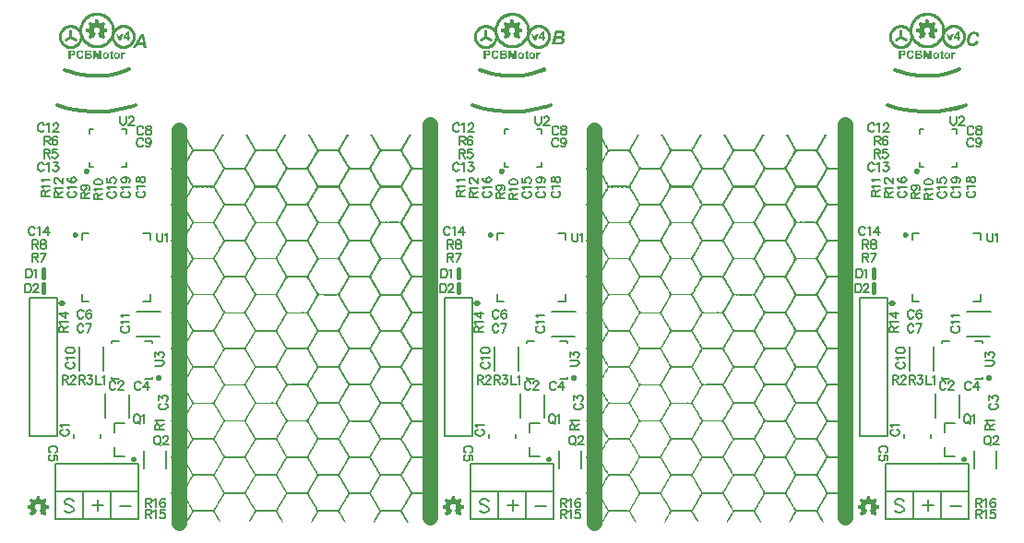
<source format=gto>
%FSTAX23Y23*%
%MOIN*%
%SFA1B1*%

%IPPOS*%
%ADD14C,0.009843*%
%ADD41C,0.005905*%
%ADD43C,0.015748*%
%ADD44C,0.008661*%
%ADD45C,0.013780*%
%ADD46C,0.055118*%
%ADD47C,0.007874*%
%ADD48C,0.019685*%
%LNpcb4-1*%
%LPD*%
G36*
X06949Y06057D02*
X0695D01*
Y06057*
Y06057*
X0695*
Y06057*
Y06057*
Y06057*
Y06057*
X0695*
Y06057*
Y06056*
Y06056*
Y06056*
Y06056*
Y06056*
X0695*
Y06056*
Y06056*
Y06055*
Y06055*
Y06055*
X0695*
Y06055*
Y06055*
Y06055*
Y06055*
Y06055*
X0695*
Y06054*
Y06054*
Y06054*
Y06054*
Y06054*
Y06054*
X06951*
Y06054*
Y06053*
Y06053*
Y06053*
Y06053*
X06951*
Y06053*
Y06053*
Y06053*
Y06053*
Y06052*
X06951*
Y06052*
Y06052*
Y06052*
Y06052*
Y06052*
Y06052*
X06951*
Y06052*
Y06051*
Y06051*
Y06051*
Y06051*
X06951*
Y06051*
Y06051*
Y06051*
Y0605*
Y0605*
Y0605*
X06951*
Y0605*
Y0605*
Y0605*
Y0605*
Y0605*
X06951*
Y06049*
Y06049*
Y06049*
Y06049*
Y06049*
X06951*
Y06049*
Y06049*
Y06049*
Y06048*
Y06048*
Y06048*
X06952*
Y06048*
Y06048*
Y06048*
Y06048*
Y06047*
X06952*
Y06047*
Y06047*
Y06047*
X06952*
Y06047*
X06952*
Y06047*
X06952*
Y06047*
X06953*
Y06047*
X06953*
Y06046*
X06953*
Y06046*
X06953*
Y06046*
X06954*
Y06046*
X06954*
Y06046*
X06954*
Y06046*
X06955*
Y06046*
X06955*
Y06045*
X06955*
Y06045*
X06956*
Y06045*
X06956*
Y06045*
X06956*
Y06045*
X06957*
Y06045*
X06957*
Y06045*
X06957*
Y06045*
X06958*
Y06044*
X06958*
Y06044*
X06958*
Y06044*
X06959*
Y06044*
X06959*
Y06044*
X06959*
Y06044*
X06959*
Y06044*
X06959*
Y06044*
X0696*
Y06044*
X0696*
Y06044*
X0696*
Y06044*
X0696*
Y06044*
X0696*
Y06044*
X0696*
Y06044*
X0696*
Y06045*
X0696*
Y06045*
X0696*
Y06045*
X0696*
Y06045*
X06961*
Y06045*
X06961*
Y06045*
X06961*
Y06045*
X06961*
Y06045*
X06961*
Y06045*
X06961*
Y06045*
X06961*
Y06045*
X06961*
Y06045*
X06961*
Y06045*
X06961*
Y06045*
X06962*
Y06045*
X06962*
Y06046*
X06962*
Y06046*
X06962*
Y06046*
X06962*
Y06046*
X06962*
Y06046*
X06962*
Y06046*
X06962*
Y06046*
X06962*
Y06046*
X06962*
Y06046*
X06962*
Y06046*
X06963*
Y06046*
X06963*
Y06046*
X06963*
Y06046*
X06963*
Y06046*
X06963*
Y06046*
X06963*
Y06047*
X06963*
Y06047*
X06963*
Y06047*
X06963*
Y06047*
X06963*
Y06047*
X06964*
Y06047*
X06964*
Y06047*
X06964*
Y06047*
X06964*
Y06047*
X06964*
Y06047*
X06964*
Y06047*
X06964*
Y06047*
X06964*
Y06047*
X06964*
Y06047*
X06964*
Y06047*
X06964*
Y06048*
X06965*
Y06048*
X06965*
Y06048*
X06965*
Y06048*
X06965*
Y06048*
X06965*
Y06048*
X06965*
Y06048*
X06965*
Y06048*
X06965*
Y06048*
X06965*
Y06048*
X06965*
Y06048*
X06966*
Y06048*
X06966*
Y06048*
X06966*
Y06048*
X06966*
Y06048*
X06966*
Y06049*
X06966*
Y06049*
X06966*
Y06049*
X06966*
Y06049*
X06966*
Y06049*
X06966*
Y06049*
X06966*
Y06049*
X06967*
Y06049*
X06967*
Y06049*
X06967*
Y06049*
X06967*
Y06049*
X06967*
Y06049*
X06967*
Y06049*
X06967*
Y06049*
X06967*
Y06049*
X06967*
Y06049*
X06967*
Y0605*
X06967*
Y0605*
X06968*
Y0605*
X06968*
Y0605*
X06968*
Y0605*
X06968*
Y0605*
X06968*
Y0605*
X06969*
Y06049*
X06969*
Y06049*
X06969*
Y06049*
X06969*
Y06049*
X06969*
Y06049*
X06969*
Y06049*
X06969*
Y06049*
X0697*
Y06049*
X0697*
Y06048*
X0697*
Y06048*
X0697*
Y06048*
X0697*
Y06048*
X0697*
Y06048*
X0697*
Y06048*
X0697*
Y06048*
X06971*
Y06047*
X06971*
Y06047*
X06971*
Y06047*
X06971*
Y06047*
X06971*
Y06047*
X06971*
Y06047*
X06971*
Y06047*
X06972*
Y06047*
X06972*
Y06046*
X06972*
Y06046*
X06972*
Y06046*
X06972*
Y06046*
X06972*
Y06046*
X06972*
Y06046*
X06972*
Y06046*
X06973*
Y06045*
X06973*
Y06045*
X06973*
Y06045*
X06973*
Y06045*
X06973*
Y06045*
X06973*
Y06045*
X06973*
Y06045*
X06974*
Y06045*
X06974*
Y06044*
X06974*
Y06044*
X06974*
Y06044*
X06974*
Y06044*
X06974*
Y06044*
X06974*
Y06044*
X06974*
Y06044*
X06975*
Y06044*
X06975*
Y06043*
X06975*
Y06043*
X06975*
Y06043*
X06975*
Y06043*
X06975*
Y06043*
X06975*
Y06043*
Y06043*
X06975*
Y06042*
Y06042*
Y06042*
Y06042*
X06975*
Y06042*
X06975*
Y06042*
Y06042*
X06975*
Y06042*
X06975*
Y06042*
X06975*
Y06042*
X06975*
Y06042*
Y06041*
X06975*
Y06041*
X06975*
Y06041*
X06975*
Y06041*
X06975*
Y06041*
X06975*
Y06041*
X06975*
Y06041*
Y06041*
X06975*
Y06041*
X06975*
Y06041*
X06974*
Y06041*
X06974*
Y06041*
Y06041*
X06974*
Y0604*
X06974*
Y0604*
X06974*
Y0604*
X06974*
Y0604*
Y0604*
X06974*
Y0604*
X06974*
Y0604*
X06974*
Y0604*
X06974*
Y0604*
Y0604*
X06974*
Y0604*
X06974*
Y0604*
X06974*
Y06039*
X06974*
Y06039*
Y06039*
X06974*
Y06039*
X06974*
Y06039*
X06973*
Y06039*
X06973*
Y06039*
X06973*
Y06039*
X06973*
Y06039*
Y06039*
X06973*
Y06039*
X06973*
Y06039*
X06973*
Y06039*
X06973*
Y06039*
Y06038*
X06973*
Y06038*
X06973*
Y06038*
X06973*
Y06038*
X06973*
Y06038*
Y06038*
X06973*
Y06038*
X06973*
Y06038*
X06972*
Y06038*
X06972*
Y06038*
Y06038*
X06972*
Y06038*
X06972*
Y06037*
X06972*
Y06037*
X06972*
Y06037*
Y06037*
X06972*
Y06037*
X06972*
Y06037*
X06972*
Y06037*
X06972*
Y06037*
Y06037*
X06972*
Y06037*
X06972*
Y06037*
X06972*
Y06037*
X06972*
Y06037*
X06972*
Y06036*
X06972*
Y06036*
Y06036*
X06971*
Y06036*
X06971*
Y06036*
X06971*
Y06036*
X06971*
Y06036*
Y06036*
X06971*
Y06036*
X06971*
Y06036*
X06971*
Y06036*
X06971*
Y06036*
Y06036*
X06971*
Y06035*
X06971*
Y06035*
X06971*
Y06035*
X06971*
Y06035*
Y06035*
X06971*
Y06035*
X06971*
Y06035*
X06971*
Y06035*
X0697*
Y06035*
Y06035*
X0697*
Y06035*
X0697*
Y06035*
X0697*
Y06035*
X0697*
Y06034*
X0697*
Y06034*
X0697*
Y06034*
Y06034*
X0697*
Y06034*
X0697*
Y06034*
X0697*
Y06034*
X0697*
Y06034*
Y06034*
Y06034*
X0697*
Y06034*
X0697*
Y06034*
X0697*
Y06033*
Y06033*
Y06033*
Y06033*
X0697*
Y06033*
Y06033*
X0697*
Y06033*
Y06032*
Y06032*
X0697*
Y06032*
Y06032*
X0697*
Y06032*
Y06032*
X0697*
Y06032*
Y06032*
Y06031*
X06971*
Y06031*
Y06031*
X06971*
Y06031*
Y06031*
X06971*
Y06031*
Y06031*
Y06031*
X06971*
Y0603*
Y0603*
X06971*
Y0603*
Y0603*
X06971*
Y0603*
Y0603*
Y0603*
X06971*
Y06029*
Y06029*
X06972*
Y06029*
Y06029*
X06972*
Y06029*
Y06029*
Y06029*
X06972*
Y06029*
Y06028*
X06972*
Y06028*
Y06028*
X06972*
Y06028*
Y06028*
Y06028*
X06972*
Y06028*
Y06028*
X06972*
Y06027*
Y06027*
X06972*
Y06027*
Y06027*
Y06027*
X06973*
Y06027*
Y06027*
X06973*
Y06026*
Y06026*
X06973*
Y06026*
X06973*
Y06026*
X06973*
Y06026*
X06974*
Y06026*
X06974*
Y06026*
X06975*
Y06026*
X06976*
Y06025*
X06976*
Y06025*
X06977*
Y06025*
X06978*
Y06025*
X06979*
Y06025*
X06979*
Y06025*
X0698*
Y06025*
X06981*
Y06024*
X06981*
Y06024*
X06982*
Y06024*
X06983*
Y06024*
X06983*
Y06024*
X06983*
Y06024*
Y06024*
Y06024*
Y06023*
Y06023*
Y06023*
Y06023*
Y06023*
Y06023*
Y06023*
Y06023*
Y06022*
Y06022*
Y06022*
Y06022*
Y06022*
Y06022*
Y06022*
Y06021*
Y06021*
Y06021*
Y06021*
Y06021*
Y06021*
Y06021*
Y06021*
Y0602*
Y0602*
Y0602*
Y0602*
Y0602*
Y0602*
Y0602*
Y0602*
Y06019*
Y06019*
Y06019*
Y06019*
Y06019*
Y06019*
Y06019*
Y06018*
Y06018*
Y06018*
Y06018*
Y06018*
Y06018*
Y06018*
Y06018*
Y06017*
Y06017*
Y06017*
Y06017*
Y06017*
Y06017*
Y06017*
Y06016*
Y06016*
Y06016*
Y06016*
Y06016*
Y06016*
Y06016*
Y06016*
Y06015*
Y06015*
Y06015*
Y06015*
Y06015*
Y06015*
Y06015*
Y06015*
Y06014*
Y06014*
Y06014*
Y06014*
Y06014*
Y06014*
Y06014*
X06983*
Y06014*
X06983*
Y06013*
X06983*
Y06013*
X06983*
Y06013*
X06983*
Y06013*
X06983*
Y06013*
X06982*
Y06013*
X06982*
Y06013*
X06982*
Y06013*
X06981*
Y06013*
X06981*
Y06013*
X0698*
Y06013*
X0698*
Y06013*
X0698*
Y06013*
X0698*
Y06013*
X06979*
Y06013*
X06979*
Y06012*
X06978*
Y06012*
X06978*
Y06012*
X06978*
Y06012*
X06978*
Y06012*
X06977*
Y06012*
X06977*
Y06012*
X06976*
Y06012*
X06976*
Y06012*
X06975*
Y06012*
X06975*
Y06012*
X06975*
Y06012*
X06975*
Y06012*
X06974*
Y06012*
X06974*
Y06012*
X06974*
Y06011*
X06973*
Y06011*
X06973*
Y06011*
X06973*
Y06011*
X06973*
Y06011*
X06973*
Y06011*
X06973*
Y06011*
Y06011*
X06973*
Y06011*
X06973*
Y06011*
Y06011*
Y06011*
X06973*
Y0601*
X06973*
Y0601*
Y0601*
X06973*
Y0601*
X06973*
Y0601*
Y0601*
Y0601*
X06972*
Y0601*
X06972*
Y0601*
Y0601*
X06972*
Y0601*
X06972*
Y0601*
Y06009*
Y06009*
X06972*
Y06009*
X06972*
Y06009*
Y06009*
X06972*
Y06009*
X06972*
Y06009*
Y06009*
Y06009*
X06972*
Y06009*
X06972*
Y06008*
Y06008*
X06972*
Y06008*
X06972*
Y06008*
Y06008*
Y06008*
X06972*
Y06008*
X06972*
Y06008*
Y06008*
X06972*
Y06008*
X06972*
Y06008*
Y06007*
Y06007*
X06971*
Y06007*
X06971*
Y06007*
Y06007*
X06971*
Y06007*
X06971*
Y06007*
Y06007*
Y06007*
X06971*
Y06007*
X06971*
Y06007*
Y06006*
X06971*
Y06006*
X06971*
Y06006*
Y06006*
Y06006*
X06971*
Y06006*
X06971*
Y06006*
Y06006*
X06971*
Y06006*
X06971*
Y06006*
Y06005*
Y06005*
X06971*
Y06005*
X06971*
Y06005*
Y06005*
X06971*
Y06005*
X0697*
Y06005*
Y06005*
Y06005*
X0697*
Y06005*
X0697*
Y06005*
Y06004*
X0697*
Y06004*
X0697*
Y06004*
Y06004*
Y06004*
X0697*
Y06004*
X0697*
Y06004*
Y06004*
Y06004*
Y06003*
Y06003*
Y06003*
Y06003*
X0697*
Y06003*
Y06003*
X0697*
Y06003*
X0697*
Y06003*
Y06002*
X06971*
Y06002*
X06971*
Y06002*
Y06002*
X06971*
Y06002*
X06971*
Y06002*
X06971*
Y06002*
Y06002*
X06971*
Y06001*
X06971*
Y06001*
Y06001*
X06972*
Y06001*
X06972*
Y06001*
Y06001*
X06972*
Y06001*
X06972*
Y06*
Y06*
X06972*
Y06*
X06972*
Y06*
Y06*
X06972*
Y06*
X06972*
Y06*
Y06*
X06973*
Y05999*
X06973*
Y05999*
X06973*
Y05999*
Y05999*
X06973*
Y05999*
X06973*
Y05999*
Y05999*
X06973*
Y05999*
X06973*
Y05998*
Y05998*
X06974*
Y05998*
X06974*
Y05998*
Y05998*
X06974*
Y05998*
X06974*
Y05998*
Y05997*
X06974*
Y05997*
X06974*
Y05997*
X06974*
Y05997*
Y05997*
X06974*
Y05997*
X06975*
Y05997*
Y05997*
X06975*
Y05996*
X06975*
Y05996*
Y05996*
X06975*
Y05996*
X06975*
Y05996*
Y05996*
X06975*
Y05996*
X06975*
Y05995*
Y05995*
X06975*
Y05995*
Y05995*
Y05995*
Y05995*
X06975*
Y05995*
X06975*
Y05995*
X06975*
Y05995*
X06975*
Y05995*
X06975*
Y05994*
X06975*
Y05994*
X06975*
Y05994*
X06975*
Y05994*
X06975*
Y05994*
X06975*
Y05994*
X06975*
Y05994*
X06975*
Y05994*
X06975*
Y05994*
X06975*
Y05994*
X06974*
Y05994*
X06974*
Y05994*
X06974*
Y05994*
X06974*
Y05994*
X06974*
Y05994*
X06974*
Y05994*
X06974*
Y05993*
X06974*
Y05993*
X06974*
Y05993*
X06974*
Y05993*
X06974*
Y05993*
X06974*
Y05993*
X06974*
Y05993*
X06974*
Y05993*
X06974*
Y05993*
X06974*
Y05993*
X06973*
Y05993*
X06973*
Y05993*
X06973*
Y05993*
X06973*
Y05993*
X06973*
Y05993*
X06973*
Y05992*
X06973*
Y05992*
X06973*
Y05992*
X06973*
Y05992*
X06973*
Y05992*
X06973*
Y05992*
X06973*
Y05992*
X06973*
Y05992*
X06973*
Y05992*
X06972*
Y05992*
X06972*
Y05992*
X06972*
Y05992*
X06972*
Y05992*
X06972*
Y05992*
X06972*
Y05992*
X06972*
Y05991*
X06972*
Y05991*
X06972*
Y05991*
X06972*
Y05991*
X06972*
Y05991*
X06972*
Y05991*
X06972*
Y05991*
X06972*
Y05991*
X06972*
Y05991*
X06972*
Y05991*
X06971*
Y05991*
X06971*
Y05991*
X06971*
Y05991*
X06971*
Y05991*
X06971*
Y05991*
X06971*
Y0599*
X06971*
Y0599*
X06971*
Y0599*
X06971*
Y0599*
X06971*
Y0599*
X06971*
Y0599*
X06971*
Y0599*
X06971*
Y0599*
X06971*
Y0599*
X06971*
Y0599*
X0697*
Y0599*
X0697*
Y0599*
X0697*
Y0599*
X0697*
Y0599*
X0697*
Y0599*
X0697*
Y05989*
X0697*
Y05989*
X0697*
Y05989*
X0697*
Y05989*
X0697*
Y05989*
X0697*
Y05989*
X0697*
Y05989*
X0697*
Y05989*
X0697*
Y05989*
X0697*
Y05989*
X06969*
Y05989*
X06969*
Y05989*
X06969*
Y05989*
X06969*
Y05989*
X06969*
Y05989*
X06969*
Y05989*
X06969*
Y05988*
X06969*
Y05988*
X06969*
Y05988*
X06969*
Y05988*
X06969*
Y05988*
X06969*
Y05988*
X06969*
Y05988*
X06969*
Y05988*
X06969*
Y05988*
X06969*
Y05988*
X06968*
Y05988*
X06968*
Y05988*
X06968*
Y05988*
X06968*
Y05988*
X06968*
Y05988*
X06968*
Y05988*
X06967*
Y05988*
X06967*
Y05988*
X06967*
Y05988*
X06967*
Y05988*
X06967*
Y05988*
X06967*
Y05988*
X06966*
Y05989*
X06966*
Y05989*
X06966*
Y05989*
X06966*
Y05989*
X06966*
Y05989*
X06965*
Y05989*
X06965*
Y05989*
X06965*
Y05989*
X06965*
Y0599*
X06965*
Y0599*
X06964*
Y0599*
X06964*
Y0599*
X06964*
Y0599*
X06964*
Y0599*
X06964*
Y0599*
X06964*
Y05991*
X06963*
Y05991*
X06963*
Y05991*
X06963*
Y05991*
X06963*
Y05991*
X06963*
Y05991*
X06962*
Y05991*
X06962*
Y05991*
X06962*
Y05992*
X06962*
Y05992*
X06962*
Y05992*
X06961*
Y05992*
X06961*
Y05992*
X06961*
Y05992*
X06961*
Y05992*
X06961*
Y05993*
X06961*
Y05993*
X0696*
Y05993*
X0696*
Y05993*
X06959*
Y05993*
X06959*
Y05993*
X06959*
Y05993*
X06959*
Y05993*
X06959*
Y05993*
X06959*
Y05993*
X06959*
Y05992*
X06959*
Y05992*
X06958*
Y05992*
X06958*
Y05992*
X06958*
Y05992*
X06958*
Y05992*
X06958*
Y05992*
X06958*
Y05992*
X06958*
Y05992*
X06958*
Y05992*
X06958*
Y05992*
X06957*
Y05992*
X06957*
Y05992*
X06957*
Y05992*
X06957*
Y05992*
X06957*
Y05991*
X06957*
Y05991*
X06957*
Y05991*
X06956*
Y05991*
X06956*
Y05991*
X06956*
Y05991*
X06956*
Y05991*
X06956*
Y05991*
Y05991*
X06955*
Y05991*
Y05992*
X06955*
Y05992*
Y05992*
Y05992*
X06955*
Y05992*
Y05992*
X06955*
Y05992*
Y05993*
X06955*
Y05993*
Y05993*
Y05993*
X06955*
Y05993*
Y05993*
X06955*
Y05993*
Y05993*
Y05994*
X06954*
Y05994*
Y05994*
X06954*
Y05994*
Y05994*
X06954*
Y05994*
Y05994*
Y05994*
X06954*
Y05995*
Y05995*
X06954*
Y05995*
Y05995*
Y05995*
X06954*
Y05995*
Y05995*
X06954*
Y05996*
Y05996*
Y05996*
X06954*
Y05996*
Y05996*
X06953*
Y05996*
Y05996*
X06953*
Y05996*
Y05997*
Y05997*
X06953*
Y05997*
Y05997*
X06953*
Y05997*
Y05997*
Y05997*
X06953*
Y05997*
Y05998*
X06953*
Y05998*
Y05998*
X06953*
Y05998*
Y05998*
Y05998*
X06953*
Y05998*
Y05999*
X06952*
Y05999*
Y05999*
Y05999*
X06952*
Y05999*
Y05999*
X06952*
Y05999*
Y05999*
Y06*
X06952*
Y06*
Y06*
X06952*
Y06*
Y06*
X06952*
Y06*
Y06*
Y06001*
X06952*
Y06001*
Y06001*
X06951*
Y06001*
Y06001*
Y06001*
X06951*
Y06001*
Y06001*
X06951*
Y06002*
Y06002*
X06951*
Y06002*
Y06002*
Y06002*
X06951*
Y06002*
Y06002*
X06951*
Y06002*
Y06003*
Y06003*
X06951*
Y06003*
Y06003*
X06951*
Y06003*
Y06003*
Y06003*
X0695*
Y06004*
Y06004*
X0695*
Y06004*
Y06004*
X0695*
Y06004*
Y06004*
Y06004*
X0695*
Y06004*
Y06005*
X0695*
Y06005*
Y06005*
Y06005*
X0695*
Y06005*
Y06005*
X0695*
Y06005*
Y06006*
X0695*
Y06006*
Y06006*
Y06006*
X06949*
Y06006*
Y06006*
X06949*
Y06006*
Y06006*
Y06007*
X06949*
Y06007*
Y06007*
X06949*
Y06007*
Y06007*
X06949*
Y06007*
Y06007*
Y06007*
X06949*
Y06008*
Y06008*
X06949*
Y06008*
Y06008*
Y06008*
Y06008*
Y06008*
X06949*
Y06008*
X06949*
Y06009*
X06949*
Y06009*
X06949*
Y06009*
X06949*
Y06009*
X06949*
Y06009*
X06949*
Y06009*
X06949*
Y06009*
X06949*
Y06009*
X0695*
Y06009*
X0695*
Y06009*
X0695*
Y06009*
X0695*
Y06009*
X0695*
Y06009*
X0695*
Y06009*
X0695*
Y06009*
X0695*
Y0601*
X0695*
Y0601*
X0695*
Y0601*
X0695*
Y0601*
X06951*
Y0601*
X06951*
Y0601*
X06951*
Y0601*
X06951*
Y0601*
X06951*
Y0601*
X06951*
Y0601*
X06951*
Y0601*
X06951*
Y0601*
X06951*
Y0601*
X06951*
Y0601*
X06951*
Y0601*
X06951*
Y0601*
X06952*
Y06011*
X06952*
Y06011*
X06952*
Y06011*
X06952*
Y06011*
X06952*
Y06011*
X06952*
Y06011*
X06952*
Y06011*
X06952*
Y06011*
X06952*
Y06011*
X06952*
Y06011*
X06952*
Y06011*
X06952*
Y06011*
X06952*
Y06011*
X06952*
Y06011*
X06953*
Y06011*
X06953*
Y06012*
X06953*
Y06012*
X06953*
Y06012*
Y06012*
X06953*
Y06012*
X06953*
Y06012*
X06953*
Y06012*
X06953*
Y06012*
X06953*
Y06012*
X06953*
Y06012*
X06953*
Y06012*
X06953*
Y06012*
Y06012*
X06953*
Y06013*
X06953*
Y06013*
X06953*
Y06013*
X06953*
Y06013*
Y06013*
X06954*
Y06013*
X06954*
Y06013*
Y06013*
X06954*
Y06013*
X06954*
Y06013*
X06954*
Y06013*
X06954*
Y06013*
Y06014*
X06954*
Y06014*
X06954*
Y06014*
Y06014*
X06954*
Y06014*
X06954*
Y06014*
Y06014*
X06954*
Y06014*
X06954*
Y06014*
Y06014*
X06954*
Y06014*
X06954*
Y06014*
Y06015*
Y06015*
X06954*
Y06015*
X06954*
Y06015*
Y06015*
Y06015*
X06955*
Y06015*
X06955*
Y06015*
Y06015*
Y06015*
X06955*
Y06016*
X06955*
Y06016*
Y06016*
Y06016*
X06955*
Y06016*
X06955*
Y06016*
Y06016*
Y06016*
Y06016*
Y06017*
X06955*
Y06017*
X06955*
Y06017*
Y06017*
Y06017*
Y06017*
Y06017*
X06955*
Y06017*
X06955*
Y06017*
Y06017*
Y06018*
Y06018*
Y06018*
Y06018*
Y06018*
Y06018*
Y06018*
Y06018*
Y06019*
Y06019*
Y06019*
Y06019*
Y06019*
Y06019*
Y06019*
Y0602*
Y0602*
Y0602*
Y0602*
X06955*
Y0602*
Y0602*
Y0602*
Y0602*
Y06021*
Y06021*
X06955*
Y06021*
Y06021*
Y06021*
Y06021*
X06955*
Y06021*
Y06022*
Y06022*
Y06022*
X06955*
Y06022*
Y06022*
Y06022*
X06954*
Y06022*
Y06022*
Y06023*
X06954*
Y06023*
Y06023*
X06954*
Y06023*
Y06023*
X06954*
Y06023*
Y06023*
X06954*
Y06023*
Y06024*
X06954*
Y06024*
Y06024*
X06954*
Y06024*
Y06024*
X06954*
Y06024*
Y06024*
X06953*
Y06025*
X06953*
Y06025*
Y06025*
X06953*
Y06025*
X06953*
Y06025*
X06953*
Y06025*
Y06025*
X06953*
Y06025*
X06953*
Y06026*
X06953*
Y06026*
X06952*
Y06026*
X06952*
Y06026*
X06952*
Y06026*
Y06026*
X06952*
Y06026*
X06952*
Y06027*
X06952*
Y06027*
X06951*
Y06027*
X06951*
Y06027*
X06951*
Y06027*
X06951*
Y06027*
X06951*
Y06027*
X06951*
Y06027*
X06951*
Y06028*
X0695*
Y06028*
X0695*
Y06028*
X0695*
Y06028*
X0695*
Y06028*
X0695*
Y06028*
X06949*
Y06028*
X06949*
Y06028*
X06949*
Y06029*
X06948*
Y06029*
X06948*
Y06029*
X06948*
Y06029*
X06947*
Y06029*
X06947*
Y06029*
X06946*
Y06029*
X06943*
Y06029*
X06943*
Y06029*
X06942*
Y06029*
X06942*
Y06029*
X06942*
Y06029*
X06942*
Y06029*
X06941*
Y06029*
X06941*
Y06029*
X06941*
Y06029*
X06941*
Y06029*
X0694*
Y06029*
X0694*
Y06029*
X0694*
Y06029*
X0694*
Y06028*
X0694*
Y06028*
X0694*
Y06028*
X0694*
Y06028*
X06939*
Y06028*
X06939*
Y06028*
X06939*
Y06028*
X06939*
Y06028*
X06939*
Y06028*
X06939*
Y06028*
X06939*
Y06028*
X06939*
Y06028*
X06938*
Y06028*
X06938*
Y06028*
X06938*
Y06028*
X06938*
Y06028*
X06938*
Y06027*
X06938*
Y06027*
X06938*
Y06027*
X06938*
Y06027*
X06938*
Y06027*
X06938*
Y06027*
X06938*
Y06027*
X06938*
Y06027*
X06937*
Y06027*
X06937*
Y06027*
X06937*
Y06027*
X06937*
Y06027*
X06937*
Y06027*
X06937*
Y06027*
X06937*
Y06027*
X06937*
Y06026*
X06937*
Y06026*
X06937*
Y06026*
X06937*
Y06026*
X06937*
Y06026*
Y06026*
X06937*
Y06026*
X06937*
Y06026*
X06936*
Y06026*
X06936*
Y06026*
X06936*
Y06026*
X06936*
Y06026*
X06936*
Y06026*
X06936*
Y06026*
X06936*
Y06025*
X06936*
Y06025*
X06936*
Y06025*
X06936*
Y06025*
Y06025*
X06936*
Y06025*
X06936*
Y06025*
X06936*
Y06025*
X06936*
Y06025*
X06935*
Y06025*
X06935*
Y06025*
Y06025*
X06935*
Y06025*
X06935*
Y06024*
X06935*
Y06024*
X06935*
Y06024*
Y06024*
X06935*
Y06024*
X06935*
Y06024*
Y06024*
X06935*
Y06024*
X06935*
Y06024*
Y06024*
X06935*
Y06024*
X06935*
Y06024*
Y06023*
X06935*
Y06023*
X06935*
Y06023*
Y06023*
X06935*
Y06023*
X06935*
Y06023*
Y06023*
X06934*
Y06023*
X06934*
Y06023*
Y06023*
X06934*
Y06023*
X06934*
Y06023*
Y06022*
Y06022*
X06934*
Y06022*
X06934*
Y06022*
Y06022*
Y06022*
X06934*
Y06022*
X06934*
Y06022*
Y06022*
Y06021*
Y06021*
X06934*
Y06021*
X06934*
Y06021*
Y06021*
Y06021*
Y06021*
X06934*
Y06021*
X06934*
Y06021*
Y06021*
Y0602*
Y0602*
Y0602*
Y0602*
X06934*
Y0602*
X06934*
Y0602*
Y0602*
Y0602*
Y0602*
Y06019*
Y06019*
Y06019*
Y06019*
Y06019*
Y06019*
Y06019*
Y06018*
Y06018*
Y06018*
Y06018*
Y06018*
Y06018*
Y06018*
Y06018*
Y06017*
Y06017*
X06934*
Y06017*
Y06017*
Y06017*
Y06017*
Y06017*
X06934*
Y06016*
Y06016*
Y06016*
Y06016*
Y06016*
X06934*
Y06016*
Y06016*
Y06016*
X06934*
Y06015*
Y06015*
Y06015*
X06934*
Y06015*
Y06015*
Y06015*
X06934*
Y06015*
Y06015*
Y06014*
X06935*
Y06014*
Y06014*
X06935*
Y06014*
Y06014*
X06935*
Y06014*
Y06014*
X06935*
Y06013*
Y06013*
X06935*
Y06013*
X06935*
Y06013*
Y06013*
X06935*
Y06013*
Y06013*
X06935*
Y06013*
X06936*
Y06012*
Y06012*
X06936*
Y06012*
X06936*
Y06012*
X06936*
Y06012*
X06936*
Y06012*
Y06012*
X06936*
Y06011*
X06936*
Y06011*
X06937*
Y06011*
X06937*
Y06011*
X06937*
Y06011*
X06937*
Y06011*
X06937*
Y06011*
X06937*
Y06011*
X06937*
Y0601*
X06937*
Y0601*
X06938*
Y0601*
X06938*
Y0601*
X06938*
Y0601*
X06938*
Y0601*
X06938*
Y0601*
X06938*
Y0601*
X06939*
Y06009*
X06939*
Y06009*
X06939*
Y06009*
X06939*
Y06009*
X06939*
Y06009*
X0694*
Y06009*
X0694*
Y06009*
X0694*
Y06008*
X0694*
Y06008*
Y06008*
Y06008*
Y06008*
Y06008*
X0694*
Y06008*
X0694*
Y06008*
Y06008*
X0694*
Y06007*
X0694*
Y06007*
Y06007*
Y06007*
X0694*
Y06007*
X0694*
Y06007*
Y06007*
X0694*
Y06007*
X0694*
Y06007*
Y06007*
X0694*
Y06007*
X0694*
Y06007*
Y06006*
Y06006*
X06939*
Y06006*
X06939*
Y06006*
Y06006*
X06939*
Y06006*
X06939*
Y06006*
Y06006*
Y06006*
X06939*
Y06006*
X06939*
Y06005*
Y06005*
X06939*
Y06005*
X06939*
Y06005*
Y06005*
X06939*
Y06005*
X06939*
Y06005*
Y06005*
Y06005*
X06939*
Y06005*
X06939*
Y06005*
Y06004*
X06939*
Y06004*
X06939*
Y06004*
Y06004*
Y06004*
X06938*
Y06004*
X06938*
Y06004*
Y06004*
X06938*
Y06004*
X06938*
Y06004*
Y06003*
X06938*
Y06003*
X06938*
Y06003*
Y06003*
Y06003*
X06938*
Y06003*
X06938*
Y06003*
Y06003*
X06938*
Y06003*
X06938*
Y06003*
Y06003*
Y06002*
X06938*
Y06002*
X06938*
Y06002*
Y06002*
X06938*
Y06002*
X06938*
Y06002*
Y06002*
Y06002*
X06938*
Y06002*
X06938*
Y06002*
Y06002*
X06937*
Y06001*
X06937*
Y06001*
Y06001*
X06937*
Y06001*
X06937*
Y06001*
Y06001*
Y06001*
X06937*
Y06001*
X06937*
Y06001*
Y06001*
X06937*
Y06001*
X06937*
Y06*
Y06*
Y06*
X06937*
Y06*
X06937*
Y06*
Y06*
X06937*
Y06*
X06937*
Y06*
Y06*
X06937*
Y06*
X06937*
Y06*
Y05999*
Y05999*
X06937*
Y05999*
X06937*
Y05999*
Y05999*
X06936*
Y05999*
X06936*
Y05999*
Y05999*
Y05999*
X06936*
Y05999*
X06936*
Y05999*
Y05998*
X06936*
Y05998*
X06936*
Y05998*
Y05998*
Y05998*
X06936*
Y05998*
X06936*
Y05998*
Y05998*
X06936*
Y05998*
X06936*
Y05998*
Y05997*
X06936*
Y05997*
X06936*
Y05997*
Y05997*
Y05997*
X06936*
Y05997*
X06936*
Y05997*
Y05997*
X06935*
Y05997*
X06935*
Y05997*
Y05997*
Y05996*
X06935*
Y05996*
X06935*
Y05996*
Y05996*
X06935*
Y05996*
X06935*
Y05996*
Y05996*
X06935*
Y05996*
X06935*
Y05996*
Y05996*
Y05995*
X06935*
Y05995*
X06935*
Y05995*
Y05995*
X06935*
Y05995*
X06935*
Y05995*
Y05995*
Y05995*
X06935*
Y05995*
X06935*
Y05995*
Y05995*
X06935*
Y05994*
X06935*
Y05994*
Y05994*
Y05994*
X06934*
Y05994*
X06934*
Y05994*
Y05994*
X06934*
Y05994*
X06934*
Y05994*
Y05994*
X06934*
Y05994*
X06934*
Y05994*
Y05993*
Y05993*
X06934*
Y05993*
X06934*
Y05993*
Y05993*
X06934*
Y05993*
X06934*
Y05993*
Y05993*
Y05993*
X06934*
Y05993*
X06934*
Y05992*
Y05992*
X06934*
Y05992*
X06934*
Y05992*
Y05992*
X06933*
Y05992*
X06933*
Y05992*
Y05992*
Y05992*
X06933*
Y05992*
X06933*
Y05992*
Y05991*
X06933*
Y05991*
X06933*
Y05991*
Y05991*
X06933*
Y05991*
X06933*
Y05991*
X06932*
Y05991*
X06932*
Y05991*
X06932*
Y05992*
X06932*
Y05992*
X06931*
Y05992*
X06931*
Y05992*
X06931*
Y05992*
X06931*
Y05992*
X0693*
Y05992*
X0693*
Y05993*
X0693*
Y05993*
X0693*
Y05993*
X06929*
Y05993*
X06929*
Y05993*
X06929*
Y05993*
X06928*
Y05993*
X06928*
Y05993*
X06928*
Y05993*
X06928*
Y05993*
X06928*
Y05992*
X06928*
Y05992*
X06928*
Y05992*
X06928*
Y05992*
X06928*
Y05992*
X06928*
Y05992*
X06928*
Y05992*
X06927*
Y05992*
X06927*
Y05992*
X06927*
Y05992*
X06927*
Y05992*
X06927*
Y05992*
X06927*
Y05992*
X06927*
Y05992*
X06927*
Y05992*
X06927*
Y05991*
X06927*
Y05991*
X06926*
Y05991*
X06926*
Y05991*
X06926*
Y05991*
X06926*
Y05991*
X06926*
Y05991*
X06926*
Y05991*
X06926*
Y05991*
X06926*
Y05991*
X06926*
Y05991*
X06926*
Y05991*
X06925*
Y05991*
X06925*
Y05991*
X06925*
Y05991*
X06925*
Y0599*
X06925*
Y0599*
X06925*
Y0599*
X06925*
Y0599*
X06925*
Y0599*
X06925*
Y0599*
X06925*
Y0599*
X06925*
Y0599*
X06924*
Y0599*
X06924*
Y0599*
X06924*
Y0599*
X06924*
Y0599*
X06924*
Y0599*
X06924*
Y0599*
X06924*
Y0599*
X06924*
Y05989*
X06924*
Y05989*
X06924*
Y05989*
X06924*
Y05989*
X06923*
Y05989*
X06923*
Y05989*
X06923*
Y05989*
X06923*
Y05989*
X06923*
Y05989*
X06923*
Y05989*
X06923*
Y05989*
X06923*
Y05989*
X06923*
Y05989*
X06923*
Y05989*
X06922*
Y05989*
X06922*
Y05989*
X06922*
Y05988*
X06922*
Y05988*
X06922*
Y05988*
X06922*
Y05988*
X06922*
Y05988*
X06922*
Y05988*
X06922*
Y05988*
X06922*
Y05988*
X06921*
Y05988*
X06921*
Y05988*
X06921*
Y05988*
X06921*
Y05988*
X06921*
Y05988*
X06921*
Y05988*
X06921*
Y05988*
X06921*
Y05988*
X0692*
Y05988*
X0692*
Y05988*
X0692*
Y05988*
X0692*
Y05988*
X0692*
Y05988*
X0692*
Y05988*
X0692*
Y05989*
X06919*
Y05989*
X06919*
Y05989*
X06919*
Y05989*
X06919*
Y05989*
X06919*
Y05989*
X06919*
Y05989*
X06919*
Y05989*
X06919*
Y0599*
X06918*
Y0599*
X06918*
Y0599*
X06918*
Y0599*
X06918*
Y0599*
X06918*
Y0599*
X06918*
Y0599*
X06918*
Y05991*
X06917*
Y05991*
X06917*
Y05991*
X06917*
Y05991*
X06917*
Y05991*
X06917*
Y05991*
X06917*
Y05991*
X06917*
Y05991*
X06917*
Y05992*
X06916*
Y05992*
X06916*
Y05992*
X06916*
Y05992*
X06916*
Y05992*
X06916*
Y05992*
X06916*
Y05992*
X06916*
Y05993*
X06916*
Y05993*
X06915*
Y05993*
X06915*
Y05993*
X06915*
Y05993*
X06915*
Y05993*
X06915*
Y05993*
X06915*
Y05993*
X06915*
Y05994*
X06914*
Y05994*
X06914*
Y05994*
X06914*
Y05994*
X06914*
Y05994*
X06914*
Y05994*
X06914*
Y05994*
X06914*
Y05994*
X06914*
Y05995*
X06913*
Y05995*
X06913*
Y05995*
Y05995*
Y05995*
Y05995*
X06913*
Y05995*
X06913*
Y05995*
Y05996*
X06914*
Y05996*
X06914*
Y05996*
X06914*
Y05996*
X06914*
Y05996*
Y05996*
X06914*
Y05996*
X06914*
Y05996*
X06914*
Y05996*
X06914*
Y05996*
Y05996*
X06914*
Y05996*
X06914*
Y05996*
X06914*
Y05997*
X06914*
Y05997*
Y05997*
X06914*
Y05997*
X06914*
Y05997*
X06914*
Y05997*
X06914*
Y05997*
Y05997*
X06915*
Y05997*
X06915*
Y05997*
X06915*
Y05997*
X06915*
Y05997*
X06915*
Y05997*
X06915*
Y05997*
Y05998*
X06915*
Y05998*
X06915*
Y05998*
X06915*
Y05998*
X06915*
Y05998*
Y05998*
X06915*
Y05998*
X06915*
Y05998*
X06915*
Y05998*
X06915*
Y05998*
Y05998*
X06916*
Y05999*
X06916*
Y05999*
X06916*
Y05999*
X06916*
Y05999*
Y05999*
X06916*
Y05999*
X06916*
Y05999*
X06916*
Y05999*
X06916*
Y05999*
Y05999*
X06916*
Y05999*
X06916*
Y05999*
X06916*
Y05999*
X06916*
Y05999*
X06916*
Y06*
X06916*
Y06*
Y06*
X06916*
Y06*
X06916*
Y06*
X06917*
Y06*
X06917*
Y06*
Y06*
X06917*
Y06*
X06917*
Y06*
X06917*
Y06*
X06917*
Y06*
Y06001*
X06917*
Y06001*
X06917*
Y06001*
X06917*
Y06001*
X06917*
Y06001*
Y06001*
X06917*
Y06001*
X06917*
Y06001*
X06917*
Y06001*
X06917*
Y06001*
Y06001*
X06917*
Y06001*
X06917*
Y06001*
X06918*
Y06002*
X06918*
Y06002*
Y06002*
X06918*
Y06002*
X06918*
Y06002*
X06918*
Y06002*
X06918*
Y06002*
X06918*
Y06002*
X06918*
Y06002*
Y06002*
X06918*
Y06002*
X06918*
Y06002*
X06918*
Y06002*
X06918*
Y06002*
Y06003*
X06918*
Y06003*
X06918*
Y06003*
X06919*
Y06003*
X06919*
Y06003*
Y06003*
X06919*
Y06003*
X06919*
Y06003*
Y06003*
Y06003*
Y06004*
Y06004*
Y06004*
Y06004*
X06919*
Y06004*
Y06004*
Y06004*
X06918*
Y06004*
Y06005*
X06918*
Y06005*
Y06005*
Y06005*
X06918*
Y06005*
Y06005*
X06918*
Y06005*
Y06006*
Y06006*
X06918*
Y06006*
Y06006*
X06918*
Y06006*
Y06006*
Y06006*
X06918*
Y06006*
Y06007*
X06917*
Y06007*
Y06007*
Y06007*
X06917*
Y06007*
Y06007*
X06917*
Y06007*
Y06007*
Y06008*
X06917*
Y06008*
Y06008*
X06917*
Y06008*
Y06008*
Y06008*
X06917*
Y06008*
Y06009*
X06917*
Y06009*
Y06009*
Y06009*
X06917*
Y06009*
Y06009*
X06916*
Y06009*
Y06009*
Y0601*
X06916*
Y0601*
Y0601*
X06916*
Y0601*
Y0601*
Y0601*
X06916*
Y0601*
Y0601*
X06916*
Y06011*
Y06011*
Y06011*
X06916*
Y06011*
Y06011*
X06916*
Y06011*
X06916*
Y06011*
X06915*
Y06012*
X06915*
Y06012*
X06914*
Y06012*
X06913*
Y06012*
X06912*
Y06012*
X06912*
Y06012*
X06911*
Y06012*
X0691*
Y06012*
X0691*
Y06013*
X06909*
Y06013*
X06908*
Y06013*
X06908*
Y06013*
X06907*
Y06013*
X06906*
Y06013*
X06906*
Y06013*
X06906*
Y06014*
X06906*
Y06014*
Y06014*
Y06014*
Y06014*
Y06014*
Y06014*
Y06014*
Y06015*
Y06015*
Y06015*
Y06015*
Y06015*
Y06015*
Y06015*
Y06015*
Y06016*
Y06016*
Y06016*
Y06016*
Y06016*
Y06016*
Y06016*
Y06017*
Y06017*
Y06017*
Y06017*
Y06017*
Y06017*
Y06017*
Y06017*
Y06018*
Y06018*
Y06018*
Y06018*
Y06018*
Y06018*
Y06018*
Y06018*
Y06019*
Y06019*
Y06019*
Y06019*
Y06019*
Y06019*
Y06019*
Y0602*
Y0602*
Y0602*
Y0602*
Y0602*
Y0602*
Y0602*
Y0602*
Y06021*
Y06021*
Y06021*
Y06021*
Y06021*
Y06021*
Y06021*
Y06022*
Y06022*
Y06022*
Y06022*
Y06022*
Y06022*
Y06022*
Y06022*
Y06023*
Y06023*
Y06023*
Y06023*
Y06023*
Y06023*
Y06023*
Y06023*
Y06024*
Y06024*
Y06024*
X06906*
Y06024*
X06906*
Y06024*
X06906*
Y06024*
X06906*
Y06024*
X06906*
Y06024*
X06907*
Y06024*
X06907*
Y06024*
X06907*
Y06024*
X06907*
Y06024*
X06908*
Y06025*
X06908*
Y06025*
X06909*
Y06025*
X06909*
Y06025*
X06909*
Y06025*
X0691*
Y06025*
X0691*
Y06025*
X0691*
Y06025*
X06911*
Y06025*
X06911*
Y06025*
X06912*
Y06025*
X06912*
Y06025*
X06912*
Y06025*
X06912*
Y06025*
X06913*
Y06025*
X06913*
Y06026*
X06914*
Y06026*
X06914*
Y06026*
X06914*
Y06026*
X06915*
Y06026*
X06915*
Y06026*
X06915*
Y06026*
X06916*
Y06026*
X06916*
Y06026*
X06916*
Y06026*
X06916*
Y06026*
X06916*
Y06026*
X06916*
Y06026*
X06916*
Y06026*
Y06027*
X06916*
Y06027*
X06916*
Y06027*
Y06027*
X06916*
Y06027*
X06916*
Y06027*
Y06027*
Y06027*
X06916*
Y06027*
X06916*
Y06027*
Y06027*
X06917*
Y06028*
X06917*
Y06028*
Y06028*
X06917*
Y06028*
X06917*
Y06028*
Y06028*
Y06028*
X06917*
Y06028*
X06917*
Y06028*
Y06028*
X06917*
Y06028*
X06917*
Y06028*
Y06029*
X06917*
Y06029*
X06917*
Y06029*
Y06029*
Y06029*
X06917*
Y06029*
X06917*
Y06029*
Y06029*
X06917*
Y06029*
X06917*
Y06029*
Y0603*
X06917*
Y0603*
X06917*
Y0603*
Y0603*
Y0603*
X06918*
Y0603*
X06918*
Y0603*
Y0603*
X06918*
Y0603*
X06918*
Y0603*
Y0603*
X06918*
Y06031*
X06918*
Y06031*
Y06031*
Y06031*
X06918*
Y06031*
X06918*
Y06031*
Y06031*
X06918*
Y06031*
X06918*
Y06031*
Y06031*
X06918*
Y06031*
X06918*
Y06031*
Y06032*
Y06032*
X06918*
Y06032*
X06918*
Y06032*
Y06032*
X06919*
Y06032*
X06919*
Y06032*
Y06032*
X06919*
Y06032*
X06919*
Y06032*
Y06033*
Y06033*
X06919*
Y06033*
X06919*
Y06033*
Y06033*
X06919*
Y06033*
X06919*
Y06033*
Y06033*
Y06033*
Y06033*
X06919*
Y06034*
X06919*
Y06034*
X06919*
Y06034*
Y06034*
Y06034*
X06919*
Y06034*
X06919*
Y06034*
Y06034*
X06919*
Y06035*
X06918*
Y06035*
X06918*
Y06035*
Y06035*
X06918*
Y06035*
X06918*
Y06035*
Y06035*
X06918*
Y06035*
X06918*
Y06036*
Y06036*
X06918*
Y06036*
X06917*
Y06036*
Y06036*
X06917*
Y06036*
X06917*
Y06036*
Y06036*
X06917*
Y06037*
X06917*
Y06037*
X06917*
Y06037*
Y06037*
X06917*
Y06037*
X06917*
Y06037*
Y06037*
X06916*
Y06038*
X06916*
Y06038*
Y06038*
X06916*
Y06038*
X06916*
Y06038*
Y06038*
X06916*
Y06038*
X06916*
Y06038*
Y06039*
X06916*
Y06039*
X06916*
Y06039*
Y06039*
X06915*
Y06039*
X06915*
Y06039*
X06915*
Y06039*
Y06039*
X06915*
Y0604*
X06915*
Y0604*
Y0604*
X06915*
Y0604*
X06915*
Y0604*
Y0604*
X06914*
Y0604*
X06914*
Y06041*
Y06041*
X06914*
Y06041*
X06914*
Y06041*
Y06041*
X06914*
Y06041*
X06914*
Y06041*
X06914*
Y06041*
Y06042*
X06914*
Y06042*
X06913*
Y06042*
Y06042*
X06913*
Y06042*
Y06042*
Y06042*
Y06043*
X06913*
Y06043*
X06913*
Y06043*
X06914*
Y06043*
X06914*
Y06043*
X06914*
Y06043*
X06914*
Y06043*
X06914*
Y06043*
X06914*
Y06043*
X06914*
Y06043*
X06914*
Y06043*
X06914*
Y06043*
X06914*
Y06043*
X06914*
Y06043*
X06914*
Y06043*
X06914*
Y06044*
X06914*
Y06044*
X06914*
Y06044*
X06914*
Y06044*
X06915*
Y06044*
X06915*
Y06044*
X06915*
Y06044*
X06915*
Y06044*
X06915*
Y06044*
X06915*
Y06044*
X06915*
Y06044*
X06915*
Y06044*
X06915*
Y06044*
X06915*
Y06044*
X06915*
Y06044*
X06915*
Y06044*
X06915*
Y06045*
X06915*
Y06045*
X06916*
Y06045*
X06916*
Y06045*
X06916*
Y06045*
X06916*
Y06045*
X06916*
Y06045*
X06916*
Y06045*
X06916*
Y06045*
X06916*
Y06045*
X06916*
Y06045*
X06916*
Y06045*
X06916*
Y06045*
X06916*
Y06045*
X06916*
Y06045*
X06916*
Y06046*
X06916*
Y06046*
X06916*
Y06046*
X06917*
Y06046*
X06917*
Y06046*
X06917*
Y06046*
X06917*
Y06046*
X06917*
Y06046*
X06917*
Y06046*
X06917*
Y06046*
X06917*
Y06046*
X06917*
Y06046*
X06917*
Y06046*
X06917*
Y06046*
X06917*
Y06046*
X06917*
Y06047*
X06917*
Y06047*
X06917*
Y06047*
X06917*
Y06047*
X06918*
Y06047*
X06918*
Y06047*
X06918*
Y06047*
X06918*
Y06047*
X06918*
Y06047*
X06918*
Y06047*
X06918*
Y06047*
X06918*
Y06047*
X06918*
Y06047*
X06918*
Y06047*
X06918*
Y06047*
X06918*
Y06048*
X06918*
Y06048*
X06918*
Y06048*
X06919*
Y06048*
X06919*
Y06048*
X06919*
Y06048*
X06919*
Y06048*
X06919*
Y06048*
X06919*
Y06048*
X06919*
Y06048*
X06919*
Y06048*
X06919*
Y06048*
X06919*
Y06048*
X06919*
Y06048*
X06919*
Y06048*
X06919*
Y06049*
X06919*
Y06049*
X06919*
Y06049*
X06919*
Y06049*
X0692*
Y06049*
X0692*
Y06049*
X0692*
Y06049*
X0692*
Y06049*
X0692*
Y06049*
X0692*
Y06049*
X0692*
Y06049*
X0692*
Y06049*
X0692*
Y06049*
X0692*
Y06049*
X0692*
Y06049*
X0692*
Y06049*
X0692*
Y0605*
X0692*
Y0605*
X0692*
Y0605*
X06921*
Y0605*
X06921*
Y0605*
X06921*
Y0605*
X06921*
Y0605*
X06921*
Y06049*
X06922*
Y06049*
X06922*
Y06049*
X06922*
Y06049*
X06922*
Y06049*
X06922*
Y06049*
X06923*
Y06049*
X06923*
Y06049*
X06923*
Y06048*
X06923*
Y06048*
X06923*
Y06048*
X06924*
Y06048*
X06924*
Y06048*
X06924*
Y06048*
X06924*
Y06048*
X06924*
Y06047*
X06925*
Y06047*
X06925*
Y06047*
X06925*
Y06047*
X06925*
Y06047*
X06925*
Y06047*
X06925*
Y06047*
X06926*
Y06047*
X06926*
Y06046*
X06926*
Y06046*
X06926*
Y06046*
X06926*
Y06046*
X06927*
Y06046*
X06927*
Y06046*
X06927*
Y06046*
X06927*
Y06045*
X06927*
Y06045*
X06928*
Y06045*
X06928*
Y06045*
X06928*
Y06045*
X06928*
Y06045*
X06928*
Y06045*
X06928*
Y06045*
X06929*
Y06044*
X06929*
Y06044*
X06929*
Y06044*
X06929*
Y06044*
X0693*
Y06044*
X0693*
Y06044*
X0693*
Y06044*
X0693*
Y06044*
X0693*
Y06044*
X0693*
Y06044*
X06931*
Y06044*
X06931*
Y06044*
X06931*
Y06044*
X06931*
Y06044*
X06931*
Y06045*
X06932*
Y06045*
X06932*
Y06045*
X06932*
Y06045*
X06932*
Y06045*
X06932*
Y06045*
X06932*
Y06045*
X06932*
Y06045*
X06933*
Y06045*
X06933*
Y06045*
X06933*
Y06045*
X06933*
Y06045*
X06933*
Y06045*
X06933*
Y06045*
X06933*
Y06045*
X06934*
Y06046*
X06934*
Y06046*
X06934*
Y06046*
X06934*
Y06046*
X06934*
Y06046*
X06935*
Y06046*
X06935*
Y06046*
X06935*
Y06046*
X06935*
Y06046*
X06935*
Y06046*
X06935*
Y06046*
X06935*
Y06046*
X06936*
Y06046*
X06936*
Y06046*
X06936*
Y06046*
X06936*
Y06047*
X06936*
Y06047*
X06936*
Y06047*
X06937*
Y06047*
X06937*
Y06047*
X06937*
Y06047*
X06937*
Y06047*
X06937*
Y06047*
X06937*
Y06047*
X06937*
Y06047*
Y06047*
Y06047*
X06937*
Y06047*
X06937*
Y06048*
Y06048*
Y06048*
Y06048*
Y06048*
X06937*
Y06048*
X06937*
Y06048*
Y06048*
Y06048*
Y06049*
Y06049*
Y06049*
X06937*
Y06049*
X06937*
Y06049*
Y06049*
Y06049*
Y06049*
Y06049*
X06938*
Y0605*
X06938*
Y0605*
Y0605*
Y0605*
Y0605*
Y0605*
X06938*
Y0605*
X06938*
Y0605*
Y0605*
Y06051*
Y06051*
Y06051*
Y06051*
X06938*
Y06051*
X06938*
Y06051*
Y06051*
Y06051*
Y06051*
Y06052*
X06938*
Y06052*
X06938*
Y06052*
Y06052*
Y06052*
Y06052*
Y06052*
X06938*
Y06052*
X06938*
Y06052*
Y06052*
Y06053*
Y06053*
Y06053*
Y06053*
X06938*
Y06053*
X06938*
Y06053*
Y06053*
Y06053*
Y06054*
Y06054*
X06938*
Y06054*
X06938*
Y06054*
Y06054*
Y06054*
Y06054*
Y06054*
Y06054*
X06938*
Y06055*
X06938*
Y06055*
Y06055*
Y06055*
Y06055*
Y06055*
X06939*
Y06055*
X06939*
Y06055*
Y06055*
Y06056*
Y06056*
Y06056*
X06939*
Y06056*
X06939*
Y06056*
Y06056*
Y06056*
Y06056*
Y06056*
Y06057*
X06939*
Y06057*
X06939*
Y06057*
Y06057*
Y06057*
Y06057*
X06939*
Y06057*
X06939*
Y06057*
Y06057*
X06939*
Y06057*
X06939*
Y06057*
X06939*
Y06058*
X06949*
Y06057*
G37*
G36*
X05449D02*
X0545D01*
Y06057*
Y06057*
X0545*
Y06057*
Y06057*
X0545*
Y06057*
Y06057*
Y06057*
Y06056*
X0545*
Y06056*
Y06056*
Y06056*
Y06056*
Y06056*
Y06056*
X0545*
Y06056*
Y06055*
Y06055*
Y06055*
Y06055*
X0545*
Y06055*
Y06055*
Y06055*
Y06054*
Y06054*
X05451*
Y06054*
Y06054*
Y06054*
Y06054*
Y06054*
Y06054*
X05451*
Y06053*
Y06053*
Y06053*
Y06053*
Y06053*
X05451*
Y06053*
Y06053*
Y06052*
Y06052*
Y06052*
X05451*
Y06052*
Y06052*
Y06052*
Y06052*
Y06052*
Y06051*
X05451*
Y06051*
Y06051*
Y06051*
Y06051*
Y06051*
X05451*
Y06051*
Y06051*
Y0605*
Y0605*
Y0605*
Y0605*
X05451*
Y0605*
Y0605*
Y0605*
Y06049*
Y06049*
X05452*
Y06049*
Y06049*
Y06049*
Y06049*
Y06049*
X05452*
Y06049*
Y06048*
Y06048*
Y06048*
Y06048*
Y06048*
X05452*
Y06048*
Y06048*
Y06047*
Y06047*
Y06047*
X05452*
Y06047*
Y06047*
Y06047*
X05452*
Y06047*
X05452*
Y06047*
X05452*
Y06047*
X05452*
Y06047*
X05453*
Y06047*
X05453*
Y06046*
X05453*
Y06046*
X05453*
Y06046*
X05454*
Y06046*
X05454*
Y06046*
X05454*
Y06046*
X05455*
Y06046*
X05455*
Y06045*
X05455*
Y06045*
X05456*
Y06045*
X05456*
Y06045*
X05456*
Y06045*
X05457*
Y06045*
X05457*
Y06045*
X05457*
Y06045*
X05458*
Y06044*
X05458*
Y06044*
X05458*
Y06044*
X05459*
Y06044*
X05459*
Y06044*
X05459*
Y06044*
X0546*
Y06044*
X0546*
Y06044*
X0546*
Y06044*
X0546*
Y06045*
X0546*
Y06045*
X05461*
Y06045*
X05461*
Y06045*
X05461*
Y06045*
X05461*
Y06045*
X05461*
Y06045*
X05462*
Y06045*
X05462*
Y06046*
X05462*
Y06046*
X05462*
Y06046*
X05462*
Y06046*
X05462*
Y06046*
X05463*
Y06046*
X05463*
Y06046*
X05463*
Y06047*
X05463*
Y06047*
X05463*
Y06047*
X05464*
Y06047*
X05464*
Y06047*
X05464*
Y06047*
X05464*
Y06047*
X05464*
Y06047*
X05465*
Y06048*
X05465*
Y06048*
X05465*
Y06048*
X05465*
Y06048*
X05465*
Y06048*
X05466*
Y06048*
X05466*
Y06048*
X05466*
Y06049*
X05466*
Y06049*
X05466*
Y06049*
X05466*
Y06049*
X05467*
Y06049*
X05467*
Y06049*
X05467*
Y06049*
X05467*
Y06049*
X05467*
Y0605*
X05468*
Y0605*
X05468*
Y0605*
X05468*
Y0605*
X05468*
Y0605*
X05468*
Y0605*
X05469*
Y06049*
X05469*
Y06049*
X05469*
Y06049*
X05469*
Y06049*
X05469*
Y06049*
X05469*
Y06049*
X05469*
Y06049*
X05469*
Y06049*
X05469*
Y06049*
X05469*
Y06049*
X05469*
Y06049*
X05469*
Y06049*
X05469*
Y06049*
X0547*
Y06049*
X0547*
Y06049*
X0547*
Y06048*
X0547*
Y06048*
X0547*
Y06048*
X0547*
Y06048*
X0547*
Y06048*
X0547*
Y06048*
X0547*
Y06048*
X0547*
Y06048*
X0547*
Y06048*
X0547*
Y06048*
X0547*
Y06048*
X0547*
Y06048*
X0547*
Y06048*
X05471*
Y06048*
X05471*
Y06047*
X05471*
Y06047*
X05471*
Y06047*
X05471*
Y06047*
X05471*
Y06047*
X05471*
Y06047*
X05471*
Y06047*
X05471*
Y06047*
X05471*
Y06047*
X05471*
Y06047*
X05471*
Y06047*
X05471*
Y06047*
X05471*
Y06047*
X05471*
Y06047*
X05472*
Y06047*
X05472*
Y06047*
X05472*
Y06046*
X05472*
Y06046*
X05472*
Y06046*
X05472*
Y06046*
X05472*
Y06046*
X05472*
Y06046*
X05472*
Y06046*
X05472*
Y06046*
X05472*
Y06046*
X05472*
Y06046*
X05472*
Y06046*
X05472*
Y06046*
X05472*
Y06046*
X05473*
Y06046*
X05473*
Y06046*
X05473*
Y06045*
X05473*
Y06045*
X05473*
Y06045*
X05473*
Y06045*
X05473*
Y06045*
X05473*
Y06045*
X05473*
Y06045*
X05473*
Y06045*
X05473*
Y06045*
X05473*
Y06045*
X05473*
Y06045*
X05473*
Y06045*
X05473*
Y06045*
X05474*
Y06045*
X05474*
Y06045*
X05474*
Y06044*
X05474*
Y06044*
X05474*
Y06044*
X05474*
Y06044*
X05474*
Y06044*
X05474*
Y06044*
X05474*
Y06044*
X05474*
Y06044*
X05474*
Y06044*
X05474*
Y06044*
X05474*
Y06044*
X05474*
Y06044*
X05474*
Y06044*
X05474*
Y06044*
X05475*
Y06044*
X05475*
Y06044*
X05475*
Y06043*
X05475*
Y06043*
X05475*
Y06043*
X05475*
Y06043*
X05475*
Y06043*
X05475*
Y06043*
X05475*
Y06043*
X05475*
Y06043*
X05475*
Y06043*
X05475*
Y06043*
X05475*
Y06043*
X05475*
Y06043*
X05476*
Y06043*
Y06042*
X05476*
Y06042*
Y06042*
Y06042*
Y06042*
X05476*
Y06042*
Y06042*
X05475*
Y06041*
X05475*
Y06041*
Y06041*
X05475*
Y06041*
X05475*
Y06041*
X05475*
Y06041*
Y06041*
X05475*
Y06041*
X05475*
Y0604*
Y0604*
X05474*
Y0604*
X05474*
Y0604*
Y0604*
X05474*
Y0604*
X05474*
Y0604*
Y06039*
X05474*
Y06039*
X05474*
Y06039*
Y06039*
X05474*
Y06039*
X05474*
Y06039*
X05473*
Y06039*
Y06039*
X05473*
Y06038*
X05473*
Y06038*
Y06038*
X05473*
Y06038*
X05473*
Y06038*
Y06038*
X05473*
Y06038*
X05473*
Y06038*
Y06037*
X05473*
Y06037*
X05472*
Y06037*
Y06037*
X05472*
Y06037*
X05472*
Y06037*
Y06037*
X05472*
Y06036*
X05472*
Y06036*
X05472*
Y06036*
Y06036*
X05472*
Y06036*
X05471*
Y06036*
Y06036*
X05471*
Y06036*
X05471*
Y06035*
Y06035*
X05471*
Y06035*
X05471*
Y06035*
Y06035*
X05471*
Y06035*
X05471*
Y06035*
Y06035*
X05471*
Y06034*
X0547*
Y06034*
X0547*
Y06034*
Y06034*
X0547*
Y06034*
X0547*
Y06034*
Y06034*
Y06033*
X0547*
Y06033*
X0547*
Y06033*
Y06033*
Y06033*
Y06033*
X0547*
Y06033*
Y06033*
X0547*
Y06032*
Y06032*
Y06032*
X0547*
Y06032*
Y06032*
X05471*
Y06032*
Y06032*
X05471*
Y06031*
Y06031*
Y06031*
X05471*
Y06031*
Y06031*
X05471*
Y06031*
Y06031*
X05471*
Y06031*
Y0603*
Y0603*
X05471*
Y0603*
Y0603*
X05471*
Y0603*
Y0603*
X05471*
Y0603*
Y0603*
Y06029*
X05472*
Y06029*
Y06029*
X05472*
Y06029*
Y06029*
X05472*
Y06029*
Y06029*
Y06028*
X05472*
Y06028*
Y06028*
X05472*
Y06028*
Y06028*
X05472*
Y06028*
Y06028*
Y06028*
X05472*
Y06027*
Y06027*
X05473*
Y06027*
Y06027*
X05473*
Y06027*
Y06027*
Y06027*
X05473*
Y06026*
Y06026*
X05473*
Y06026*
Y06026*
X05473*
Y06026*
X05473*
Y06026*
X05473*
Y06026*
X05473*
Y06026*
X05474*
Y06026*
X05474*
Y06026*
X05475*
Y06026*
X05476*
Y06025*
X05476*
Y06025*
X05477*
Y06025*
X05478*
Y06025*
X05479*
Y06025*
X05479*
Y06025*
X0548*
Y06025*
X05481*
Y06024*
X05481*
Y06024*
X05482*
Y06024*
X05483*
Y06024*
X05483*
Y06024*
X05483*
Y06024*
X05483*
Y06024*
X05483*
Y06024*
Y06023*
Y06023*
Y06023*
Y06023*
Y06023*
Y06023*
Y06023*
Y06023*
Y06022*
Y06022*
Y06022*
Y06022*
Y06022*
Y06022*
Y06022*
Y06022*
Y06021*
Y06021*
Y06021*
Y06021*
Y06021*
Y06021*
Y06021*
Y0602*
Y0602*
Y0602*
Y0602*
Y0602*
Y0602*
Y0602*
Y0602*
Y06019*
Y06019*
Y06019*
Y06019*
Y06019*
Y06019*
Y06019*
Y06018*
Y06018*
Y06018*
Y06018*
Y06018*
Y06018*
Y06018*
Y06018*
Y06017*
Y06017*
Y06017*
Y06017*
Y06017*
Y06017*
Y06017*
Y06017*
Y06016*
Y06016*
Y06016*
Y06016*
Y06016*
Y06016*
Y06016*
Y06015*
Y06015*
Y06015*
Y06015*
Y06015*
Y06015*
Y06015*
Y06015*
Y06014*
Y06014*
Y06014*
Y06014*
Y06014*
Y06014*
Y06014*
Y06014*
Y06013*
X05483*
Y06013*
X05483*
Y06013*
X05483*
Y06013*
X05482*
Y06013*
X05481*
Y06013*
X05481*
Y06013*
X0548*
Y06012*
X05479*
Y06012*
X05479*
Y06012*
X05478*
Y06012*
X05477*
Y06012*
X05476*
Y06012*
X05476*
Y06012*
X05475*
Y06012*
X05474*
Y06011*
X05474*
Y06011*
X05473*
Y06011*
X05473*
Y06011*
X05473*
Y06011*
Y06011*
X05473*
Y06011*
Y0601*
Y0601*
X05473*
Y0601*
Y0601*
X05473*
Y0601*
Y0601*
Y0601*
X05473*
Y0601*
Y06009*
X05473*
Y06009*
Y06009*
Y06009*
X05472*
Y06009*
Y06009*
X05472*
Y06009*
Y06009*
Y06008*
X05472*
Y06008*
Y06008*
X05472*
Y06008*
Y06008*
Y06008*
X05472*
Y06008*
Y06007*
X05472*
Y06007*
Y06007*
Y06007*
X05472*
Y06007*
Y06007*
X05471*
Y06007*
Y06007*
Y06006*
X05471*
Y06006*
Y06006*
X05471*
Y06006*
Y06006*
Y06006*
X05471*
Y06006*
Y06005*
X05471*
Y06005*
Y06005*
Y06005*
X05471*
Y06005*
Y06005*
X05471*
Y06005*
Y06005*
Y06004*
X05471*
Y06004*
Y06004*
X0547*
Y06004*
Y06004*
Y06004*
X0547*
Y06004*
Y06004*
Y06003*
Y06003*
Y06003*
Y06003*
Y06003*
X0547*
Y06003*
Y06003*
X0547*
Y06003*
X05471*
Y06002*
X05471*
Y06002*
Y06002*
X05471*
Y06002*
X05471*
Y06002*
X05471*
Y06002*
Y06002*
X05471*
Y06002*
X05471*
Y06002*
X05471*
Y06002*
X05471*
Y06002*
X05471*
Y06001*
Y06001*
X05471*
Y06001*
X05471*
Y06001*
X05472*
Y06001*
Y06001*
X05472*
Y06001*
X05472*
Y06001*
X05472*
Y06001*
Y06001*
X05472*
Y06001*
X05472*
Y06*
X05472*
Y06*
Y06*
X05472*
Y06*
X05472*
Y06*
X05472*
Y06*
Y06*
X05472*
Y06*
X05473*
Y06*
X05473*
Y05999*
Y05999*
X05473*
Y05999*
X05473*
Y05999*
X05473*
Y05999*
X05473*
Y05999*
X05473*
Y05999*
Y05999*
X05473*
Y05999*
X05473*
Y05999*
X05473*
Y05999*
Y05999*
X05473*
Y05998*
X05473*
Y05998*
X05474*
Y05998*
Y05998*
X05474*
Y05998*
X05474*
Y05998*
X05474*
Y05998*
Y05998*
X05474*
Y05998*
X05474*
Y05997*
X05474*
Y05997*
Y05997*
X05474*
Y05997*
X05474*
Y05997*
X05474*
Y05997*
X05474*
Y05997*
X05474*
Y05997*
Y05997*
X05475*
Y05997*
X05475*
Y05997*
X05475*
Y05996*
Y05996*
X05475*
Y05996*
X05475*
Y05996*
X05475*
Y05996*
Y05996*
X05475*
Y05996*
X05475*
Y05996*
X05475*
Y05996*
Y05996*
X05475*
Y05996*
X05475*
Y05995*
X05476*
Y05995*
Y05995*
X05476*
Y05995*
Y05995*
Y05995*
Y05995*
X05476*
Y05994*
X05475*
Y05994*
X05475*
Y05994*
X05475*
Y05994*
X05475*
Y05994*
X05475*
Y05994*
X05475*
Y05994*
X05475*
Y05994*
X05474*
Y05993*
X05474*
Y05993*
X05474*
Y05993*
X05474*
Y05993*
X05474*
Y05993*
X05474*
Y05993*
X05474*
Y05993*
X05474*
Y05993*
X05473*
Y05992*
X05473*
Y05992*
X05473*
Y05992*
X05473*
Y05992*
X05473*
Y05992*
X05473*
Y05992*
X05473*
Y05992*
X05473*
Y05991*
X05472*
Y05991*
X05472*
Y05991*
X05472*
Y05991*
X05472*
Y05991*
X05472*
Y05991*
X05472*
Y05991*
X05472*
Y05991*
X05471*
Y0599*
X05471*
Y0599*
X05471*
Y0599*
X05471*
Y0599*
X05471*
Y0599*
X05471*
Y0599*
X05471*
Y0599*
X05471*
Y05989*
X0547*
Y05989*
X0547*
Y05989*
X0547*
Y05989*
X0547*
Y05989*
X0547*
Y05989*
X0547*
Y05989*
X0547*
Y05989*
X05469*
Y05988*
X05469*
Y05988*
X05469*
Y05988*
X05469*
Y05988*
X05469*
Y05988*
X05469*
Y05988*
X05469*
Y05988*
X05469*
Y05988*
X05468*
Y05987*
X05468*
Y05988*
X05468*
Y05988*
X05468*
Y05988*
X05468*
Y05988*
X05468*
Y05988*
X05467*
Y05988*
X05467*
Y05988*
X05467*
Y05988*
X05467*
Y05988*
X05467*
Y05988*
X05467*
Y05988*
X05467*
Y05988*
X05466*
Y05989*
X05466*
Y05989*
X05466*
Y05989*
X05466*
Y05989*
X05466*
Y05989*
X05466*
Y05989*
X05466*
Y05989*
X05466*
Y05989*
X05466*
Y05989*
X05465*
Y05989*
X05465*
Y05989*
X05465*
Y05989*
X05465*
Y0599*
X05465*
Y0599*
X05465*
Y0599*
X05465*
Y0599*
X05465*
Y0599*
X05464*
Y0599*
X05464*
Y0599*
X05464*
Y0599*
X05464*
Y0599*
X05464*
Y0599*
X05464*
Y0599*
X05464*
Y05991*
X05463*
Y05991*
X05463*
Y05991*
X05463*
Y05991*
X05463*
Y05991*
X05463*
Y05991*
X05463*
Y05991*
X05463*
Y05991*
X05463*
Y05991*
X05463*
Y05991*
X05462*
Y05991*
X05462*
Y05991*
X05462*
Y05992*
X05462*
Y05992*
X05462*
Y05992*
X05462*
Y05992*
X05462*
Y05992*
X05461*
Y05992*
X05461*
Y05992*
X05461*
Y05992*
X05461*
Y05992*
X05461*
Y05992*
X05461*
Y05992*
X05461*
Y05992*
X05461*
Y05993*
X05461*
Y05993*
X0546*
Y05993*
X0546*
Y05993*
X0546*
Y05993*
X05459*
Y05993*
X05459*
Y05992*
X05459*
Y05992*
X05459*
Y05992*
X05458*
Y05992*
X05458*
Y05992*
X05458*
Y05992*
X05458*
Y05992*
X05457*
Y05991*
X05457*
Y05991*
X05457*
Y05991*
X05457*
Y05991*
X05456*
Y05991*
X05456*
Y05991*
Y05991*
X05456*
Y05991*
Y05991*
X05456*
Y05992*
Y05992*
X05455*
Y05992*
Y05992*
Y05992*
X05455*
Y05992*
Y05992*
X05455*
Y05992*
Y05993*
X05455*
Y05993*
Y05993*
Y05993*
X05455*
Y05993*
Y05993*
X05455*
Y05993*
Y05994*
Y05994*
X05455*
Y05994*
Y05994*
X05454*
Y05994*
Y05994*
X05454*
Y05994*
Y05994*
Y05995*
X05454*
Y05995*
Y05995*
X05454*
Y05995*
Y05995*
Y05995*
X05454*
Y05995*
Y05995*
X05454*
Y05996*
Y05996*
Y05996*
X05454*
Y05996*
Y05996*
X05454*
Y05996*
Y05996*
X05453*
Y05997*
Y05997*
Y05997*
X05453*
Y05997*
Y05997*
X05453*
Y05997*
Y05997*
Y05997*
X05453*
Y05998*
Y05998*
X05453*
Y05998*
Y05998*
X05453*
Y05998*
Y05998*
Y05998*
X05453*
Y05999*
Y05999*
X05453*
Y05999*
Y05999*
Y05999*
X05452*
Y05999*
Y05999*
X05452*
Y05999*
Y06*
Y06*
X05452*
Y06*
Y06*
X05452*
Y06*
Y06*
X05452*
Y06*
Y06*
Y06001*
X05452*
Y06001*
Y06001*
X05452*
Y06001*
Y06001*
Y06001*
X05451*
Y06001*
Y06002*
X05451*
Y06002*
Y06002*
X05451*
Y06002*
Y06002*
Y06002*
X05451*
Y06002*
Y06002*
X05451*
Y06003*
Y06003*
Y06003*
X05451*
Y06003*
Y06003*
X05451*
Y06003*
Y06003*
Y06003*
X05451*
Y06004*
Y06004*
X0545*
Y06004*
Y06004*
X0545*
Y06004*
Y06004*
Y06004*
X0545*
Y06005*
Y06005*
X0545*
Y06005*
Y06005*
Y06005*
X0545*
Y06005*
Y06005*
X0545*
Y06005*
Y06006*
X0545*
Y06006*
Y06006*
Y06006*
X05449*
Y06006*
Y06006*
X05449*
Y06006*
Y06007*
Y06007*
X05449*
Y06007*
Y06007*
X05449*
Y06007*
Y06007*
X05449*
Y06007*
Y06007*
Y06008*
X05449*
Y06008*
Y06008*
X05449*
Y06008*
Y06008*
Y06008*
Y06008*
Y06008*
X05449*
Y06009*
X05449*
Y06009*
X05449*
Y06009*
X05449*
Y06009*
X0545*
Y06009*
X0545*
Y06009*
X0545*
Y06009*
X0545*
Y0601*
X0545*
Y0601*
X05451*
Y0601*
X05451*
Y0601*
X05451*
Y0601*
X05451*
Y0601*
X05451*
Y0601*
X05451*
Y0601*
X05452*
Y06011*
X05452*
Y06011*
X05452*
Y06011*
X05452*
Y06011*
X05452*
Y06011*
X05452*
Y06011*
X05452*
Y06011*
X05453*
Y06011*
X05453*
Y06012*
X05453*
Y06012*
Y06012*
X05453*
Y06012*
X05453*
Y06012*
X05453*
Y06012*
X05453*
Y06012*
Y06013*
X05453*
Y06013*
X05454*
Y06013*
Y06013*
X05454*
Y06013*
Y06013*
X05454*
Y06013*
X05454*
Y06013*
Y06014*
X05454*
Y06014*
Y06014*
X05454*
Y06014*
Y06014*
X05454*
Y06014*
Y06014*
X05454*
Y06015*
Y06015*
Y06015*
X05455*
Y06015*
Y06015*
Y06015*
X05455*
Y06015*
Y06015*
Y06016*
X05455*
Y06016*
Y06016*
Y06016*
X05455*
Y06016*
Y06016*
Y06016*
Y06016*
Y06017*
X05455*
Y06017*
Y06017*
Y06017*
Y06017*
Y06017*
X05455*
Y06017*
Y06018*
Y06018*
Y06018*
Y06018*
Y06018*
Y06018*
Y06018*
Y06018*
Y06019*
Y06019*
Y06019*
Y06019*
Y06019*
Y06019*
Y06019*
Y0602*
Y0602*
Y0602*
Y0602*
Y0602*
X05455*
Y0602*
Y0602*
Y0602*
Y06021*
Y06021*
Y06021*
X05455*
Y06021*
Y06021*
Y06021*
Y06021*
X05455*
Y06021*
Y06022*
Y06022*
Y06022*
X05455*
Y06022*
Y06022*
Y06022*
X05455*
Y06022*
Y06023*
Y06023*
X05454*
Y06023*
Y06023*
X05454*
Y06023*
Y06023*
X05454*
Y06023*
Y06023*
X05454*
Y06024*
Y06024*
X05454*
Y06024*
Y06024*
X05454*
Y06024*
Y06024*
X05454*
Y06024*
Y06024*
X05454*
Y06024*
X05454*
Y06025*
X05453*
Y06025*
Y06025*
X05453*
Y06025*
X05453*
Y06025*
X05453*
Y06025*
X05453*
Y06025*
X05453*
Y06025*
Y06025*
X05453*
Y06025*
X05453*
Y06025*
X05453*
Y06026*
X05453*
Y06026*
X05453*
Y06026*
X05453*
Y06026*
X05453*
Y06026*
X05453*
Y06026*
X05452*
Y06026*
X05452*
Y06026*
X05452*
Y06026*
Y06026*
X05452*
Y06026*
X05452*
Y06026*
X05452*
Y06026*
X05452*
Y06027*
X05452*
Y06027*
X05452*
Y06027*
X05452*
Y06027*
X05452*
Y06027*
X05451*
Y06027*
X05451*
Y06027*
X05451*
Y06027*
X05451*
Y06027*
X05451*
Y06027*
X05451*
Y06027*
X05451*
Y06027*
X05451*
Y06027*
X05451*
Y06028*
X0545*
Y06028*
X0545*
Y06028*
X0545*
Y06028*
X0545*
Y06028*
X0545*
Y06028*
X0545*
Y06028*
X0545*
Y06028*
X05449*
Y06028*
X05449*
Y06028*
X05449*
Y06029*
X05448*
Y06029*
X05448*
Y06029*
X05447*
Y06029*
X05447*
Y06029*
X05446*
Y06029*
X05443*
Y06029*
X05442*
Y06029*
X05442*
Y06029*
X05441*
Y06029*
X05441*
Y06029*
X05441*
Y06028*
X0544*
Y06028*
X0544*
Y06028*
X0544*
Y06028*
X05439*
Y06028*
X05439*
Y06028*
X05439*
Y06028*
X05439*
Y06028*
X05439*
Y06027*
X05438*
Y06027*
X05438*
Y06027*
X05438*
Y06027*
X05438*
Y06027*
X05438*
Y06027*
X05438*
Y06027*
X05437*
Y06026*
X05437*
Y06026*
X05437*
Y06026*
X05437*
Y06026*
X05437*
Y06026*
Y06026*
X05437*
Y06026*
X05437*
Y06026*
X05436*
Y06025*
X05436*
Y06025*
X05436*
Y06025*
X05436*
Y06025*
Y06025*
X05436*
Y06025*
X05436*
Y06025*
X05436*
Y06025*
Y06024*
X05436*
Y06024*
X05435*
Y06024*
Y06024*
X05435*
Y06024*
Y06024*
X05435*
Y06024*
Y06023*
X05435*
Y06023*
Y06023*
X05435*
Y06023*
Y06023*
X05435*
Y06023*
Y06023*
X05435*
Y06023*
Y06022*
X05434*
Y06022*
Y06022*
Y06022*
X05434*
Y06022*
Y06022*
Y06022*
X05434*
Y06022*
Y06021*
Y06021*
Y06021*
X05434*
Y06021*
Y06021*
Y06021*
Y06021*
X05434*
Y0602*
Y0602*
Y0602*
Y0602*
Y0602*
Y0602*
X05434*
Y0602*
Y0602*
Y06019*
Y06019*
Y06019*
Y06019*
Y06019*
Y06019*
Y06019*
Y06018*
Y06018*
Y06018*
Y06018*
Y06018*
Y06018*
Y06018*
Y06018*
Y06017*
Y06017*
Y06017*
Y06017*
X05434*
Y06017*
Y06017*
Y06017*
Y06017*
Y06016*
X05434*
Y06016*
Y06016*
Y06016*
Y06016*
Y06016*
X05434*
Y06016*
Y06015*
Y06015*
X05434*
Y06015*
Y06015*
Y06015*
X05434*
Y06015*
Y06015*
Y06015*
X05435*
Y06014*
Y06014*
Y06014*
X05435*
Y06014*
Y06014*
X05435*
Y06014*
Y06014*
X05435*
Y06014*
Y06013*
X05435*
Y06013*
Y06013*
X05435*
Y06013*
X05435*
Y06013*
X05435*
Y06013*
Y06013*
X05436*
Y06013*
Y06013*
X05436*
Y06012*
X05436*
Y06012*
X05436*
Y06012*
Y06012*
X05436*
Y06012*
X05436*
Y06012*
X05436*
Y06012*
X05436*
Y06012*
X05436*
Y06012*
X05436*
Y06012*
X05436*
Y06012*
Y06011*
X05436*
Y06011*
X05436*
Y06011*
X05437*
Y06011*
X05437*
Y06011*
X05437*
Y06011*
X05437*
Y06011*
X05437*
Y06011*
X05437*
Y06011*
X05437*
Y06011*
X05437*
Y06011*
X05437*
Y06011*
X05437*
Y06011*
X05437*
Y06011*
X05437*
Y06011*
X05437*
Y0601*
X05437*
Y0601*
X05437*
Y0601*
X05437*
Y0601*
X05438*
Y0601*
X05438*
Y0601*
X05438*
Y0601*
X05438*
Y0601*
X05438*
Y0601*
X05438*
Y0601*
X05438*
Y0601*
X05438*
Y0601*
X05438*
Y0601*
X05439*
Y0601*
X05439*
Y06009*
X05439*
Y06009*
X05439*
Y06009*
X05439*
Y06009*
X05439*
Y06009*
X05439*
Y06009*
X05439*
Y06009*
X05439*
Y06009*
X0544*
Y06009*
X0544*
Y06009*
X0544*
Y06009*
X0544*
Y06008*
X0544*
Y06008*
X0544*
Y06008*
X0544*
Y06008*
Y06008*
Y06008*
Y06008*
Y06008*
X0544*
Y06007*
Y06007*
X0544*
Y06007*
Y06007*
Y06007*
X0544*
Y06007*
Y06007*
X0544*
Y06007*
Y06006*
X0544*
Y06006*
Y06006*
Y06006*
X0544*
Y06006*
Y06006*
X05439*
Y06006*
Y06005*
Y06005*
X05439*
Y06005*
Y06005*
X05439*
Y06005*
Y06005*
X05439*
Y06005*
Y06005*
Y06004*
X05439*
Y06004*
Y06004*
X05439*
Y06004*
Y06004*
Y06004*
X05439*
Y06004*
Y06004*
X05439*
Y06003*
Y06003*
X05438*
Y06003*
Y06003*
Y06003*
X05438*
Y06003*
Y06003*
X05438*
Y06002*
Y06002*
Y06002*
X05438*
Y06002*
Y06002*
X05438*
Y06002*
Y06002*
Y06002*
X05438*
Y06001*
Y06001*
X05438*
Y06001*
Y06001*
X05437*
Y06001*
Y06001*
Y06001*
X05437*
Y06001*
Y06*
X05437*
Y06*
Y06*
Y06*
X05437*
Y06*
Y06*
X05437*
Y06*
Y05999*
X05437*
Y05999*
Y05999*
Y05999*
X05437*
Y05999*
Y05999*
X05437*
Y05999*
Y05999*
Y05998*
X05436*
Y05998*
Y05998*
X05436*
Y05998*
Y05998*
Y05998*
X05436*
Y05998*
Y05997*
X05436*
Y05997*
Y05997*
X05436*
Y05997*
Y05997*
Y05997*
X05436*
Y05997*
Y05997*
X05436*
Y05996*
Y05996*
Y05996*
X05436*
Y05996*
Y05996*
X05435*
Y05996*
Y05996*
X05435*
Y05996*
Y05995*
Y05995*
X05435*
Y05995*
Y05995*
X05435*
Y05995*
Y05995*
Y05995*
X05435*
Y05994*
Y05994*
X05435*
Y05994*
Y05994*
Y05994*
X05435*
Y05994*
Y05994*
X05434*
Y05994*
Y05993*
X05434*
Y05993*
Y05993*
Y05993*
X05434*
Y05993*
Y05993*
X05434*
Y05993*
Y05993*
Y05992*
X05434*
Y05992*
Y05992*
X05434*
Y05992*
Y05992*
X05434*
Y05992*
Y05992*
Y05991*
X05434*
Y05991*
Y05991*
X05433*
Y05991*
Y05991*
X05433*
Y05991*
X05433*
Y05991*
X05432*
Y05991*
X05432*
Y05991*
X05432*
Y05992*
X05432*
Y05992*
X05431*
Y05992*
X05431*
Y05992*
X05431*
Y05992*
X05431*
Y05992*
X05431*
Y05992*
X0543*
Y05992*
X0543*
Y05993*
X0543*
Y05993*
X0543*
Y05993*
X05429*
Y05993*
X05429*
Y05993*
X05428*
Y05992*
X05428*
Y05992*
X05428*
Y05992*
X05428*
Y05992*
X05428*
Y05992*
X05427*
Y05992*
X05427*
Y05992*
X05427*
Y05991*
X05427*
Y05991*
X05427*
Y05991*
X05427*
Y05991*
X05426*
Y05991*
X05426*
Y05991*
X05426*
Y05991*
X05426*
Y05991*
X05426*
Y0599*
X05425*
Y0599*
X05425*
Y0599*
X05425*
Y0599*
X05425*
Y0599*
X05425*
Y0599*
X05424*
Y0599*
X05424*
Y05989*
X05424*
Y05989*
X05424*
Y05989*
X05424*
Y05989*
X05424*
Y05989*
X05423*
Y05989*
X05423*
Y05989*
X05423*
Y05989*
X05423*
Y05988*
X05423*
Y05988*
X05422*
Y05988*
X05422*
Y05988*
X05422*
Y05988*
X05422*
Y05988*
X05422*
Y05988*
X05421*
Y05988*
X05421*
Y05987*
X05421*
Y05988*
X05421*
Y05988*
X05421*
Y05988*
X0542*
Y05988*
X0542*
Y05988*
X0542*
Y05988*
X0542*
Y05988*
X0542*
Y05988*
X0542*
Y05988*
X0542*
Y05988*
X0542*
Y05988*
X0542*
Y05988*
X0542*
Y05988*
X0542*
Y05988*
X0542*
Y05989*
X0542*
Y05989*
X0542*
Y05989*
X0542*
Y05989*
X05419*
Y05989*
X05419*
Y05989*
X05419*
Y05989*
X05419*
Y05989*
X05419*
Y05989*
X05419*
Y05989*
X05419*
Y05989*
X05419*
Y05989*
X05419*
Y05989*
X05419*
Y05989*
X05419*
Y05989*
X05419*
Y05989*
X05419*
Y0599*
X05419*
Y0599*
X05419*
Y0599*
X05419*
Y0599*
X05418*
Y0599*
X05418*
Y0599*
X05418*
Y0599*
X05418*
Y0599*
X05418*
Y0599*
X05418*
Y0599*
X05418*
Y0599*
X05418*
Y0599*
X05418*
Y0599*
X05418*
Y0599*
X05418*
Y0599*
X05418*
Y05991*
X05418*
Y05991*
X05418*
Y05991*
X05418*
Y05991*
X05417*
Y05991*
X05417*
Y05991*
X05417*
Y05991*
X05417*
Y05991*
X05417*
Y05991*
X05417*
Y05991*
X05417*
Y05991*
X05417*
Y05991*
X05417*
Y05991*
X05417*
Y05991*
X05417*
Y05991*
X05417*
Y05992*
X05417*
Y05992*
X05417*
Y05992*
X05417*
Y05992*
X05416*
Y05992*
X05416*
Y05992*
X05416*
Y05992*
X05416*
Y05992*
X05416*
Y05992*
X05416*
Y05992*
X05416*
Y05992*
X05416*
Y05992*
X05416*
Y05992*
X05416*
Y05992*
X05416*
Y05992*
X05416*
Y05993*
X05416*
Y05993*
X05416*
Y05993*
X05416*
Y05993*
X05416*
Y05993*
X05415*
Y05993*
X05415*
Y05993*
X05415*
Y05993*
X05415*
Y05993*
X05415*
Y05993*
X05415*
Y05993*
X05415*
Y05993*
X05415*
Y05993*
X05415*
Y05993*
X05415*
Y05993*
X05415*
Y05994*
X05415*
Y05994*
X05415*
Y05994*
X05415*
Y05994*
X05415*
Y05994*
X05414*
Y05994*
X05414*
Y05994*
X05414*
Y05994*
X05414*
Y05994*
X05414*
Y05994*
X05414*
Y05994*
X05414*
Y05994*
X05414*
Y05994*
X05414*
Y05994*
X05414*
Y05994*
X05414*
Y05994*
X05414*
Y05995*
X05414*
Y05995*
X05414*
Y05995*
X05414*
Y05995*
X05413*
Y05995*
Y05995*
Y05995*
Y05995*
X05414*
Y05995*
Y05996*
X05414*
Y05996*
X05414*
Y05996*
Y05996*
X05414*
Y05996*
X05414*
Y05996*
Y05996*
X05414*
Y05997*
X05414*
Y05997*
Y05997*
X05414*
Y05997*
X05415*
Y05997*
Y05997*
X05415*
Y05997*
X05415*
Y05997*
X05415*
Y05998*
Y05998*
X05415*
Y05998*
X05415*
Y05998*
Y05998*
X05415*
Y05998*
X05416*
Y05998*
Y05999*
X05416*
Y05999*
X05416*
Y05999*
Y05999*
X05416*
Y05999*
X05416*
Y05999*
Y05999*
X05416*
Y05999*
X05416*
Y06*
X05416*
Y06*
Y06*
X05417*
Y06*
X05417*
Y06*
Y06*
X05417*
Y06*
X05417*
Y06*
Y06001*
X05417*
Y06001*
X05417*
Y06001*
Y06001*
X05417*
Y06001*
X05417*
Y06001*
Y06001*
X05418*
Y06002*
X05418*
Y06002*
Y06002*
X05418*
Y06002*
X05418*
Y06002*
X05418*
Y06002*
Y06002*
X05418*
Y06002*
X05418*
Y06003*
Y06003*
X05419*
Y06003*
X05419*
Y06003*
Y06003*
X05419*
Y06003*
Y06003*
Y06003*
Y06004*
Y06004*
Y06004*
Y06004*
X05419*
Y06004*
Y06004*
Y06004*
X05419*
Y06005*
Y06005*
X05418*
Y06005*
Y06005*
Y06005*
X05418*
Y06005*
Y06005*
X05418*
Y06005*
Y06006*
Y06006*
X05418*
Y06006*
Y06006*
X05418*
Y06006*
Y06006*
Y06006*
X05418*
Y06007*
Y06007*
X05418*
Y06007*
Y06007*
Y06007*
X05417*
Y06007*
Y06007*
X05417*
Y06007*
Y06008*
Y06008*
X05417*
Y06008*
Y06008*
X05417*
Y06008*
Y06008*
Y06008*
X05417*
Y06008*
Y06009*
X05417*
Y06009*
Y06009*
Y06009*
X05417*
Y06009*
Y06009*
X05417*
Y06009*
Y0601*
Y0601*
X05416*
Y0601*
Y0601*
X05416*
Y0601*
Y0601*
Y0601*
X05416*
Y0601*
Y06011*
X05416*
Y06011*
Y06011*
Y06011*
X05416*
Y06011*
Y06011*
X05416*
Y06011*
X05416*
Y06011*
X05416*
Y06011*
X05415*
Y06012*
X05414*
Y06012*
X05414*
Y06012*
X05413*
Y06012*
X05412*
Y06012*
X05411*
Y06012*
X05411*
Y06012*
X0541*
Y06012*
X05409*
Y06013*
X05409*
Y06013*
X05408*
Y06013*
X05407*
Y06013*
X05406*
Y06013*
X05406*
Y06013*
X05406*
Y06013*
X05406*
Y06013*
X05406*
Y06013*
X05406*
Y06014*
X05406*
Y06014*
Y06014*
Y06014*
Y06014*
Y06014*
Y06014*
Y06015*
Y06015*
Y06015*
Y06015*
Y06015*
Y06015*
Y06015*
Y06015*
Y06016*
Y06016*
Y06016*
Y06016*
Y06016*
Y06016*
Y06016*
Y06016*
Y06017*
Y06017*
Y06017*
Y06017*
Y06017*
Y06017*
Y06017*
Y06018*
Y06018*
Y06018*
Y06018*
Y06018*
Y06018*
Y06018*
Y06018*
Y06019*
Y06019*
Y06019*
Y06019*
Y06019*
Y06019*
Y06019*
Y0602*
Y0602*
Y0602*
Y0602*
Y0602*
Y0602*
Y0602*
Y0602*
Y06021*
Y06021*
Y06021*
Y06021*
Y06021*
Y06021*
Y06021*
Y06021*
Y06022*
Y06022*
Y06022*
Y06022*
Y06022*
Y06022*
Y06022*
Y06023*
Y06023*
Y06023*
Y06023*
Y06023*
Y06023*
Y06023*
Y06023*
Y06024*
Y06024*
Y06024*
Y06024*
X05406*
Y06024*
X05406*
Y06024*
X05407*
Y06024*
X05407*
Y06024*
X05408*
Y06025*
X05409*
Y06025*
X0541*
Y06025*
X0541*
Y06025*
X05411*
Y06025*
X05412*
Y06025*
X05412*
Y06025*
X05413*
Y06026*
X05414*
Y06026*
X05415*
Y06026*
X05415*
Y06026*
X05416*
Y06026*
X05416*
Y06026*
X05416*
Y06026*
X05416*
Y06026*
Y06027*
X05416*
Y06027*
Y06027*
X05416*
Y06027*
Y06027*
Y06027*
X05417*
Y06027*
Y06028*
X05417*
Y06028*
Y06028*
X05417*
Y06028*
Y06028*
Y06028*
X05417*
Y06028*
Y06028*
X05417*
Y06029*
Y06029*
X05417*
Y06029*
Y06029*
Y06029*
X05417*
Y06029*
Y06029*
X05417*
Y06029*
Y0603*
X05418*
Y0603*
Y0603*
Y0603*
X05418*
Y0603*
Y0603*
X05418*
Y0603*
Y06031*
X05418*
Y06031*
Y06031*
Y06031*
X05418*
Y06031*
Y06031*
X05418*
Y06031*
Y06031*
X05418*
Y06032*
Y06032*
Y06032*
X05419*
Y06032*
Y06032*
X05419*
Y06032*
Y06032*
X05419*
Y06032*
Y06033*
Y06033*
X05419*
Y06033*
Y06033*
X05419*
Y06033*
Y06033*
Y06033*
Y06034*
X05419*
Y06034*
X05419*
Y06034*
Y06034*
Y06034*
X05419*
Y06034*
X05419*
Y06034*
X05419*
Y06034*
Y06034*
X05419*
Y06034*
X05419*
Y06035*
X05419*
Y06035*
X05419*
Y06035*
X05418*
Y06035*
Y06035*
X05418*
Y06035*
X05418*
Y06035*
X05418*
Y06035*
Y06035*
X05418*
Y06035*
X05418*
Y06036*
X05418*
Y06036*
Y06036*
X05418*
Y06036*
X05418*
Y06036*
X05418*
Y06036*
Y06036*
X05418*
Y06036*
X05417*
Y06036*
X05417*
Y06036*
Y06036*
X05417*
Y06037*
X05417*
Y06037*
X05417*
Y06037*
X05417*
Y06037*
X05417*
Y06037*
Y06037*
X05417*
Y06037*
X05417*
Y06037*
X05417*
Y06037*
Y06037*
X05417*
Y06037*
X05417*
Y06038*
X05416*
Y06038*
Y06038*
X05416*
Y06038*
X05416*
Y06038*
X05416*
Y06038*
Y06038*
X05416*
Y06038*
X05416*
Y06038*
X05416*
Y06039*
Y06039*
X05416*
Y06039*
X05416*
Y06039*
X05416*
Y06039*
Y06039*
X05416*
Y06039*
X05416*
Y06039*
X05415*
Y06039*
X05415*
Y06039*
X05415*
Y06039*
Y06039*
X05415*
Y0604*
X05415*
Y0604*
X05415*
Y0604*
Y0604*
X05415*
Y0604*
X05415*
Y0604*
X05415*
Y0604*
Y0604*
X05415*
Y0604*
X05415*
Y06041*
X05414*
Y06041*
Y06041*
X05414*
Y06041*
X05414*
Y06041*
X05414*
Y06041*
Y06041*
X05414*
Y06041*
X05414*
Y06041*
X05414*
Y06041*
X05414*
Y06041*
X05414*
Y06042*
Y06042*
X05414*
Y06042*
X05414*
Y06042*
X05414*
Y06042*
Y06042*
X05413*
Y06042*
Y06042*
Y06042*
Y06043*
X05414*
Y06043*
X05414*
Y06043*
X05414*
Y06043*
X05414*
Y06043*
X05414*
Y06043*
X05414*
Y06043*
X05414*
Y06044*
X05414*
Y06044*
X05415*
Y06044*
X05415*
Y06044*
X05415*
Y06044*
X05415*
Y06044*
X05415*
Y06044*
X05415*
Y06044*
X05415*
Y06045*
X05416*
Y06045*
X05416*
Y06045*
X05416*
Y06045*
X05416*
Y06045*
X05416*
Y06045*
X05416*
Y06045*
X05416*
Y06045*
X05416*
Y06046*
X05417*
Y06046*
X05417*
Y06046*
X05417*
Y06046*
X05417*
Y06046*
X05417*
Y06046*
X05417*
Y06046*
X05417*
Y06047*
X05417*
Y06047*
X05418*
Y06047*
X05418*
Y06047*
X05418*
Y06047*
X05418*
Y06047*
X05418*
Y06047*
X05418*
Y06047*
X05418*
Y06048*
X05419*
Y06048*
X05419*
Y06048*
X05419*
Y06048*
X05419*
Y06048*
X05419*
Y06048*
X05419*
Y06048*
X05419*
Y06049*
X05419*
Y06049*
X0542*
Y06049*
X0542*
Y06049*
X0542*
Y06049*
X0542*
Y06049*
X0542*
Y06049*
X0542*
Y06049*
X0542*
Y0605*
X0542*
Y0605*
X05421*
Y0605*
X05421*
Y0605*
X05421*
Y0605*
X05421*
Y06049*
X05421*
Y06049*
X05422*
Y06049*
X05422*
Y06049*
X05422*
Y06049*
X05422*
Y06049*
X05422*
Y06049*
X05422*
Y06049*
X05422*
Y06049*
X05423*
Y06049*
X05423*
Y06049*
X05423*
Y06049*
X05423*
Y06048*
X05423*
Y06048*
X05423*
Y06048*
X05423*
Y06048*
X05423*
Y06048*
X05424*
Y06048*
X05424*
Y06048*
X05424*
Y06048*
X05424*
Y06048*
X05424*
Y06048*
X05424*
Y06048*
X05424*
Y06047*
X05424*
Y06047*
X05425*
Y06047*
X05425*
Y06047*
X05425*
Y06047*
X05425*
Y06047*
X05425*
Y06047*
X05425*
Y06047*
X05425*
Y06047*
X05425*
Y06047*
X05425*
Y06047*
X05426*
Y06047*
X05426*
Y06047*
X05426*
Y06046*
X05426*
Y06046*
X05426*
Y06046*
X05426*
Y06046*
X05426*
Y06046*
X05426*
Y06046*
X05427*
Y06046*
X05427*
Y06046*
X05427*
Y06046*
X05427*
Y06046*
X05427*
Y06046*
X05427*
Y06045*
X05427*
Y06045*
X05428*
Y06045*
X05428*
Y06045*
X05428*
Y06045*
X05428*
Y06045*
X05428*
Y06045*
X05428*
Y06045*
X05428*
Y06045*
X05428*
Y06045*
X05428*
Y06045*
X05429*
Y06045*
X05429*
Y06044*
X05429*
Y06044*
X05429*
Y06044*
X05429*
Y06044*
X05429*
Y06044*
X05429*
Y06044*
X0543*
Y06044*
X0543*
Y06044*
X0543*
Y06044*
X05431*
Y06044*
X05431*
Y06044*
X05431*
Y06045*
X05432*
Y06045*
X05432*
Y06045*
X05432*
Y06045*
X05433*
Y06045*
X05433*
Y06045*
X05433*
Y06045*
X05433*
Y06045*
X05434*
Y06046*
X05434*
Y06046*
X05435*
Y06046*
X05435*
Y06046*
X05435*
Y06046*
X05435*
Y06046*
X05436*
Y06046*
X05436*
Y06047*
X05436*
Y06047*
X05437*
Y06047*
X05437*
Y06047*
X05437*
Y06047*
X05437*
Y06047*
Y06047*
Y06047*
X05437*
Y06048*
Y06048*
Y06048*
Y06048*
Y06048*
X05437*
Y06048*
Y06048*
Y06049*
Y06049*
Y06049*
Y06049*
X05438*
Y06049*
Y06049*
Y06049*
Y06049*
Y0605*
X05438*
Y0605*
Y0605*
Y0605*
Y0605*
Y0605*
X05438*
Y0605*
Y0605*
Y06051*
Y06051*
Y06051*
Y06051*
X05438*
Y06051*
Y06051*
Y06051*
Y06052*
Y06052*
X05438*
Y06052*
Y06052*
Y06052*
Y06052*
Y06052*
X05438*
Y06052*
Y06053*
Y06053*
Y06053*
Y06053*
Y06053*
X05438*
Y06053*
Y06053*
Y06053*
Y06054*
Y06054*
X05438*
Y06054*
Y06054*
Y06054*
Y06054*
Y06054*
Y06055*
X05439*
Y06055*
Y06055*
Y06055*
Y06055*
Y06055*
X05439*
Y06055*
Y06055*
Y06056*
Y06056*
Y06056*
X05439*
Y06056*
Y06056*
Y06056*
Y06056*
Y06057*
Y06057*
X05439*
Y06057*
Y06057*
Y06057*
Y06057*
X05439*
Y06057*
Y06057*
X05439*
Y06058*
X05449*
Y06057*
G37*
G36*
X03949D02*
X0395D01*
Y06057*
Y06057*
X0395*
Y06057*
Y06057*
Y06057*
Y06057*
X0395*
Y06057*
Y06056*
Y06056*
Y06056*
Y06056*
Y06056*
X0395*
Y06056*
Y06056*
Y06055*
Y06055*
Y06055*
X0395*
Y06055*
Y06055*
Y06055*
Y06055*
Y06055*
X0395*
Y06054*
Y06054*
Y06054*
Y06054*
Y06054*
Y06054*
X03951*
Y06054*
Y06053*
Y06053*
Y06053*
Y06053*
X03951*
Y06053*
Y06053*
Y06053*
Y06053*
Y06052*
X03951*
Y06052*
Y06052*
Y06052*
Y06052*
Y06052*
Y06052*
X03951*
Y06052*
Y06051*
Y06051*
Y06051*
Y06051*
X03951*
Y06051*
Y06051*
Y06051*
Y0605*
Y0605*
Y0605*
X03951*
Y0605*
Y0605*
Y0605*
Y0605*
Y0605*
X03951*
Y06049*
Y06049*
Y06049*
Y06049*
Y06049*
X03951*
Y06049*
Y06049*
Y06049*
Y06048*
Y06048*
Y06048*
X03952*
Y06048*
Y06048*
Y06048*
Y06048*
Y06047*
X03952*
Y06047*
Y06047*
Y06047*
X03952*
Y06047*
X03952*
Y06047*
X03952*
Y06047*
X03953*
Y06047*
X03953*
Y06046*
X03953*
Y06046*
X03953*
Y06046*
X03954*
Y06046*
X03954*
Y06046*
X03954*
Y06046*
X03955*
Y06046*
X03955*
Y06045*
X03955*
Y06045*
X03956*
Y06045*
X03956*
Y06045*
X03956*
Y06045*
X03957*
Y06045*
X03957*
Y06045*
X03957*
Y06045*
X03958*
Y06044*
X03958*
Y06044*
X03958*
Y06044*
X03959*
Y06044*
X03959*
Y06044*
X03959*
Y06044*
X0396*
Y06044*
X0396*
Y06044*
X0396*
Y06044*
X0396*
Y06045*
X0396*
Y06045*
X03961*
Y06045*
X03961*
Y06045*
X03961*
Y06045*
X03961*
Y06045*
X03961*
Y06045*
X03962*
Y06045*
X03962*
Y06046*
X03962*
Y06046*
X03962*
Y06046*
X03962*
Y06046*
X03962*
Y06046*
X03963*
Y06046*
X03963*
Y06046*
X03963*
Y06047*
X03963*
Y06047*
X03963*
Y06047*
X03964*
Y06047*
X03964*
Y06047*
X03964*
Y06047*
X03964*
Y06047*
X03964*
Y06047*
X03965*
Y06048*
X03965*
Y06048*
X03965*
Y06048*
X03965*
Y06048*
X03965*
Y06048*
X03966*
Y06048*
X03966*
Y06048*
X03966*
Y06049*
X03966*
Y06049*
X03966*
Y06049*
X03966*
Y06049*
X03967*
Y06049*
X03967*
Y06049*
X03967*
Y06049*
X03967*
Y06049*
X03967*
Y0605*
X03968*
Y0605*
X03968*
Y0605*
X03968*
Y0605*
X03968*
Y0605*
X03969*
Y06049*
X03969*
Y06049*
X03969*
Y06049*
X03969*
Y06049*
X03969*
Y06049*
X03969*
Y06049*
X03969*
Y06049*
X0397*
Y06049*
X0397*
Y06048*
X0397*
Y06048*
X0397*
Y06048*
X0397*
Y06048*
X0397*
Y06048*
X0397*
Y06048*
X0397*
Y06048*
X03971*
Y06047*
X03971*
Y06047*
X03971*
Y06047*
X03971*
Y06047*
X03971*
Y06047*
X03971*
Y06047*
X03971*
Y06047*
X03972*
Y06047*
X03972*
Y06046*
X03972*
Y06046*
X03972*
Y06046*
X03972*
Y06046*
X03972*
Y06046*
X03972*
Y06046*
X03972*
Y06046*
X03973*
Y06045*
X03973*
Y06045*
X03973*
Y06045*
X03973*
Y06045*
X03973*
Y06045*
X03973*
Y06045*
X03973*
Y06045*
X03974*
Y06045*
X03974*
Y06044*
X03974*
Y06044*
X03974*
Y06044*
X03974*
Y06044*
X03974*
Y06044*
X03974*
Y06044*
X03974*
Y06044*
X03975*
Y06044*
X03975*
Y06043*
X03975*
Y06043*
X03975*
Y06043*
X03975*
Y06043*
X03975*
Y06043*
X03975*
Y06043*
Y06043*
X03975*
Y06042*
Y06042*
Y06042*
Y06042*
X03975*
Y06042*
Y06042*
X03975*
Y06042*
X03975*
Y06042*
Y06041*
X03975*
Y06041*
X03975*
Y06041*
X03975*
Y06041*
Y06041*
X03975*
Y06041*
X03974*
Y06041*
Y06041*
X03974*
Y0604*
X03974*
Y0604*
Y0604*
X03974*
Y0604*
X03974*
Y0604*
Y0604*
X03974*
Y0604*
X03974*
Y06039*
Y06039*
X03974*
Y06039*
X03973*
Y06039*
X03973*
Y06039*
Y06039*
X03973*
Y06039*
X03973*
Y06039*
Y06038*
X03973*
Y06038*
X03973*
Y06038*
Y06038*
X03973*
Y06038*
X03972*
Y06038*
Y06038*
X03972*
Y06037*
X03972*
Y06037*
Y06037*
X03972*
Y06037*
X03972*
Y06037*
Y06037*
X03972*
Y06037*
X03972*
Y06037*
X03972*
Y06036*
Y06036*
X03971*
Y06036*
X03971*
Y06036*
Y06036*
X03971*
Y06036*
X03971*
Y06036*
Y06036*
X03971*
Y06035*
X03971*
Y06035*
Y06035*
X03971*
Y06035*
X0397*
Y06035*
Y06035*
X0397*
Y06035*
X0397*
Y06034*
X0397*
Y06034*
Y06034*
X0397*
Y06034*
X0397*
Y06034*
Y06034*
Y06034*
X0397*
Y06034*
X0397*
Y06033*
Y06033*
Y06033*
Y06033*
X0397*
Y06033*
Y06033*
X0397*
Y06033*
Y06032*
Y06032*
X0397*
Y06032*
Y06032*
X0397*
Y06032*
Y06032*
X0397*
Y06032*
Y06032*
Y06031*
X03971*
Y06031*
Y06031*
X03971*
Y06031*
Y06031*
X03971*
Y06031*
Y06031*
Y06031*
X03971*
Y0603*
Y0603*
X03971*
Y0603*
Y0603*
X03971*
Y0603*
Y0603*
Y0603*
X03971*
Y06029*
Y06029*
X03972*
Y06029*
Y06029*
X03972*
Y06029*
Y06029*
Y06029*
X03972*
Y06029*
Y06028*
X03972*
Y06028*
Y06028*
X03972*
Y06028*
Y06028*
Y06028*
X03972*
Y06028*
Y06028*
X03972*
Y06027*
Y06027*
X03972*
Y06027*
Y06027*
Y06027*
X03973*
Y06027*
Y06027*
X03973*
Y06026*
Y06026*
X03973*
Y06026*
X03973*
Y06026*
X03973*
Y06026*
X03974*
Y06026*
X03974*
Y06026*
X03975*
Y06026*
X03976*
Y06025*
X03976*
Y06025*
X03977*
Y06025*
X03978*
Y06025*
X03979*
Y06025*
X03979*
Y06025*
X0398*
Y06025*
X03981*
Y06024*
X03981*
Y06024*
X03982*
Y06024*
X03983*
Y06024*
X03983*
Y06024*
X03983*
Y06024*
Y06024*
Y06024*
Y06023*
Y06023*
Y06023*
Y06023*
Y06023*
Y06023*
Y06023*
Y06023*
Y06022*
Y06022*
Y06022*
Y06022*
Y06022*
Y06022*
Y06022*
Y06021*
Y06021*
Y06021*
Y06021*
Y06021*
Y06021*
Y06021*
Y06021*
Y0602*
Y0602*
Y0602*
Y0602*
Y0602*
Y0602*
Y0602*
Y0602*
Y06019*
Y06019*
Y06019*
Y06019*
Y06019*
Y06019*
Y06019*
Y06018*
Y06018*
Y06018*
Y06018*
Y06018*
Y06018*
Y06018*
Y06018*
Y06017*
Y06017*
Y06017*
Y06017*
Y06017*
Y06017*
Y06017*
Y06016*
Y06016*
Y06016*
Y06016*
Y06016*
Y06016*
Y06016*
Y06016*
Y06015*
Y06015*
Y06015*
Y06015*
Y06015*
Y06015*
Y06015*
Y06015*
Y06014*
Y06014*
Y06014*
Y06014*
Y06014*
Y06014*
Y06014*
X03983*
Y06013*
X03983*
Y06013*
X03983*
Y06013*
X03982*
Y06013*
X03981*
Y06013*
X0398*
Y06013*
X0398*
Y06013*
X03979*
Y06013*
X03978*
Y06012*
X03978*
Y06012*
X03977*
Y06012*
X03976*
Y06012*
X03975*
Y06012*
X03975*
Y06012*
X03974*
Y06012*
X03974*
Y06011*
X03973*
Y06011*
X03973*
Y06011*
X03973*
Y06011*
Y06011*
X03973*
Y06011*
Y06011*
Y06011*
X03973*
Y0601*
Y0601*
X03973*
Y0601*
Y0601*
Y0601*
X03972*
Y0601*
Y0601*
X03972*
Y0601*
Y06009*
Y06009*
X03972*
Y06009*
Y06009*
X03972*
Y06009*
Y06009*
Y06009*
X03972*
Y06008*
Y06008*
X03972*
Y06008*
Y06008*
Y06008*
X03972*
Y06008*
Y06008*
X03972*
Y06008*
Y06007*
Y06007*
X03971*
Y06007*
Y06007*
X03971*
Y06007*
Y06007*
Y06007*
X03971*
Y06007*
Y06006*
X03971*
Y06006*
Y06006*
Y06006*
X03971*
Y06006*
Y06006*
X03971*
Y06006*
Y06005*
Y06005*
X03971*
Y06005*
Y06005*
X0397*
Y06005*
Y06005*
Y06005*
X0397*
Y06005*
Y06004*
X0397*
Y06004*
Y06004*
Y06004*
X0397*
Y06004*
Y06004*
Y06004*
Y06003*
Y06003*
Y06003*
Y06003*
X0397*
Y06003*
Y06003*
X0397*
Y06003*
X0397*
Y06003*
Y06002*
X03971*
Y06002*
X03971*
Y06002*
Y06002*
X03971*
Y06002*
X03971*
Y06002*
X03971*
Y06002*
Y06002*
X03971*
Y06001*
X03971*
Y06001*
Y06001*
X03972*
Y06001*
X03972*
Y06001*
Y06001*
X03972*
Y06001*
X03972*
Y06*
Y06*
X03972*
Y06*
X03972*
Y06*
Y06*
X03972*
Y06*
X03972*
Y06*
Y06*
X03973*
Y05999*
X03973*
Y05999*
X03973*
Y05999*
Y05999*
X03973*
Y05999*
X03973*
Y05999*
Y05999*
X03973*
Y05999*
X03973*
Y05998*
Y05998*
X03974*
Y05998*
X03974*
Y05998*
Y05998*
X03974*
Y05998*
X03974*
Y05998*
Y05997*
X03974*
Y05997*
X03974*
Y05997*
X03974*
Y05997*
Y05997*
X03974*
Y05997*
X03975*
Y05997*
Y05997*
X03975*
Y05996*
X03975*
Y05996*
Y05996*
X03975*
Y05996*
X03975*
Y05996*
Y05996*
X03975*
Y05996*
X03975*
Y05995*
Y05995*
X03975*
Y05995*
Y05995*
Y05995*
Y05995*
X03975*
Y05995*
X03975*
Y05995*
X03975*
Y05994*
X03975*
Y05994*
X03975*
Y05994*
X03975*
Y05994*
X03975*
Y05994*
X03974*
Y05994*
X03974*
Y05994*
X03974*
Y05994*
X03974*
Y05993*
X03974*
Y05993*
X03974*
Y05993*
X03974*
Y05993*
X03974*
Y05993*
X03973*
Y05993*
X03973*
Y05993*
X03973*
Y05992*
X03973*
Y05992*
X03973*
Y05992*
X03973*
Y05992*
X03973*
Y05992*
X03972*
Y05992*
X03972*
Y05992*
X03972*
Y05992*
X03972*
Y05991*
X03972*
Y05991*
X03972*
Y05991*
X03972*
Y05991*
X03972*
Y05991*
X03971*
Y05991*
X03971*
Y05991*
X03971*
Y0599*
X03971*
Y0599*
X03971*
Y0599*
X03971*
Y0599*
X03971*
Y0599*
X0397*
Y0599*
X0397*
Y0599*
X0397*
Y0599*
X0397*
Y05989*
X0397*
Y05989*
X0397*
Y05989*
X0397*
Y05989*
X0397*
Y05989*
X03969*
Y05989*
X03969*
Y05989*
X03969*
Y05989*
X03969*
Y05988*
X03969*
Y05988*
X03969*
Y05988*
X03969*
Y05988*
X03969*
Y05988*
X03968*
Y05988*
X03968*
Y05988*
X03968*
Y05988*
X03968*
Y05988*
X03967*
Y05988*
X03967*
Y05988*
X03967*
Y05988*
X03967*
Y05988*
X03967*
Y05989*
X03967*
Y05989*
X03966*
Y05989*
X03966*
Y05989*
X03966*
Y05989*
X03966*
Y05989*
X03966*
Y05989*
X03965*
Y05989*
X03965*
Y0599*
X03965*
Y0599*
X03965*
Y0599*
X03965*
Y0599*
X03964*
Y0599*
X03964*
Y0599*
X03964*
Y0599*
X03964*
Y0599*
X03964*
Y05991*
X03963*
Y05991*
X03963*
Y05991*
X03963*
Y05991*
X03963*
Y05991*
X03963*
Y05991*
X03962*
Y05991*
X03962*
Y05992*
X03962*
Y05992*
X03962*
Y05992*
X03962*
Y05992*
X03962*
Y05992*
X03961*
Y05992*
X03961*
Y05992*
X03961*
Y05992*
X03961*
Y05993*
X03961*
Y05993*
X0396*
Y05993*
X0396*
Y05993*
X03959*
Y05993*
X03959*
Y05993*
X03959*
Y05993*
X03959*
Y05992*
X03958*
Y05992*
X03958*
Y05992*
X03958*
Y05992*
X03958*
Y05992*
X03958*
Y05992*
X03957*
Y05992*
X03957*
Y05992*
X03957*
Y05991*
X03956*
Y05991*
X03956*
Y05991*
X03956*
Y05991*
Y05991*
X03956*
Y05992*
Y05992*
X03955*
Y05992*
Y05992*
Y05992*
X03955*
Y05992*
Y05992*
X03955*
Y05992*
Y05993*
X03955*
Y05993*
Y05993*
Y05993*
X03955*
Y05993*
Y05993*
X03955*
Y05993*
Y05994*
Y05994*
X03955*
Y05994*
Y05994*
X03954*
Y05994*
Y05994*
X03954*
Y05994*
Y05994*
Y05995*
X03954*
Y05995*
Y05995*
X03954*
Y05995*
Y05995*
Y05995*
X03954*
Y05995*
Y05995*
X03954*
Y05996*
Y05996*
Y05996*
X03954*
Y05996*
Y05996*
X03954*
Y05996*
Y05996*
X03953*
Y05997*
Y05997*
Y05997*
X03953*
Y05997*
Y05997*
X03953*
Y05997*
Y05997*
Y05997*
X03953*
Y05998*
Y05998*
X03953*
Y05998*
Y05998*
X03953*
Y05998*
Y05998*
Y05998*
X03953*
Y05999*
Y05999*
X03953*
Y05999*
Y05999*
Y05999*
X03952*
Y05999*
Y05999*
X03952*
Y05999*
Y06*
Y06*
X03952*
Y06*
Y06*
X03952*
Y06*
Y06*
X03952*
Y06*
Y06*
Y06001*
X03952*
Y06001*
Y06001*
X03952*
Y06001*
Y06001*
Y06001*
X03951*
Y06001*
Y06002*
X03951*
Y06002*
Y06002*
X03951*
Y06002*
Y06002*
Y06002*
X03951*
Y06002*
Y06002*
X03951*
Y06003*
Y06003*
Y06003*
X03951*
Y06003*
Y06003*
X03951*
Y06003*
Y06003*
Y06003*
X03951*
Y06004*
Y06004*
X0395*
Y06004*
Y06004*
X0395*
Y06004*
Y06004*
Y06004*
X0395*
Y06005*
Y06005*
X0395*
Y06005*
Y06005*
Y06005*
X0395*
Y06005*
Y06005*
X0395*
Y06005*
Y06006*
X0395*
Y06006*
Y06006*
Y06006*
X03949*
Y06006*
Y06006*
X03949*
Y06006*
Y06007*
Y06007*
X03949*
Y06007*
Y06007*
X03949*
Y06007*
Y06007*
X03949*
Y06007*
Y06007*
Y06008*
X03949*
Y06008*
Y06008*
X03949*
Y06008*
Y06008*
Y06008*
Y06008*
Y06008*
X03949*
Y06009*
X03949*
Y06009*
X03949*
Y06009*
X03949*
Y06009*
X0395*
Y06009*
X0395*
Y06009*
X0395*
Y06009*
X0395*
Y0601*
X0395*
Y0601*
X03951*
Y0601*
X03951*
Y0601*
X03951*
Y0601*
X03951*
Y0601*
X03951*
Y0601*
X03951*
Y0601*
X03952*
Y06011*
X03952*
Y06011*
X03952*
Y06011*
X03952*
Y06011*
X03952*
Y06011*
X03952*
Y06011*
X03952*
Y06011*
X03953*
Y06011*
X03953*
Y06012*
X03953*
Y06012*
Y06012*
X03953*
Y06012*
X03953*
Y06012*
X03953*
Y06012*
X03953*
Y06012*
Y06013*
X03953*
Y06013*
X03954*
Y06013*
Y06013*
X03954*
Y06013*
Y06013*
X03954*
Y06013*
X03954*
Y06013*
Y06014*
X03954*
Y06014*
Y06014*
X03954*
Y06014*
Y06014*
X03954*
Y06014*
Y06014*
X03954*
Y06015*
Y06015*
Y06015*
X03955*
Y06015*
Y06015*
Y06015*
X03955*
Y06015*
Y06015*
Y06016*
X03955*
Y06016*
Y06016*
Y06016*
X03955*
Y06016*
Y06016*
Y06016*
Y06016*
Y06017*
X03955*
Y06017*
Y06017*
Y06017*
Y06017*
Y06017*
X03955*
Y06017*
Y06018*
Y06018*
Y06018*
Y06018*
Y06018*
Y06018*
Y06018*
Y06018*
Y06019*
Y06019*
Y06019*
Y06019*
Y06019*
Y06019*
Y06019*
Y0602*
Y0602*
Y0602*
Y0602*
Y0602*
X03955*
Y0602*
Y0602*
Y0602*
Y06021*
Y06021*
Y06021*
X03955*
Y06021*
Y06021*
Y06021*
Y06021*
X03955*
Y06021*
Y06022*
Y06022*
Y06022*
X03955*
Y06022*
Y06022*
Y06022*
X03955*
Y06022*
Y06023*
Y06023*
X03954*
Y06023*
Y06023*
X03954*
Y06023*
Y06023*
X03954*
Y06023*
Y06023*
X03954*
Y06024*
Y06024*
X03954*
Y06024*
Y06024*
X03954*
Y06024*
Y06024*
X03954*
Y06024*
Y06024*
X03954*
Y06025*
X03953*
Y06025*
Y06025*
X03953*
Y06025*
X03953*
Y06025*
X03953*
Y06025*
Y06025*
X03953*
Y06026*
X03953*
Y06026*
X03953*
Y06026*
X03953*
Y06026*
X03952*
Y06026*
X03952*
Y06026*
Y06026*
X03952*
Y06026*
X03952*
Y06027*
X03952*
Y06027*
X03952*
Y06027*
X03951*
Y06027*
X03951*
Y06027*
X03951*
Y06027*
X03951*
Y06027*
X03951*
Y06028*
X03951*
Y06028*
X0395*
Y06028*
X0395*
Y06028*
X0395*
Y06028*
X0395*
Y06028*
X0395*
Y06028*
X03949*
Y06028*
X03949*
Y06029*
X03949*
Y06029*
X03948*
Y06029*
X03948*
Y06029*
X03948*
Y06029*
X03947*
Y06029*
X03947*
Y06029*
X03946*
Y06029*
X03943*
Y06029*
X03942*
Y06029*
X03942*
Y06029*
X03941*
Y06029*
X03941*
Y06029*
X0394*
Y06029*
X0394*
Y06029*
X0394*
Y06028*
X0394*
Y06028*
X03939*
Y06028*
X03939*
Y06028*
X03939*
Y06028*
X03939*
Y06028*
X03938*
Y06028*
X03938*
Y06028*
X03938*
Y06027*
X03938*
Y06027*
X03938*
Y06027*
X03938*
Y06027*
X03937*
Y06027*
X03937*
Y06027*
X03937*
Y06027*
X03937*
Y06026*
X03937*
Y06026*
X03937*
Y06026*
Y06026*
X03937*
Y06026*
X03936*
Y06026*
X03936*
Y06026*
X03936*
Y06026*
X03936*
Y06025*
X03936*
Y06025*
Y06025*
X03936*
Y06025*
X03936*
Y06025*
X03935*
Y06025*
Y06025*
X03935*
Y06024*
X03935*
Y06024*
Y06024*
X03935*
Y06024*
Y06024*
X03935*
Y06024*
Y06024*
X03935*
Y06024*
Y06023*
X03935*
Y06023*
Y06023*
X03935*
Y06023*
Y06023*
X03934*
Y06023*
Y06023*
X03934*
Y06023*
Y06022*
Y06022*
X03934*
Y06022*
Y06022*
Y06022*
X03934*
Y06022*
Y06022*
Y06021*
Y06021*
X03934*
Y06021*
Y06021*
Y06021*
Y06021*
X03934*
Y06021*
Y06021*
Y0602*
Y0602*
Y0602*
Y0602*
X03934*
Y0602*
Y0602*
Y0602*
Y0602*
Y06019*
Y06019*
Y06019*
Y06019*
Y06019*
Y06019*
Y06019*
Y06018*
Y06018*
Y06018*
Y06018*
Y06018*
Y06018*
Y06018*
Y06018*
Y06017*
Y06017*
X03934*
Y06017*
Y06017*
Y06017*
Y06017*
Y06017*
X03934*
Y06016*
Y06016*
Y06016*
Y06016*
Y06016*
X03934*
Y06016*
Y06016*
Y06016*
X03934*
Y06015*
Y06015*
Y06015*
X03934*
Y06015*
Y06015*
Y06015*
X03934*
Y06015*
Y06015*
Y06014*
X03935*
Y06014*
Y06014*
X03935*
Y06014*
Y06014*
X03935*
Y06014*
Y06014*
X03935*
Y06013*
Y06013*
X03935*
Y06013*
X03935*
Y06013*
Y06013*
X03935*
Y06013*
Y06013*
X03935*
Y06013*
X03936*
Y06012*
Y06012*
X03936*
Y06012*
X03936*
Y06012*
X03936*
Y06012*
X03936*
Y06012*
Y06012*
X03936*
Y06011*
X03936*
Y06011*
X03937*
Y06011*
X03937*
Y06011*
X03937*
Y06011*
X03937*
Y06011*
X03937*
Y06011*
X03937*
Y06011*
X03937*
Y0601*
X03937*
Y0601*
X03938*
Y0601*
X03938*
Y0601*
X03938*
Y0601*
X03938*
Y0601*
X03938*
Y0601*
X03938*
Y0601*
X03939*
Y06009*
X03939*
Y06009*
X03939*
Y06009*
X03939*
Y06009*
X03939*
Y06009*
X0394*
Y06009*
X0394*
Y06009*
X0394*
Y06008*
X0394*
Y06008*
Y06008*
Y06008*
Y06008*
Y06008*
X0394*
Y06008*
Y06008*
X0394*
Y06007*
Y06007*
Y06007*
X0394*
Y06007*
Y06007*
X0394*
Y06007*
Y06007*
X0394*
Y06007*
Y06006*
Y06006*
X03939*
Y06006*
Y06006*
X03939*
Y06006*
Y06006*
Y06006*
X03939*
Y06005*
Y06005*
X03939*
Y06005*
Y06005*
X03939*
Y06005*
Y06005*
Y06005*
X03939*
Y06005*
Y06004*
X03939*
Y06004*
Y06004*
Y06004*
X03938*
Y06004*
Y06004*
X03938*
Y06004*
Y06003*
X03938*
Y06003*
Y06003*
Y06003*
X03938*
Y06003*
Y06003*
X03938*
Y06003*
Y06003*
Y06002*
X03938*
Y06002*
Y06002*
X03938*
Y06002*
Y06002*
Y06002*
X03938*
Y06002*
Y06002*
X03937*
Y06001*
Y06001*
X03937*
Y06001*
Y06001*
Y06001*
X03937*
Y06001*
Y06001*
X03937*
Y06*
Y06*
Y06*
X03937*
Y06*
Y06*
X03937*
Y06*
Y06*
X03937*
Y06*
Y05999*
Y05999*
X03937*
Y05999*
Y05999*
X03936*
Y05999*
Y05999*
Y05999*
X03936*
Y05999*
Y05998*
X03936*
Y05998*
Y05998*
Y05998*
X03936*
Y05998*
Y05998*
X03936*
Y05998*
Y05997*
X03936*
Y05997*
Y05997*
Y05997*
X03936*
Y05997*
Y05997*
X03935*
Y05997*
Y05997*
Y05996*
X03935*
Y05996*
Y05996*
X03935*
Y05996*
Y05996*
X03935*
Y05996*
Y05996*
Y05995*
X03935*
Y05995*
Y05995*
X03935*
Y05995*
Y05995*
Y05995*
X03935*
Y05995*
Y05995*
X03935*
Y05994*
Y05994*
Y05994*
X03934*
Y05994*
Y05994*
X03934*
Y05994*
Y05994*
X03934*
Y05994*
Y05993*
Y05993*
X03934*
Y05993*
Y05993*
X03934*
Y05993*
Y05993*
Y05993*
X03934*
Y05992*
Y05992*
X03934*
Y05992*
Y05992*
X03933*
Y05992*
Y05992*
Y05992*
X03933*
Y05992*
Y05991*
X03933*
Y05991*
Y05991*
X03933*
Y05991*
X03932*
Y05991*
X03932*
Y05992*
X03932*
Y05992*
X03932*
Y05992*
X03931*
Y05992*
X03931*
Y05992*
X03931*
Y05992*
X03931*
Y05992*
X0393*
Y05992*
X0393*
Y05993*
X0393*
Y05993*
X0393*
Y05993*
X03929*
Y05993*
X03929*
Y05993*
X03928*
Y05993*
X03928*
Y05993*
X03928*
Y05992*
X03928*
Y05992*
X03928*
Y05992*
X03928*
Y05992*
X03927*
Y05992*
X03927*
Y05992*
X03927*
Y05992*
X03927*
Y05992*
X03927*
Y05991*
X03926*
Y05991*
X03926*
Y05991*
X03926*
Y05991*
X03926*
Y05991*
X03926*
Y05991*
X03925*
Y05991*
X03925*
Y0599*
X03925*
Y0599*
X03925*
Y0599*
X03925*
Y0599*
X03924*
Y0599*
X03924*
Y0599*
X03924*
Y0599*
X03924*
Y0599*
X03924*
Y05989*
X03924*
Y05989*
X03923*
Y05989*
X03923*
Y05989*
X03923*
Y05989*
X03923*
Y05989*
X03923*
Y05989*
X03922*
Y05989*
X03922*
Y05988*
X03922*
Y05988*
X03922*
Y05988*
X03922*
Y05988*
X03921*
Y05988*
X03921*
Y05988*
X03921*
Y05988*
X03921*
Y05988*
X0392*
Y05988*
X0392*
Y05988*
X0392*
Y05988*
X0392*
Y05988*
X0392*
Y05988*
X0392*
Y05989*
X0392*
Y05989*
X0392*
Y05989*
X03919*
Y05989*
X03919*
Y05989*
X03919*
Y05989*
X03919*
Y05989*
X03919*
Y05989*
X03919*
Y0599*
X03919*
Y0599*
X03919*
Y0599*
X03918*
Y0599*
X03918*
Y0599*
X03918*
Y0599*
X03918*
Y0599*
X03918*
Y0599*
X03918*
Y05991*
X03918*
Y05991*
X03917*
Y05991*
X03917*
Y05991*
X03917*
Y05991*
X03917*
Y05991*
X03917*
Y05991*
X03917*
Y05992*
X03917*
Y05992*
X03917*
Y05992*
X03916*
Y05992*
X03916*
Y05992*
X03916*
Y05992*
X03916*
Y05992*
X03916*
Y05992*
X03916*
Y05993*
X03916*
Y05993*
X03916*
Y05993*
X03915*
Y05993*
X03915*
Y05993*
X03915*
Y05993*
X03915*
Y05993*
X03915*
Y05994*
X03915*
Y05994*
X03915*
Y05994*
X03914*
Y05994*
X03914*
Y05994*
X03914*
Y05994*
X03914*
Y05994*
X03914*
Y05994*
X03914*
Y05995*
X03914*
Y05995*
X03914*
Y05995*
X03913*
Y05995*
Y05995*
Y05995*
Y05995*
X03914*
Y05995*
Y05996*
X03914*
Y05996*
X03914*
Y05996*
Y05996*
X03914*
Y05996*
X03914*
Y05996*
Y05996*
X03914*
Y05997*
X03914*
Y05997*
Y05997*
X03914*
Y05997*
X03915*
Y05997*
Y05997*
X03915*
Y05997*
X03915*
Y05997*
X03915*
Y05998*
Y05998*
X03915*
Y05998*
X03915*
Y05998*
Y05998*
X03915*
Y05998*
X03916*
Y05998*
Y05999*
X03916*
Y05999*
X03916*
Y05999*
Y05999*
X03916*
Y05999*
X03916*
Y05999*
Y05999*
X03916*
Y05999*
X03916*
Y06*
X03916*
Y06*
Y06*
X03917*
Y06*
X03917*
Y06*
Y06*
X03917*
Y06*
X03917*
Y06*
Y06001*
X03917*
Y06001*
X03917*
Y06001*
Y06001*
X03917*
Y06001*
X03917*
Y06001*
Y06001*
X03918*
Y06002*
X03918*
Y06002*
Y06002*
X03918*
Y06002*
X03918*
Y06002*
X03918*
Y06002*
Y06002*
X03918*
Y06002*
X03918*
Y06003*
Y06003*
X03919*
Y06003*
X03919*
Y06003*
Y06003*
X03919*
Y06003*
Y06003*
Y06003*
Y06004*
Y06004*
Y06004*
Y06004*
X03919*
Y06004*
Y06004*
Y06004*
X03919*
Y06005*
Y06005*
X03918*
Y06005*
Y06005*
Y06005*
X03918*
Y06005*
Y06005*
X03918*
Y06005*
Y06006*
Y06006*
X03918*
Y06006*
Y06006*
X03918*
Y06006*
Y06006*
Y06006*
X03918*
Y06007*
Y06007*
X03918*
Y06007*
Y06007*
Y06007*
X03917*
Y06007*
Y06007*
X03917*
Y06007*
Y06008*
Y06008*
X03917*
Y06008*
Y06008*
X03917*
Y06008*
Y06008*
Y06008*
X03917*
Y06008*
Y06009*
X03917*
Y06009*
Y06009*
Y06009*
X03917*
Y06009*
Y06009*
X03917*
Y06009*
Y0601*
Y0601*
X03916*
Y0601*
Y0601*
X03916*
Y0601*
Y0601*
Y0601*
X03916*
Y0601*
Y06011*
X03916*
Y06011*
Y06011*
Y06011*
X03916*
Y06011*
Y06011*
X03916*
Y06011*
X03916*
Y06011*
X03915*
Y06012*
X03915*
Y06012*
X03914*
Y06012*
X03913*
Y06012*
X03913*
Y06012*
X03912*
Y06012*
X03911*
Y06012*
X03911*
Y06013*
X0391*
Y06013*
X03909*
Y06013*
X03908*
Y06013*
X03908*
Y06013*
X03907*
Y06013*
X03906*
Y06013*
X03906*
Y06013*
X03906*
Y06014*
X03906*
Y06014*
Y06014*
Y06014*
Y06014*
Y06014*
Y06014*
Y06015*
Y06015*
Y06015*
Y06015*
Y06015*
Y06015*
Y06015*
Y06015*
Y06016*
Y06016*
Y06016*
Y06016*
Y06016*
Y06016*
Y06016*
Y06016*
Y06017*
Y06017*
Y06017*
Y06017*
Y06017*
Y06017*
Y06017*
Y06018*
Y06018*
Y06018*
Y06018*
Y06018*
Y06018*
Y06018*
Y06018*
Y06019*
Y06019*
Y06019*
Y06019*
Y06019*
Y06019*
Y06019*
Y0602*
Y0602*
Y0602*
Y0602*
Y0602*
Y0602*
Y0602*
Y0602*
Y06021*
Y06021*
Y06021*
Y06021*
Y06021*
Y06021*
Y06021*
Y06021*
Y06022*
Y06022*
Y06022*
Y06022*
Y06022*
Y06022*
Y06022*
Y06023*
Y06023*
Y06023*
Y06023*
Y06023*
Y06023*
Y06023*
Y06023*
Y06024*
Y06024*
Y06024*
Y06024*
X03906*
Y06024*
X03906*
Y06024*
X03907*
Y06024*
X03907*
Y06024*
X03908*
Y06025*
X03909*
Y06025*
X0391*
Y06025*
X0391*
Y06025*
X03911*
Y06025*
X03912*
Y06025*
X03912*
Y06025*
X03913*
Y06026*
X03914*
Y06026*
X03915*
Y06026*
X03915*
Y06026*
X03916*
Y06026*
X03916*
Y06026*
X03916*
Y06026*
X03916*
Y06026*
Y06027*
X03916*
Y06027*
Y06027*
X03916*
Y06027*
Y06027*
Y06027*
X03917*
Y06027*
Y06028*
X03917*
Y06028*
Y06028*
X03917*
Y06028*
Y06028*
Y06028*
X03917*
Y06028*
Y06028*
X03917*
Y06029*
Y06029*
X03917*
Y06029*
Y06029*
Y06029*
X03917*
Y06029*
Y06029*
X03917*
Y06029*
Y0603*
X03918*
Y0603*
Y0603*
Y0603*
X03918*
Y0603*
Y0603*
X03918*
Y0603*
Y06031*
X03918*
Y06031*
Y06031*
Y06031*
X03918*
Y06031*
Y06031*
X03918*
Y06031*
Y06031*
X03918*
Y06032*
Y06032*
Y06032*
X03919*
Y06032*
Y06032*
X03919*
Y06032*
Y06032*
X03919*
Y06032*
Y06033*
Y06033*
X03919*
Y06033*
Y06033*
X03919*
Y06033*
Y06033*
Y06033*
Y06034*
X03919*
Y06034*
X03919*
Y06034*
Y06034*
Y06034*
X03919*
Y06034*
X03919*
Y06034*
Y06034*
X03919*
Y06035*
X03919*
Y06035*
X03918*
Y06035*
Y06035*
X03918*
Y06035*
X03918*
Y06035*
Y06035*
X03918*
Y06036*
X03918*
Y06036*
Y06036*
X03918*
Y06036*
X03918*
Y06036*
Y06036*
X03917*
Y06036*
X03917*
Y06036*
Y06037*
X03917*
Y06037*
X03917*
Y06037*
X03917*
Y06037*
Y06037*
X03917*
Y06037*
X03917*
Y06037*
Y06037*
X03917*
Y06038*
X03916*
Y06038*
Y06038*
X03916*
Y06038*
X03916*
Y06038*
Y06038*
X03916*
Y06038*
X03916*
Y06039*
Y06039*
X03916*
Y06039*
X03916*
Y06039*
Y06039*
X03916*
Y06039*
X03915*
Y06039*
X03915*
Y06039*
Y0604*
X03915*
Y0604*
X03915*
Y0604*
Y0604*
X03915*
Y0604*
X03915*
Y0604*
Y0604*
X03915*
Y06041*
X03914*
Y06041*
Y06041*
X03914*
Y06041*
X03914*
Y06041*
Y06041*
X03914*
Y06041*
X03914*
Y06041*
X03914*
Y06042*
Y06042*
X03914*
Y06042*
X03914*
Y06042*
Y06042*
X03913*
Y06042*
Y06042*
Y06042*
Y06043*
X03914*
Y06043*
X03914*
Y06043*
X03914*
Y06043*
X03914*
Y06043*
X03914*
Y06043*
X03914*
Y06043*
X03914*
Y06044*
X03914*
Y06044*
X03915*
Y06044*
X03915*
Y06044*
X03915*
Y06044*
X03915*
Y06044*
X03915*
Y06044*
X03915*
Y06044*
X03915*
Y06045*
X03916*
Y06045*
X03916*
Y06045*
X03916*
Y06045*
X03916*
Y06045*
X03916*
Y06045*
X03916*
Y06045*
X03916*
Y06045*
X03916*
Y06046*
X03917*
Y06046*
X03917*
Y06046*
X03917*
Y06046*
X03917*
Y06046*
X03917*
Y06046*
X03917*
Y06046*
X03917*
Y06047*
X03917*
Y06047*
X03918*
Y06047*
X03918*
Y06047*
X03918*
Y06047*
X03918*
Y06047*
X03918*
Y06047*
X03918*
Y06047*
X03918*
Y06048*
X03919*
Y06048*
X03919*
Y06048*
X03919*
Y06048*
X03919*
Y06048*
X03919*
Y06048*
X03919*
Y06048*
X03919*
Y06049*
X03919*
Y06049*
X0392*
Y06049*
X0392*
Y06049*
X0392*
Y06049*
X0392*
Y06049*
X0392*
Y06049*
X0392*
Y06049*
X0392*
Y0605*
X0392*
Y0605*
X03921*
Y0605*
X03921*
Y0605*
X03921*
Y0605*
X03921*
Y06049*
X03922*
Y06049*
X03922*
Y06049*
X03922*
Y06049*
X03922*
Y06049*
X03922*
Y06049*
X03923*
Y06049*
X03923*
Y06049*
X03923*
Y06048*
X03923*
Y06048*
X03923*
Y06048*
X03924*
Y06048*
X03924*
Y06048*
X03924*
Y06048*
X03924*
Y06048*
X03924*
Y06047*
X03925*
Y06047*
X03925*
Y06047*
X03925*
Y06047*
X03925*
Y06047*
X03925*
Y06047*
X03925*
Y06047*
X03926*
Y06047*
X03926*
Y06046*
X03926*
Y06046*
X03926*
Y06046*
X03926*
Y06046*
X03927*
Y06046*
X03927*
Y06046*
X03927*
Y06046*
X03927*
Y06045*
X03927*
Y06045*
X03928*
Y06045*
X03928*
Y06045*
X03928*
Y06045*
X03928*
Y06045*
X03928*
Y06045*
X03928*
Y06045*
X03929*
Y06044*
X03929*
Y06044*
X03929*
Y06044*
X03929*
Y06044*
X0393*
Y06044*
X0393*
Y06044*
X0393*
Y06044*
X03931*
Y06044*
X03931*
Y06044*
X03931*
Y06045*
X03932*
Y06045*
X03932*
Y06045*
X03932*
Y06045*
X03933*
Y06045*
X03933*
Y06045*
X03933*
Y06045*
X03933*
Y06045*
X03934*
Y06046*
X03934*
Y06046*
X03935*
Y06046*
X03935*
Y06046*
X03935*
Y06046*
X03935*
Y06046*
X03936*
Y06046*
X03936*
Y06047*
X03936*
Y06047*
X03937*
Y06047*
X03937*
Y06047*
X03937*
Y06047*
X03937*
Y06047*
Y06047*
Y06047*
X03937*
Y06048*
Y06048*
Y06048*
Y06048*
Y06048*
X03937*
Y06048*
Y06048*
Y06049*
Y06049*
Y06049*
Y06049*
X03938*
Y06049*
Y06049*
Y06049*
Y06049*
Y0605*
X03938*
Y0605*
Y0605*
Y0605*
Y0605*
Y0605*
X03938*
Y0605*
Y0605*
Y06051*
Y06051*
Y06051*
Y06051*
X03938*
Y06051*
Y06051*
Y06051*
Y06052*
Y06052*
X03938*
Y06052*
Y06052*
Y06052*
Y06052*
Y06052*
X03938*
Y06052*
Y06053*
Y06053*
Y06053*
Y06053*
Y06053*
X03938*
Y06053*
Y06053*
Y06053*
Y06054*
Y06054*
X03938*
Y06054*
Y06054*
Y06054*
Y06054*
Y06054*
Y06055*
X03939*
Y06055*
Y06055*
Y06055*
Y06055*
Y06055*
X03939*
Y06055*
Y06055*
Y06056*
Y06056*
Y06056*
X03939*
Y06056*
Y06056*
Y06056*
Y06056*
Y06057*
Y06057*
X03939*
Y06057*
Y06057*
Y06057*
Y06057*
X03939*
Y06057*
Y06057*
X03939*
Y06058*
X03949*
Y06057*
G37*
G36*
X07116Y06014D02*
X07117Y06014D01*
X07118Y06014*
X07118Y06014*
X07119Y06014*
X07122Y06013*
X07123Y06013*
X07124Y06012*
X07125Y06012*
X07126Y06011*
X07127Y06011*
X07128Y0601*
X07128Y0601*
X07128Y0601*
X07128Y06009*
X07129Y06009*
X07129Y06009*
X0713Y06008*
X0713Y06007*
X07131Y06007*
X07131Y06006*
X07132Y06005*
X07132Y06004*
X07133Y06003*
X07133Y06002*
X07133Y06001*
X07134Y05999*
X07134Y05998*
X07124Y05997*
Y05997*
X07124Y05997*
Y05997*
X07124Y05998*
X07124Y05998*
X07123Y05999*
X07123Y06*
X07122Y06001*
X07122Y06002*
X07121Y06003*
X07121Y06003*
X0712Y06004*
X0712Y06004*
X07119Y06004*
X07118Y06005*
X07117Y06005*
X07116Y06005*
X07115Y06005*
X07114*
X07114Y06005*
X07113Y06005*
X07112Y06005*
X07111Y06005*
X07109Y06004*
X07108Y06004*
X07107Y06003*
X07106*
X07106Y06002*
X07106Y06002*
X07105Y06001*
X07104Y06001*
X07103Y05999*
X07102Y05998*
X07102Y05996*
X07101Y05994*
Y05994*
X07101Y05994*
X071Y05994*
X071Y05993*
X071Y05993*
X071Y05992*
X071Y05992*
X071Y05991*
X07099Y05989*
X07099Y05987*
X07098Y05985*
X07098Y05983*
Y05983*
Y05983*
Y05983*
X07098Y05982*
Y05982*
X07099Y05981*
X07099Y0598*
X07099Y05978*
X071Y05977*
X071Y05975*
X07101Y05974*
X07101Y05974*
X07102Y05973*
X07102Y05973*
X07103Y05972*
X07104Y05972*
X07106Y05971*
X07107Y05971*
X07108Y05971*
X07108Y05971*
X07109*
X07109Y05971*
X0711Y05971*
X07111Y05971*
X07112Y05971*
X07113Y05972*
X07115Y05972*
X07116Y05973*
X07116*
X07116Y05973*
X07116Y05974*
X07117Y05974*
X07118Y05975*
X07118Y05976*
X07119Y05978*
X0712Y05979*
X07121Y05981*
X07131Y05979*
Y05979*
X07131Y05979*
X07131Y05979*
X07131Y05978*
X0713Y05977*
X0713Y05977*
X0713Y05976*
X07129Y05975*
X07128Y05973*
X07126Y0597*
X07124Y05968*
X07123Y05967*
X07122Y05966*
X07122Y05966*
X07122Y05966*
X07121Y05966*
X07121Y05966*
X0712Y05965*
X0712Y05965*
X07119Y05965*
X07118Y05964*
X07117Y05964*
X07116Y05963*
X07115Y05963*
X07113Y05963*
X07112Y05962*
X07111Y05962*
X07109Y05962*
X07108Y05962*
X07107*
X07107Y05962*
X07106*
X07105Y05962*
X07105Y05962*
X07104Y05962*
X07103Y05963*
X07101Y05963*
X071Y05963*
X07099Y05964*
X07098Y05964*
X07097Y05965*
X07095Y05966*
X07094Y05967*
X07093Y05968*
X07093Y05968*
X07093Y05968*
X07093Y05968*
X07093Y05969*
X07092Y05969*
X07092Y0597*
X07091Y05971*
X07091Y05972*
X0709Y05973*
X0709Y05974*
X07089Y05975*
X07089Y05977*
X07089Y05978*
X07088Y0598*
X07088Y05982*
X07088Y05984*
Y05984*
Y05984*
Y05985*
X07088Y05985*
Y05986*
X07088Y05987*
X07088Y05988*
X07089Y05989*
X07089Y0599*
X07089Y05991*
X0709Y05994*
X0709Y05997*
X07091Y05998*
X07092Y05999*
X07092Y06*
X07092Y06*
X07092Y06*
X07092Y06001*
X07093Y06001*
X07093Y06002*
X07094Y06004*
X07095Y06005*
X07097Y06007*
X07099Y06009*
X071Y0601*
X07101Y0601*
X07101Y0601*
X07102Y06011*
X07102Y06011*
X07102Y06011*
X07103Y06011*
X07104Y06012*
X07104Y06012*
X07105Y06012*
X07106Y06013*
X07107Y06013*
X0711Y06014*
X07112Y06014*
X07113Y06014*
X07115Y06014*
X07116*
X07116Y06014*
G37*
G36*
X05539Y06006D02*
X0554D01*
X0553Y05983*
X05525*
X05525Y05983*
X05525*
X05515Y06007*
X05522*
X05522Y06006*
X05522*
X05526Y05994*
X05527Y05991*
X05527Y05991*
X05527Y05991*
X05528Y05991*
X05528Y05992*
X05528Y05992*
X05528Y05992*
Y05992*
X05528Y05993*
X05528Y05993*
X05528Y05993*
X05528Y05994*
X05529Y05994*
X05533Y06007*
X0554*
X05539Y06006*
G37*
G36*
X0703Y05983D02*
X0703D01*
X0703Y05983*
X07024*
X07015Y06007*
X07015*
X07015Y06007*
X07022*
X07026Y05994*
X07027Y05991*
X07027Y05991*
X07027Y05991*
X07027Y05991*
X07028Y05992*
X07028Y05992*
X07028Y05992*
Y05992*
X07028Y05992*
X07028Y05993*
X07028Y05993*
X07028Y05994*
X07028Y05994*
X07033Y06007*
X07033*
X07033Y06007*
X0704*
X0703Y05983*
G37*
G36*
X0403D02*
X04025D01*
X04015Y06007*
X04022*
X04026Y05994*
X04027Y0599*
Y0599*
X04027Y05991*
X04027Y05991*
X04028Y05991*
X04028Y05992*
X04028Y05992*
X04028Y05992*
Y05992*
X04028Y05993*
X04028Y05993*
X04028Y05993*
X04028Y05994*
X04029Y05994*
X04033Y06007*
X0404*
X0403Y05983*
G37*
G36*
X0406Y05995D02*
X04065D01*
Y05989*
X0406*
Y05983*
X04054*
Y05989*
X04041*
Y05995*
X04055Y06016*
X0406*
Y05995*
G37*
G36*
X0706D02*
X07065D01*
Y05989*
X07064*
Y05989*
X0706*
Y05983*
X0706*
Y05983*
X07054*
Y05989*
X07041*
Y05995*
X07055Y06016*
X07055*
X07055Y06016*
X0706*
Y05995*
G37*
G36*
X0556Y06016D02*
X05561D01*
Y05995*
X05565*
Y05995*
X05565*
Y05989*
X05561*
Y05983*
X05555*
Y05983*
X05554*
Y05989*
X05541*
Y05989*
X05541*
Y05995*
X05555Y06016*
X0556*
Y06016*
G37*
G36*
X0562Y06019D02*
X05622D01*
X05623Y06018*
X05624Y06018*
X05625Y06018*
X05625Y06018*
X05625*
X05626Y06018*
X05626Y06018*
X05627Y06018*
X05628Y06017*
X05629Y06017*
X0563Y06017*
X05631Y06016*
X05631Y06016*
X05632Y06016*
X05632Y06016*
X05633Y06015*
X05633Y06014*
X05634Y06014*
X05635Y06013*
X05635Y06012*
X05635Y06012*
X05635Y06012*
X05636Y06011*
X05636Y0601*
X05636Y06009*
X05636Y06009*
X05636Y06007*
X05637Y06006*
Y06006*
Y06006*
Y06006*
Y06006*
X05636Y06005*
X05636Y06004*
X05636Y06003*
X05636Y06001*
X05635Y06*
X05634Y05999*
X05634Y05999*
X05634Y05998*
X05633Y05998*
X05632Y05997*
X05631Y05997*
X0563Y05996*
X05629Y05995*
X05627Y05994*
X05627*
X05627Y05994*
X05628Y05994*
X05628Y05994*
X05629Y05994*
X0563Y05993*
X05631Y05992*
X05632Y05992*
X05633Y05991*
X05633Y0599*
X05633Y0599*
X05634Y0599*
X05634Y05989*
X05635Y05988*
X05635Y05987*
X05635Y05986*
X05635Y05984*
Y05984*
Y05984*
Y05984*
Y05984*
X05635Y05983*
X05635Y05983*
X05635Y05982*
X05635Y0598*
X05634Y05979*
X05633Y05977*
X05633Y05976*
Y05976*
X05632Y05976*
X05632Y05975*
X05632Y05974*
X05631Y05974*
X0563Y05973*
X05628Y05972*
X05627Y05971*
X05626Y0597*
X05625*
X05625Y0597*
X05625Y0597*
X05625Y0597*
X05624Y0597*
X05624Y05969*
X05623Y05969*
X05622Y05969*
X05621Y05969*
X05621Y05969*
X0562Y05969*
X05618Y05968*
X05617Y05968*
X05616Y05968*
X05615Y05968*
X05589*
X056Y06019*
X05619*
X0562Y06019*
G37*
G36*
X04124Y05955D02*
X04114D01*
X04112Y05966*
X04092*
X04086Y05955*
X04076*
X04104Y06005*
X04116*
X04124Y05955*
G37*
G36*
X03886Y05948D02*
X03886Y05948D01*
X03887Y05947*
X03887Y05947*
X03888Y05947*
X03889Y05947*
X03889Y05947*
X0389Y05947*
X03891Y05946*
X03892Y05946*
X03892Y05945*
X03893Y05945*
X03894Y05944*
X03894*
X03894Y05944*
X03894Y05944*
X03894Y05944*
X03895Y05943*
X03895Y05942*
X03896Y05941*
X03896Y0594*
X03897Y05939*
X03891Y05937*
Y05937*
X03891Y05937*
X03891Y05938*
X03891Y05938*
X0389Y05939*
X0389Y05939*
X0389Y0594*
X03889Y0594*
X03889Y05941*
X03888Y05941*
X03888Y05941*
X03888Y05941*
X03887Y05942*
X03887Y05942*
X03886Y05942*
X03885Y05942*
X03884Y05942*
X03884*
X03884Y05942*
X03884Y05942*
X03883Y05942*
X03882Y05942*
X03882Y05942*
X03881Y05941*
X0388Y05941*
X0388Y05941*
X03879Y0594*
X03879Y0594*
Y0594*
X03879Y0594*
X03879Y0594*
X03879Y0594*
X03879Y05939*
X03878Y05939*
X03878Y05939*
X03878Y05938*
X03878Y05938*
X03878Y05937*
X03877Y05936*
X03877Y05936*
X03877Y05935*
X03877Y05934*
X03877Y05933*
X03877Y05932*
Y05932*
Y05932*
Y05932*
X03877Y05931*
Y05931*
X03877Y0593*
X03877Y0593*
X03877Y05929*
X03877Y05928*
X03878Y05926*
X03878Y05926*
X03878Y05925*
X03879Y05924*
X03879Y05924*
X03879Y05924*
X03879Y05924*
X03879Y05924*
X0388Y05923*
X0388Y05923*
X03881Y05922*
X03882Y05922*
X03883Y05922*
X03884Y05922*
X03884Y05922*
X03885*
X03885Y05922*
X03885Y05922*
X03886Y05922*
X03886Y05922*
X03887Y05922*
X03888Y05923*
X03888Y05923*
X03889Y05923*
X03889Y05923*
X03889Y05924*
X03889Y05924*
X0389Y05925*
X0389Y05926*
X03891Y05927*
X03891Y05928*
X03897Y05926*
Y05926*
X03897Y05926*
X03897Y05926*
X03897Y05925*
X03897Y05925*
X03896Y05924*
X03896Y05924*
X03896Y05923*
X03895Y05922*
X03894Y05921*
X03893Y0592*
X03893Y05919*
X03892Y05919*
X03892Y05919*
X03892Y05919*
X03892Y05918*
X03892Y05918*
X03892Y05918*
X03891Y05918*
X03891Y05918*
X0389Y05918*
X0389Y05917*
X03889Y05917*
X03888Y05917*
X03888Y05917*
X03887Y05917*
X03886Y05916*
X03885Y05916*
X03884Y05916*
X03884*
X03884Y05916*
X03883*
X03883Y05916*
X03882Y05917*
X03882Y05917*
X03881Y05917*
X0388Y05917*
X03879Y05917*
X03878Y05918*
X03878Y05918*
X03877Y05919*
X03876Y05919*
X03875Y0592*
X03874Y0592*
X03874Y0592*
X03874Y05921*
X03874Y05921*
X03874Y05921*
X03874Y05922*
X03873Y05922*
X03873Y05923*
X03873Y05923*
X03872Y05924*
X03872Y05925*
X03872Y05926*
X03871Y05927*
X03871Y05928*
X03871Y05929*
X03871Y0593*
X03871Y05932*
Y05932*
Y05932*
X03871Y05932*
Y05933*
X03871Y05934*
X03871Y05934*
X03871Y05935*
X03871Y05936*
X03871Y05937*
X03872Y05938*
X03872Y05939*
X03872Y0594*
X03873Y05941*
X03873Y05942*
X03874Y05943*
X03874Y05943*
X03875Y05943*
X03875Y05944*
X03875Y05944*
X03875Y05944*
X03876Y05944*
X03876Y05945*
X03877Y05945*
X03877Y05946*
X03878Y05946*
X03879Y05946*
X0388Y05947*
X0388Y05947*
X03881Y05947*
X03882Y05947*
X03884Y05948*
X03885Y05948*
X03885*
X03886Y05948*
G37*
G36*
X06886D02*
X06886Y05948D01*
X06887Y05947*
X06887Y05947*
X06888Y05947*
X06889Y05947*
X06889Y05947*
X0689Y05947*
X06891Y05946*
X06892Y05946*
X06892Y05945*
X06893Y05945*
X06894Y05944*
X06894*
X06894Y05944*
X06894Y05944*
X06894Y05944*
X06895Y05943*
X06895Y05942*
X06896Y05941*
X06896Y0594*
X06897Y05939*
X06897Y05939*
X06897Y05939*
X06891Y05937*
Y05937*
X06891Y05937*
X06891Y05938*
X0689Y05938*
X0689Y05939*
X0689Y05939*
X0689Y0594*
X06889Y0594*
X06888Y05941*
X06888Y05941*
X06888Y05941*
X06888Y05941*
X06887Y05942*
X06887Y05942*
X06886Y05942*
X06885Y05942*
X06884Y05942*
X06884*
X06884Y05942*
X06883Y05942*
X06883Y05942*
X06882Y05942*
X06881Y05942*
X06881Y05941*
X0688Y05941*
X0688Y05941*
X06879Y0594*
X06879Y0594*
Y0594*
X06879Y0594*
X06879Y0594*
X06879Y0594*
X06879Y05939*
X06878Y05939*
X06878Y05939*
X06878Y05938*
X06878Y05938*
X06878Y05937*
X06877Y05936*
X06877Y05936*
X06877Y05935*
X06877Y05934*
X06877Y05933*
X06877Y05932*
Y05932*
Y05932*
Y05932*
X06877Y05931*
Y05931*
X06877Y0593*
X06877Y0593*
X06877Y05929*
X06877Y05928*
X06878Y05926*
X06878Y05926*
X06878Y05925*
X06879Y05924*
X06879Y05924*
X06879Y05924*
X06879Y05924*
X06879Y05924*
X0688Y05923*
X0688Y05923*
X06881Y05922*
X06882Y05922*
X06883Y05922*
X06884Y05922*
X06884Y05922*
X06885*
X06885Y05922*
X06885Y05922*
X06886Y05922*
X06886Y05922*
X06887Y05922*
X06888Y05923*
X06888Y05923*
X06888Y05923*
X06889Y05923*
X06889Y05924*
X06889Y05924*
X0689Y05925*
X0689Y05926*
X06891Y05927*
X06891Y05928*
X06891Y05928*
X06891Y05928*
X06897Y05926*
Y05926*
X06897Y05926*
X06897Y05926*
X06897Y05925*
X06897Y05925*
X06896Y05924*
X06896Y05924*
X06896Y05923*
X06895Y05922*
X06894Y05921*
X06893Y0592*
X06893Y05919*
X06892Y05919*
X06892Y05919*
X06892Y05919*
X06892Y05919*
X06892Y05919*
X06892Y05919*
X06892Y05918*
X06892Y05918*
X06892Y05918*
X06892Y05918*
X06891Y05918*
X06891Y05918*
X06891Y05918*
X0689Y05917*
X0689Y05917*
X06889Y05917*
X06888Y05917*
X06888Y05917*
X06887Y05916*
X06886Y05916*
X06885Y05916*
X06884Y05916*
X06884*
X06884Y05916*
X06883*
X06883Y05916*
X06882Y05916*
X06881Y05917*
X06881Y05917*
X0688Y05917*
X06879Y05917*
X06878Y05918*
X06878Y05918*
X06877Y05918*
X06876Y05919*
X06875Y0592*
X06874Y0592*
X06874Y0592*
X06874Y05921*
X06874Y05921*
X06874Y05921*
X06873Y05921*
X06873Y05922*
X06873Y05923*
X06872Y05923*
X06872Y05924*
X06872Y05925*
X06871Y05926*
X06871Y05927*
X06871Y05928*
X06871Y05929*
X06871Y0593*
X0687Y05932*
Y05932*
Y05932*
X06871Y05932*
Y05933*
X06871Y05933*
X06871Y05934*
X06871Y05935*
X06871Y05936*
X06871Y05937*
X06871Y05938*
X06872Y05939*
X06872Y0594*
X06873Y05941*
X06873Y05942*
X06874Y05943*
X06874Y05943*
X06874Y05943*
X06875Y05944*
X06875Y05944*
X06875Y05944*
X06875Y05944*
X06876Y05945*
X06876Y05945*
X06876Y05945*
X06877Y05945*
X06877Y05946*
X06878Y05946*
X06879Y05946*
X0688Y05947*
X0688Y05947*
X06881Y05947*
X06882Y05947*
X06884Y05948*
X06885Y05948*
X06885*
X06886Y05948*
G37*
G36*
X05386D02*
X05386Y05948D01*
X05387Y05947*
X05387Y05947*
X05388Y05947*
X05389Y05947*
X05389Y05947*
X0539Y05947*
X05391Y05946*
X05392Y05946*
X05392Y05945*
X05393Y05945*
X05394Y05944*
X05394*
X05394Y05944*
X05394Y05944*
X05394*
X05394Y05944*
X05394Y05944*
X05394Y05944*
X05394Y05943*
X05395Y05943*
X05395Y05943*
X05396Y05942*
X05396Y05941*
X05397Y0594*
X05397Y05939*
X05391Y05937*
Y05937*
X05391Y05937*
X05391Y05937*
X05391Y05937*
Y05937*
X05391Y05937*
X05391Y05938*
X05391Y05938*
X0539Y05939*
X0539Y05939*
X0539Y0594*
X05389Y0594*
X05389Y05941*
X05389Y05941*
X05388Y05941*
X05388Y05941*
X05388Y05941*
X05387Y05942*
X05386Y05942*
X05385Y05942*
X05385Y05942*
X05384*
X05384Y05942*
X05384Y05942*
X05383Y05942*
X05383Y05942*
X05382Y05942*
X05381Y05941*
X0538Y05941*
X0538Y05941*
X0538Y0594*
X05379Y0594*
Y0594*
X05379Y0594*
X05379Y05939*
X05379Y05939*
X05379Y05939*
X05379Y05939*
X05378Y05938*
X05378Y05938*
X05378Y05937*
X05378Y05937*
X05378Y05936*
X05377Y05935*
X05377Y05935*
X05377Y05934*
X05377Y05933*
X05377Y05932*
Y05932*
Y05932*
Y05931*
X05377Y05931*
Y0593*
X05377Y0593*
X05377Y05929*
X05377Y05929*
X05378Y05927*
X05378Y05926*
X05378Y05925*
X05378Y05925*
X05379Y05924*
X05379Y05924*
X05379Y05924*
X05379Y05924*
X0538Y05923*
X0538Y05923*
X05381Y05922*
X05382Y05922*
X05383Y05922*
X05384Y05922*
X05384Y05922*
X05385*
X05385Y05922*
X05385Y05922*
X05386Y05922*
X05386Y05922*
X05387Y05922*
X05388Y05923*
X05388Y05923*
X05389Y05923*
X05389Y05923*
X05389Y05924*
X05389Y05924*
X0539Y05925*
X0539Y05926*
X05391Y05927*
X05391Y05928*
X05397Y05926*
Y05926*
X05397Y05926*
X05397Y05926*
Y05926*
X05397Y05926*
X05397Y05925*
X05397Y05925*
X05397Y05925*
X05397Y05924*
X05396Y05924*
X05396Y05923*
X05395Y05922*
X05395Y05921*
X05394Y0592*
X05393Y05919*
X05393Y05918*
X05393Y05918*
X05392Y05918*
X05392Y05918*
X05392Y05918*
X05392Y05918*
X05391Y05918*
X05391Y05918*
X0539Y05917*
X0539Y05917*
X05389Y05917*
X05389Y05917*
X05388Y05916*
X05387Y05916*
X05386Y05916*
X05385Y05916*
X05385Y05916*
X05384*
X05384Y05916*
X05384*
X05383Y05916*
X05382Y05916*
X05382Y05916*
X05381Y05917*
X0538Y05917*
X05379Y05917*
X05379Y05917*
X05378Y05918*
X05377Y05918*
X05376Y05919*
X05375Y05919*
X05375Y0592*
X05375Y0592*
X05374Y0592*
X05374Y05921*
X05374Y05921*
X05374Y05921*
X05374Y05921*
X05374Y05922*
X05373Y05922*
X05373Y05923*
X05373Y05923*
X05372Y05924*
X05372Y05925*
X05372Y05926*
X05371Y05927*
X05371Y05928*
X05371Y05929*
X05371Y0593*
X05371Y05932*
Y05932*
Y05932*
X05371Y05932*
Y05933*
X05371Y05934*
X05371Y05934*
X05371Y05935*
X05371Y05936*
X05371Y05937*
X05372Y05938*
X05372Y05939*
X05372Y0594*
X05373Y05941*
X05373Y05942*
X05374Y05943*
X05374Y05943*
X05375Y05943*
X05375Y05944*
X05375Y05944*
X05375Y05944*
X05376Y05944*
X05376Y05945*
X05377Y05945*
X05377Y05946*
X05378Y05946*
X05379Y05946*
X0538Y05947*
X0538Y05947*
X05381Y05947*
X05382Y05947*
X05384Y05948*
X05385Y05948*
X05385*
X05386Y05948*
G37*
G36*
X05544Y05939D02*
X05545Y05939D01*
X05545Y05939*
X05546Y05939*
X05547Y05938*
X05548Y05938*
X05548Y05938*
X05548Y05938*
X05546Y05933*
X05546Y05933*
X05546Y05933*
X05545Y05933*
X05545Y05933*
X05545Y05933*
X05544Y05934*
X05544Y05934*
X05543Y05934*
X05543*
X05543Y05934*
X05542Y05934*
X05542Y05934*
X05542Y05934*
X05541Y05933*
X05541Y05933*
X05541Y05933*
X05541Y05933*
X05541Y05933*
X05541Y05933*
X0554Y05932*
X0554Y05932*
X0554Y05931*
X0554Y05931*
Y05931*
X0554Y0593*
X0554Y0593*
Y0593*
X0554Y0593*
X0554Y05929*
X0554Y05929*
X05539Y05929*
X05539Y05928*
X05539Y05928*
Y05927*
X05539Y05926*
X05539Y05925*
Y05924*
Y05923*
Y05917*
X05533*
Y05917*
X05533*
Y05939*
X05539*
Y05939*
X05539*
Y05936*
X05539Y05936*
X05539Y05936*
X0554Y05937*
X0554Y05937*
X0554Y05938*
X05541Y05938*
X05541Y05939*
X05541Y05939*
X05541Y05939*
X05542Y05939*
X05542Y05939*
X05542Y05939*
X05543Y05939*
X05543Y05939*
X05544Y05939*
X05544*
X05544Y05939*
G37*
G36*
X07044D02*
X07045Y05939D01*
X07045Y05939*
X07046Y05939*
X07047Y05938*
X07048Y05938*
X07046Y05933*
X07046Y05933*
X07046Y05933*
X07046Y05933*
X07046Y05933*
X07045Y05933*
X07045Y05933*
X07045Y05933*
X07044Y05934*
X07044Y05934*
X07043Y05934*
X07043Y05934*
X07043*
X07042Y05934*
X07042Y05934*
X07042Y05934*
X07041Y05934*
X07041Y05933*
X07041Y05933*
X07041Y05933*
X07041Y05933*
X07041Y05933*
X0704Y05933*
X0704Y05932*
X0704Y05932*
X0704Y05931*
X0704Y05931*
Y05931*
X0704Y05931*
X07039Y05931*
Y0593*
X07039Y0593*
X07039Y0593*
X07039Y05929*
X07039Y05929*
X07039Y05928*
X07039Y05928*
Y05927*
X07039Y05926*
X07039Y05925*
Y05925*
Y05924*
Y05917*
X07039*
Y05917*
X07033*
Y05939*
X07033*
Y05939*
X07039*
Y05936*
X07039Y05936*
X07039Y05936*
X07039Y05937*
X0704Y05937*
X0704Y05938*
X07041Y05938*
X07041Y05938*
X07041Y05938*
X07041Y05939*
X07041Y05939*
X07041Y05939*
X07041Y05939*
X07042Y05939*
X07042Y05939*
X07042Y05939*
X07043Y05939*
X07043Y05939*
X07044Y05939*
X07044*
X07044Y05939*
G37*
G36*
X04044D02*
X04045Y05939D01*
X04045Y05939*
X04046Y05939*
X04047Y05938*
X04048Y05938*
X04046Y05933*
X04046Y05933*
X04046Y05933*
X04045Y05933*
X04045Y05934*
X04044Y05934*
X04044Y05934*
X04044Y05934*
X04043Y05934*
X04043*
X04043Y05934*
X04042Y05934*
X04042Y05934*
X04042Y05934*
X04041Y05934*
X04041Y05933*
X04041Y05933*
X04041Y05933*
X04041Y05933*
X0404Y05933*
X0404Y05932*
X0404Y05932*
X0404Y05931*
X0404Y05931*
Y05931*
X0404Y05931*
X04039Y05931*
Y0593*
X04039Y0593*
X04039Y0593*
X04039Y05929*
X04039Y05929*
X04039Y05928*
X04039Y05928*
Y05927*
X04039Y05926*
X04039Y05925*
Y05925*
Y05924*
Y05917*
X04033*
Y05939*
X04039*
Y05936*
X04039Y05936*
X04039Y05936*
X04039Y05936*
X0404Y05937*
X0404Y05937*
X0404Y05938*
X04041Y05938*
X04041Y05939*
X04041Y05939*
X04041Y05939*
X04042Y05939*
X04042Y05939*
X04042Y05939*
X04043Y05939*
X04043Y05939*
X04044Y05939*
X04044*
X04044Y05939*
G37*
G36*
X05462Y05947D02*
X05462D01*
Y05917*
X05456*
Y05917*
X05456*
X05456Y0594*
X0545Y05917*
X05444*
X05444Y05917*
X05444*
X05438Y0594*
Y05917*
X05433*
Y05917*
X05433*
Y05947*
X05442*
X05442Y05947*
X05442*
X05447Y05927*
X05453Y05947*
X05462*
Y05947*
G37*
G36*
X06962Y05917D02*
X06962D01*
Y05917*
X06956*
X06956Y0594*
X0695Y05917*
X0695*
X0695Y05917*
X06944*
X06938Y0594*
Y05917*
X06938*
Y05917*
X06933*
Y05947*
X06933*
Y05947*
X06942*
X06947Y05927*
X06953Y05947*
X06953*
X06953Y05947*
X06962*
Y05917*
G37*
G36*
X03962D02*
X03956D01*
X03956Y05941*
X0395Y05917*
X03944*
X03938Y05941*
Y05917*
X03933*
Y05947*
X03942*
X03947Y05926*
X03953Y05947*
X03962*
Y05917*
G37*
G36*
X03916Y05947D02*
X03917Y05947D01*
X03918Y05947*
X03919Y05947*
X0392Y05947*
X0392*
X0392Y05947*
X0392Y05947*
X03921Y05947*
X03921Y05946*
X03922Y05946*
X03922Y05946*
X03923Y05946*
X03923Y05945*
X03923Y05945*
X03923Y05945*
X03924Y05945*
X03924Y05944*
X03924Y05944*
X03925Y05944*
X03925Y05943*
X03925Y05943*
X03925Y05943*
X03925Y05942*
X03926Y05942*
X03926Y05941*
X03926Y05941*
X03926Y0594*
X03926Y05939*
Y05939*
Y05939*
X03926Y05939*
X03926Y05938*
X03926Y05938*
X03926Y05937*
X03925Y05936*
X03925Y05936*
X03925Y05935*
X03925Y05935*
X03924Y05935*
X03924Y05935*
X03924Y05934*
X03923Y05934*
X03922Y05933*
X03922Y05933*
X03922*
X03922Y05933*
X03922Y05933*
X03922Y05933*
X03923Y05933*
X03923Y05932*
X03924Y05932*
X03925Y05931*
X03925Y05931*
X03926Y0593*
X03926Y0593*
X03926Y0593*
X03927Y05929*
X03927Y05929*
X03927Y05928*
X03927Y05927*
X03928Y05927*
X03928Y05926*
Y05925*
Y05925*
X03928Y05925*
X03927Y05924*
X03927Y05924*
X03927Y05923*
X03927Y05922*
X03927Y05922*
X03927Y05921*
X03926Y05921*
X03926Y05921*
X03926Y0592*
X03926Y0592*
X03925Y05919*
X03925Y05919*
X03924Y05918*
X03924Y05918*
X03924Y05918*
X03923Y05918*
X03923Y05918*
X03922Y05918*
X03922Y05917*
X03921Y05917*
X0392Y05917*
X0392*
X0392Y05917*
X03919*
X03919Y05917*
X03918*
X03917Y05917*
X03916*
X03915Y05917*
X03902*
Y05947*
X03916*
X03916Y05947*
G37*
G36*
X03856D02*
X03856D01*
X03857Y05947*
X03859Y05947*
X03859Y05947*
X0386Y05947*
X0386Y05947*
X03861Y05947*
X03861*
X03861Y05947*
X03861Y05947*
X03861Y05947*
X03861Y05946*
X03862Y05946*
X03863Y05946*
X03863Y05945*
X03864Y05944*
X03865Y05944*
Y05944*
X03865Y05944*
X03865Y05943*
X03865Y05943*
X03865Y05943*
X03865Y05943*
X03866Y05942*
X03866Y05941*
X03866Y0594*
X03867Y05939*
X03867Y05938*
Y05938*
Y05938*
Y05937*
Y05937*
X03867Y05937*
X03867Y05936*
X03866Y05935*
X03866Y05935*
X03866Y05934*
X03866Y05933*
X03866Y05933*
X03865Y05933*
X03865Y05932*
X03865Y05932*
X03865Y05932*
X03864Y05931*
X03864Y05931*
X03863Y0593*
X03863Y0593*
X03863Y0593*
X03862Y0593*
X03862Y0593*
X03862Y05929*
X03861Y05929*
X0386Y05929*
X0386Y05929*
X0386*
X0386Y05929*
X03859*
X03859Y05929*
X03859Y05929*
X03859Y05928*
X03858*
X03858Y05928*
X03857Y05928*
X03857Y05928*
X03856Y05928*
X03856*
X03855Y05928*
X0385*
Y05917*
X03843*
Y05947*
X03855*
X03856Y05947*
G37*
G36*
X06916D02*
X06917Y05947D01*
X06918Y05947*
X06919Y05947*
X0692Y05947*
X0692*
X0692Y05947*
X0692Y05947*
X06921Y05947*
X06921Y05946*
X06922Y05946*
X06922Y05946*
X06923Y05946*
X06923Y05945*
X06923Y05945*
X06923Y05945*
X06924Y05945*
X06924Y05944*
X06924Y05944*
X06925Y05944*
X06925Y05943*
X06925Y05943*
X06925Y05943*
X06925Y05942*
X06926Y05942*
X06926Y05941*
X06926Y05941*
X06926Y0594*
X06926Y05939*
Y05939*
Y05939*
X06926Y05939*
X06926Y05938*
X06926Y05938*
X06926Y05937*
X06925Y05936*
X06925Y05936*
X06925Y05935*
X06925Y05935*
X06924Y05935*
X06924Y05935*
X06924Y05934*
X06923Y05934*
X06923Y05934*
X06923Y05934*
X06922Y05933*
X06922Y05933*
X06922Y05933*
X06922Y05933*
X06922Y05933*
X06923Y05933*
X06923Y05932*
X06924Y05932*
X06925Y05931*
X06925Y05931*
X06926Y0593*
X06926Y0593*
X06926Y0593*
X06927Y05929*
X06927Y05929*
X06927Y05928*
X06927Y05927*
X06928Y05927*
X06928Y05926*
Y05925*
Y05925*
X06928Y05925*
X06927Y05924*
X06927Y05924*
X06927Y05923*
X06927Y05922*
X06927Y05922*
X06927Y05921*
X06926Y05921*
X06926Y05921*
X06926Y0592*
X06926Y0592*
X06925Y05919*
X06925Y05919*
X06924Y05918*
X06924Y05918*
X06924Y05918*
X06924Y05918*
X06924Y05918*
X06924*
X06924Y05918*
X06923Y05918*
X06923Y05918*
X06922Y05917*
X06921Y05917*
X06921Y05917*
X0692Y05917*
X0692*
X06919Y05917*
X06919*
X06919Y05917*
X06918*
X06917Y05917*
X06916*
X06915Y05917*
X06902*
Y05947*
X06902*
Y05947*
X06916*
X06916Y05947*
G37*
G36*
X06856D02*
X06856D01*
X06857Y05947*
X06859Y05947*
X06859Y05947*
X0686Y05947*
X0686Y05947*
X06861Y05947*
X06861*
X06861Y05947*
X06861Y05947*
X06861Y05947*
X06861Y05946*
X06862Y05946*
X06863Y05946*
X06863Y05945*
X06864Y05944*
X06865Y05944*
Y05944*
X06865Y05944*
X06865Y05943*
X06865Y05943*
X06865Y05943*
X06865Y05943*
X06866Y05942*
X06866Y05941*
X06866Y0594*
X06867Y05939*
X06867Y05938*
Y05938*
Y05938*
Y05937*
Y05937*
X06867Y05937*
X06867Y05936*
X06866Y05935*
X06866Y05935*
X06866Y05934*
X06866Y05933*
X06866Y05933*
X06865Y05933*
X06865Y05932*
X06865Y05932*
X06865Y05932*
X06864Y05931*
X06864Y05931*
X06863Y0593*
X06863Y0593*
X06863Y0593*
X06863Y0593*
X06863Y0593*
X06862Y0593*
X06862Y05929*
X06861Y05929*
X06861Y05929*
X0686Y05929*
X0686Y05929*
X0686*
X0686Y05929*
X06859*
X06859Y05928*
X06859Y05928*
X06859Y05928*
X06858*
X06858Y05928*
X06857Y05928*
X06857Y05928*
X06856Y05928*
X06856*
X06855Y05928*
X0685*
Y05917*
X06849*
Y05917*
X06843*
Y05947*
X06843*
Y05947*
X06855*
X06856Y05947*
G37*
G36*
X05416D02*
X05417Y05947D01*
X05418Y05947*
X05419Y05947*
X0542Y05947*
X0542*
X0542Y05947*
X0542Y05947*
X05421Y05947*
X05421Y05946*
X05422Y05946*
X05422Y05946*
X05423Y05946*
X05423Y05945*
X05423Y05945*
X05423Y05945*
X05424Y05945*
X05424Y05944*
X05424Y05944*
X05424Y05944*
X05425Y05944*
X05425Y05943*
X05425Y05943*
X05425Y05943*
X05425Y05943*
X05426Y05942*
X05426Y05942*
X05426Y05941*
X05426Y05941*
X05426Y0594*
X05426Y05939*
Y05939*
Y05939*
X05426Y05938*
X05426Y05938*
X05426Y05937*
X05426Y05937*
X05425Y05936*
X05425Y05935*
X05425Y05935*
X05425Y05935*
X05425Y05935*
X05424Y05934*
X05424Y05934*
X05423Y05933*
X05423Y05933*
X05422Y05933*
X05422Y05933*
X05423Y05933*
X05423Y05932*
X05424Y05932*
X05425Y05931*
X05425Y05931*
X05426Y0593*
X05426Y0593*
X05426Y0593*
X05426Y0593*
X05426Y0593*
X05427Y05929*
X05427Y05929*
X05427Y05928*
X05428Y05927*
X05428Y05926*
X05428Y05925*
Y05925*
Y05925*
X05428Y05925*
X05428Y05924*
X05428Y05923*
X05427Y05923*
X05427Y05922*
X05427Y05921*
X05427Y05921*
X05427Y05921*
X05426Y05921*
X05426Y0592*
X05426Y0592*
X05425Y05919*
X05425Y05919*
X05424Y05918*
X05424Y05918*
X05424Y05918*
X05424Y05918*
X05423Y05918*
X05422Y05917*
X05422Y05917*
X05421Y05917*
X0542Y05917*
X0542*
X0542Y05917*
X05419*
X05419Y05917*
X05418*
X05418Y05917*
X05416*
X05416Y05917*
X05402*
Y05917*
X05402*
Y05947*
X05416*
X05416Y05947*
G37*
G36*
X05356D02*
X05356D01*
X05357Y05947*
X05359Y05947*
X05359Y05947*
X0536Y05947*
X0536Y05947*
X05361Y05947*
X05361*
X05361Y05947*
X05361Y05947*
X05361Y05947*
X05361Y05946*
X05362Y05946*
X05363Y05946*
X05363Y05945*
X05364Y05944*
X05365Y05944*
Y05944*
X05365Y05944*
X05365Y05944*
X05365Y05943*
X05365Y05943*
Y05943*
Y05943*
X05365Y05943*
X05365Y05943*
X05365Y05943*
X05365Y05943*
X05365Y05943*
X05366Y05943*
X05366Y05942*
X05366Y05941*
X05367Y0594*
X05367Y05939*
X05367Y05938*
Y05937*
Y05937*
Y05937*
Y05937*
X05367Y05937*
X05367Y05936*
X05367Y05935*
X05366Y05934*
X05366Y05934*
X05366Y05933*
X05366Y05933*
X05366Y05933*
X05365Y05932*
X05365Y05932*
X05365Y05931*
X05364Y05931*
X05364Y0593*
X05363Y0593*
X05363Y0593*
X05363Y0593*
X05363Y0593*
X05362Y05929*
X05362Y05929*
X05361Y05929*
X05361Y05929*
X0536Y05928*
X0536*
X0536Y05928*
X0536*
X05359Y05928*
X05359Y05928*
X05359Y05928*
X05358*
X05358Y05928*
X05358Y05928*
X05357Y05928*
X05356Y05928*
X05356*
X05355Y05928*
X0535*
Y05917*
X05344*
Y05917*
X05343*
Y05947*
X05355*
X05356Y05947*
G37*
G36*
X04019Y05939D02*
X04019Y05939D01*
X04019Y05939*
X0402Y05939*
X04021Y05939*
X04021Y05939*
X04022Y05938*
X04023Y05938*
X04023Y05938*
X04024Y05937*
X04025Y05937*
X04025Y05937*
X04026Y05936*
X04026Y05936*
X04026Y05936*
X04026Y05936*
X04026Y05935*
X04027Y05935*
X04027Y05935*
X04027Y05934*
X04027Y05934*
X04028Y05933*
X04028Y05933*
X04028Y05932*
X04028Y05931*
X04029Y0593*
X04029Y0593*
X04029Y05929*
X04029Y05928*
Y05928*
Y05928*
Y05927*
X04029Y05927*
X04029Y05927*
X04029Y05926*
X04029Y05925*
X04029Y05925*
X04028Y05924*
X04028Y05924*
X04028Y05923*
X04028Y05922*
X04027Y05922*
X04027Y05921*
X04026Y0592*
X04026Y0592*
X04026Y05919*
X04026Y05919*
X04025Y05919*
X04025Y05919*
X04025Y05919*
X04025Y05919*
X04024Y05918*
X04024Y05918*
X04023Y05918*
X04022Y05917*
X04022Y05917*
X04021Y05917*
X0402Y05917*
X04019Y05916*
X04019Y05916*
X04018Y05916*
X04017*
X04017Y05916*
X04017Y05916*
X04016Y05916*
X04015Y05917*
X04014Y05917*
X04013Y05917*
X04012Y05918*
X04012*
X04012Y05918*
X04012Y05918*
X04012Y05918*
X04011Y05918*
X0401Y05919*
X0401Y05919*
X04009Y0592*
X04008Y05921*
X04008Y05922*
Y05922*
X04008Y05922*
X04008Y05922*
X04008Y05922*
X04007Y05922*
X04007Y05923*
X04007Y05923*
X04007Y05923*
X04007Y05924*
X04007Y05925*
X04006Y05927*
X04006Y05928*
Y05928*
Y05928*
Y05928*
X04006Y05929*
Y05929*
X04007Y05929*
X04007Y0593*
X04007Y05931*
X04007Y05932*
X04007Y05933*
X04008Y05934*
Y05934*
X04008Y05934*
X04008Y05934*
X04008Y05934*
X04008Y05935*
X04009Y05935*
X04009Y05936*
X0401Y05937*
X04011Y05937*
X04012Y05938*
X04012*
X04012Y05938*
X04012Y05938*
X04012Y05938*
X04013Y05938*
X04013Y05938*
X04014Y05939*
X04014Y05939*
X04015Y05939*
X04016Y05939*
X04018Y05939*
X04018*
X04019Y05939*
G37*
G36*
X04Y05939D02*
X04004D01*
Y05934*
X04*
Y05925*
Y05925*
Y05925*
Y05925*
Y05925*
Y05924*
Y05924*
X04Y05923*
Y05923*
Y05922*
X04Y05922*
Y05922*
Y05922*
X04Y05922*
X04Y05922*
X04Y05921*
X04Y05921*
X04001Y05921*
X04001Y05921*
X04001Y05921*
X04002*
X04002Y05921*
X04002Y05921*
X04002Y05921*
X04003Y05921*
X04003Y05921*
X04004Y05922*
X04004Y05917*
X04004Y05917*
X04004Y05917*
X04003Y05917*
X04003Y05917*
X04002Y05917*
X04001Y05916*
X04001Y05916*
X04Y05916*
X03999*
X03999Y05916*
X03999*
X03998Y05916*
X03998Y05916*
X03997Y05917*
X03997Y05917*
X03997Y05917*
X03997Y05917*
X03996Y05917*
X03996Y05917*
X03996Y05918*
X03995Y05918*
X03995Y05918*
X03995Y05918*
X03995Y05918*
X03995Y05918*
X03995Y05919*
X03995Y05919*
X03994Y05919*
X03994Y0592*
X03994Y0592*
Y0592*
X03994Y05921*
Y05921*
X03994Y05921*
X03994Y05922*
Y05923*
X03994Y05923*
Y05924*
Y05925*
Y05934*
X03991*
Y05939*
X03994*
Y05943*
X04Y05947*
Y05939*
G37*
G36*
X03979Y05939D02*
X03979Y05939D01*
X0398Y05939*
X0398Y05939*
X03981Y05939*
X03981Y05939*
X03982Y05938*
X03983Y05938*
X03983Y05938*
X03984Y05937*
X03985Y05937*
X03985Y05937*
X03986Y05936*
X03986Y05936*
X03986Y05936*
X03986Y05936*
X03986Y05935*
X03987Y05935*
X03987Y05935*
X03987Y05934*
X03988Y05934*
X03988Y05933*
X03988Y05933*
X03988Y05932*
X03989Y05931*
X03989Y0593*
X03989Y0593*
X03989Y05929*
X03989Y05928*
Y05928*
Y05928*
Y05927*
X03989Y05927*
X03989Y05927*
X03989Y05926*
X03989Y05925*
X03989Y05925*
X03989Y05924*
X03988Y05924*
X03988Y05923*
X03988Y05922*
X03987Y05922*
X03987Y05921*
X03986Y0592*
X03986Y0592*
X03986Y05919*
X03986Y05919*
X03986Y05919*
X03985Y05919*
X03985Y05919*
X03985Y05919*
X03984Y05918*
X03984Y05918*
X03983Y05918*
X03983Y05917*
X03982Y05917*
X03981Y05917*
X0398Y05917*
X0398Y05916*
X03979Y05916*
X03978Y05916*
X03977*
X03977Y05916*
X03977Y05916*
X03976Y05916*
X03975Y05917*
X03974Y05917*
X03973Y05917*
X03972Y05918*
X03972*
X03972Y05918*
X03972Y05918*
X03972Y05918*
X03971Y05918*
X03971Y05919*
X0397Y05919*
X03969Y0592*
X03969Y05921*
X03968Y05922*
Y05922*
X03968Y05922*
X03968Y05922*
X03968Y05922*
X03968Y05922*
X03968Y05923*
X03967Y05923*
X03967Y05923*
X03967Y05924*
X03967Y05925*
X03967Y05927*
X03967Y05928*
Y05928*
Y05928*
Y05928*
X03967Y05929*
Y05929*
X03967Y05929*
X03967Y0593*
X03967Y05931*
X03967Y05932*
X03967Y05933*
X03968Y05934*
Y05934*
X03968Y05934*
X03968Y05934*
X03968Y05934*
X03969Y05935*
X03969Y05935*
X0397Y05936*
X0397Y05937*
X03971Y05937*
X03972Y05938*
X03972*
X03972Y05938*
X03972Y05938*
X03972Y05938*
X03973Y05938*
X03973Y05938*
X03974Y05939*
X03975Y05939*
X03976Y05939*
X03977Y05939*
X03978Y05939*
X03978*
X03979Y05939*
G37*
G36*
X07019D02*
X07019Y05939D01*
X07019Y05939*
X0702Y05939*
X07021Y05939*
X07021Y05939*
X07022Y05938*
X07023Y05938*
X07023Y05938*
X07024Y05937*
X07025Y05937*
X07025Y05937*
X07026Y05936*
X07026Y05936*
X07026Y05936*
X07026Y05936*
X07026Y05935*
X07027Y05935*
X07027Y05935*
X07027Y05934*
X07027Y05934*
X07028Y05933*
X07028Y05933*
X07028Y05932*
X07028Y05931*
X07029Y0593*
X07029Y0593*
X07029Y05929*
X07029Y05928*
Y05928*
Y05928*
Y05927*
X07029Y05927*
X07029Y05927*
X07029Y05926*
X07029Y05925*
X07029Y05925*
X07028Y05924*
X07028Y05924*
X07028Y05923*
X07028Y05922*
X07027Y05922*
X07027Y05921*
X07026Y0592*
X07026Y0592*
X07026Y05919*
X07026Y05919*
X07025Y05919*
X07025Y05919*
X07025Y05919*
X07025Y05919*
X07025Y05919*
X07025Y05919*
X07025Y05919*
X07024Y05918*
X07024Y05918*
X07023Y05918*
X07023Y05918*
X07022Y05917*
X07022Y05917*
X07021Y05917*
X0702Y05917*
X07019Y05916*
X07018Y05916*
X07018Y05916*
X07017*
X07017Y05916*
X07016Y05916*
X07016Y05916*
X07015Y05917*
X07014Y05917*
X07013Y05917*
X07012Y05918*
X07012*
X07012Y05918*
X07012Y05918*
X07011Y05918*
X07011Y05918*
X0701Y05919*
X0701Y05919*
X07009Y0592*
X07008Y05921*
X07008Y05922*
Y05922*
X07008Y05922*
X07008Y05922*
X07007Y05922*
X07007Y05922*
X07007Y05923*
X07007Y05923*
X07007Y05923*
X07007Y05924*
X07007Y05925*
X07006Y05927*
X07006Y05928*
Y05928*
Y05928*
Y05928*
X07006Y05928*
Y05929*
X07006Y05929*
X07007Y0593*
X07007Y05931*
X07007Y05932*
X07007Y05933*
X07008Y05934*
Y05934*
X07008Y05934*
X07008Y05934*
X07008Y05934*
X07008Y05934*
X07009Y05935*
X07009Y05936*
X0701Y05936*
X07011Y05937*
X07011Y05937*
X07011Y05937*
X07012Y05938*
X07012*
X07012Y05938*
X07012Y05938*
X07012Y05938*
X07013Y05938*
X07013Y05938*
X07014Y05939*
X07014Y05939*
X07015Y05939*
X07016Y05939*
X07018Y05939*
X07018*
X07019Y05939*
G37*
G36*
X07Y05939D02*
X07004D01*
Y05934*
X07004*
Y05934*
X07*
Y05925*
Y05925*
Y05925*
Y05925*
Y05925*
Y05924*
Y05924*
X07Y05923*
Y05923*
Y05922*
X07Y05922*
Y05922*
Y05922*
X07Y05922*
X07Y05922*
X07Y05921*
X07Y05921*
X07001Y05921*
X07001Y05921*
X07001Y05921*
X07002*
X07002Y05921*
X07002Y05921*
X07002Y05921*
X07003Y05921*
X07003Y05921*
X07004Y05922*
X07004Y05917*
X07004Y05917*
X07004Y05917*
X07004Y05917*
X07004Y05917*
X07004Y05917*
X07003Y05917*
X07003Y05917*
X07002Y05916*
X07001Y05916*
X07Y05916*
X06999Y05916*
X06999*
X06999Y05916*
X06999*
X06998Y05916*
X06998Y05916*
X06997Y05917*
X06997Y05917*
X06997Y05917*
X06997Y05917*
X06996Y05917*
X06996Y05917*
X06995Y05917*
X06995Y05918*
X06995Y05918*
X06995Y05918*
X06995Y05918*
X06995Y05918*
X06995Y05919*
X06994Y05919*
X06994Y05919*
X06994Y0592*
X06994Y0592*
Y0592*
X06994Y05921*
Y05921*
X06994Y05921*
X06994Y05922*
Y05922*
X06994Y05923*
Y05924*
Y05924*
Y05934*
X06991*
Y05939*
X06991*
Y05939*
X06994*
Y05943*
X06994Y05943*
Y05943*
X07Y05947*
Y05939*
G37*
G36*
X06979Y05939D02*
X06979Y05939D01*
X0698Y05939*
X0698Y05939*
X06981Y05939*
X06981Y05939*
X06982Y05938*
X06983Y05938*
X06983Y05938*
X06984Y05937*
X06985Y05937*
X06985Y05937*
X06986Y05936*
X06986Y05936*
X06986Y05936*
X06986Y05936*
X06986Y05935*
X06987Y05935*
X06987Y05935*
X06987Y05934*
X06988Y05934*
X06988Y05933*
X06988Y05933*
X06988Y05932*
X06989Y05931*
X06989Y0593*
X06989Y0593*
X06989Y05929*
X06989Y05928*
Y05928*
Y05928*
Y05927*
X06989Y05927*
X06989Y05927*
X06989Y05926*
X06989Y05925*
X06989Y05925*
X06989Y05924*
X06988Y05924*
X06988Y05923*
X06988Y05922*
X06987Y05922*
X06987Y05921*
X06986Y0592*
X06986Y0592*
X06986Y05919*
X06986Y05919*
X06986Y05919*
X06985Y05919*
X06985Y05919*
X06985Y05919*
X06985Y05919*
X06985Y05919*
X06985Y05919*
X06985Y05918*
X06984Y05918*
X06984Y05918*
X06983Y05918*
X06982Y05917*
X06982Y05917*
X06981Y05917*
X0698Y05917*
X06979Y05916*
X06979Y05916*
X06978Y05916*
X06977*
X06977Y05916*
X06977Y05916*
X06976Y05916*
X06975Y05917*
X06974Y05917*
X06973Y05917*
X06972Y05918*
X06972*
X06972Y05918*
X06972Y05918*
X06972Y05918*
X06971Y05918*
X0697Y05919*
X0697Y05919*
X06969Y0592*
X06968Y05921*
X06968Y05922*
Y05922*
X06968Y05922*
X06968Y05922*
X06968Y05922*
X06968Y05922*
X06967Y05923*
X06967Y05923*
X06967Y05923*
X06967Y05924*
X06967Y05925*
X06966Y05927*
X06966Y05928*
Y05928*
Y05928*
Y05928*
X06966Y05928*
Y05929*
X06967Y05929*
X06967Y0593*
X06967Y05931*
X06967Y05932*
X06967Y05933*
X06968Y05934*
Y05934*
X06968Y05934*
X06968Y05934*
X06968Y05934*
X06968Y05934*
X06969Y05935*
X06969Y05936*
X0697Y05936*
X06971Y05937*
X06971Y05937*
X06971Y05937*
X06972Y05938*
X06972*
X06972Y05938*
X06972Y05938*
X06972Y05938*
X06973Y05938*
X06973Y05938*
X06974Y05939*
X06975Y05939*
X06976Y05939*
X06977Y05939*
X06978Y05939*
X06978*
X06979Y05939*
G37*
G36*
X05519D02*
X05519Y05939D01*
X05519Y05939*
X0552Y05939*
X05521Y05939*
X05521Y05939*
X05522Y05938*
X05523Y05938*
X05523Y05938*
X05524Y05937*
X05525Y05937*
X05525Y05937*
X05526Y05936*
X05526Y05936*
X05526Y05936*
X05526Y05936*
X05526Y05936*
X05526Y05935*
X05526Y05935*
X05527Y05935*
X05527Y05935*
X05527Y05935*
X05527Y05934*
X05527Y05934*
X05528Y05934*
X05528Y05933*
X05528Y05932*
X05528Y05932*
X05529Y05931*
X05529Y0593*
X05529Y05929*
X05529Y05928*
X05529Y05928*
Y05928*
Y05927*
Y05927*
X05529Y05927*
X05529Y05926*
X05529Y05926*
X05529Y05925*
X05529Y05925*
X05529Y05924*
X05528Y05923*
X05528Y05923*
X05528Y05922*
X05527Y05921*
X05527Y05921*
X05526Y0592*
X05526Y05919*
X05526Y05919*
X05526Y05919*
X05526Y05919*
X05525Y05919*
X05525Y05919*
X05525Y05918*
X05524Y05918*
X05524Y05918*
X05523Y05917*
X05523Y05917*
X05522Y05917*
X05521Y05917*
X0552Y05916*
X0552Y05916*
X05519Y05916*
X05518Y05916*
X05517*
X05517Y05916*
X05517Y05916*
X05516Y05916*
X05515Y05916*
X05514Y05917*
X05513Y05917*
X05512Y05917*
X05512*
X05512Y05917*
X05512Y05918*
X05512Y05918*
X05511Y05918*
X05511Y05918*
X0551Y05919*
X05509Y0592*
X05509Y0592*
X05509Y0592*
X05508Y05921*
X05508Y05922*
Y05922*
X05508Y05922*
X05508Y05922*
X05508Y05922*
X05508Y05922*
X05507Y05923*
X05507Y05923*
X05507Y05923*
X05507Y05924*
X05507Y05925*
X05506Y05927*
X05506Y05928*
Y05928*
Y05928*
Y05928*
X05506Y05929*
Y05929*
X05507Y05929*
X05507Y0593*
X05507Y05931*
X05507Y05932*
X05507Y05933*
X05508Y05934*
Y05934*
X05508Y05934*
X05508Y05934*
X05508Y05934*
X05508Y05935*
X05509Y05935*
X05509Y05936*
X0551Y05937*
X05511Y05937*
X05512Y05938*
X05512*
X05512Y05938*
X05512Y05938*
X05512Y05938*
X05513Y05938*
X05513Y05938*
X05514Y05939*
X05514Y05939*
X05515Y05939*
X05516Y05939*
X05518Y05939*
X05518*
X05519Y05939*
G37*
G36*
X055Y05946D02*
X055Y05946D01*
Y05939*
X05504*
Y05939*
X05504*
Y05934*
X055*
Y05925*
Y05925*
Y05925*
Y05925*
Y05925*
Y05924*
Y05924*
X055Y05923*
Y05923*
Y05922*
X055Y05922*
Y05922*
Y05922*
X055Y05922*
X055Y05922*
X055Y05921*
X055Y05921*
X05501Y05921*
X05501Y05921*
X05501Y05921*
X05502*
X05502Y05921*
X05502Y05921*
X05502Y05921*
X05503Y05921*
X05503Y05921*
X05504Y05922*
X05504Y05921*
X05504Y05921*
X05504Y05917*
X05504Y05917*
X05504Y05917*
X05504Y05917*
X05503Y05916*
X05502Y05916*
X05502Y05916*
X05501Y05916*
X055Y05916*
X055*
X05499Y05916*
X05499*
X05498Y05916*
X05498Y05916*
X05497Y05916*
X05497Y05917*
X05497Y05917*
X05497Y05917*
X05497Y05917*
X05496Y05917*
X05496Y05917*
X05495Y05918*
X05495Y05918*
X05495Y05918*
X05495Y05918*
X05495Y05918*
X05495Y05918*
X05495Y05918*
X05495Y05918*
X05495Y05919*
X05495Y05919*
X05494Y05919*
X05494Y0592*
X05494Y0592*
Y0592*
X05494Y05921*
Y05921*
X05494Y05921*
X05494Y05922*
Y05923*
X05494Y05923*
Y05924*
Y05925*
Y05934*
X05492*
Y05934*
X05491*
Y05939*
X05494*
Y05943*
X055Y05947*
Y05946*
G37*
G36*
X05479Y05939D02*
X05479Y05939D01*
X0548Y05939*
X0548Y05939*
X05481Y05939*
X05481Y05939*
X05482Y05938*
X05483Y05938*
X05483Y05938*
X05484Y05937*
X05485Y05937*
X05485Y05937*
X05486Y05936*
X05486Y05936*
X05486Y05936*
X05486Y05936*
X05486Y05936*
X05486Y05935*
X05486Y05935*
X05487Y05935*
X05487Y05935*
X05487Y05935*
X05487Y05934*
X05487Y05934*
X05488Y05934*
X05488Y05933*
X05488Y05932*
X05489Y05932*
X05489Y05931*
X05489Y0593*
X05489Y05929*
X05489Y05928*
X05489Y05928*
Y05928*
Y05927*
Y05927*
X05489Y05927*
X05489Y05926*
X05489Y05926*
X05489Y05925*
X05489Y05925*
X05489Y05924*
X05489Y05923*
X05488Y05923*
X05488Y05922*
X05488Y05921*
X05487Y05921*
X05487Y0592*
X05486Y05919*
X05486Y05919*
X05486Y05919*
X05486Y05919*
X05486Y05919*
X05485Y05919*
X05485Y05918*
X05484Y05918*
X05484Y05918*
X05483Y05917*
X05483Y05917*
X05482Y05917*
X05481Y05917*
X05481Y05916*
X0548Y05916*
X05479Y05916*
X05478Y05916*
X05477*
X05477Y05916*
X05477Y05916*
X05476Y05916*
X05475Y05916*
X05474Y05917*
X05473Y05917*
X05472Y05917*
X05472*
X05472Y05917*
X05472Y05918*
X05472Y05918*
X05471Y05918*
X05471Y05918*
X0547Y05919*
X05469Y0592*
X05469Y0592*
X05469Y0592*
X05469Y05921*
X05468Y05922*
Y05922*
X05468Y05922*
X05468Y05922*
X05468Y05922*
X05468Y05922*
X05468Y05923*
X05467Y05923*
X05467Y05923*
X05467Y05924*
X05467Y05925*
X05467Y05927*
X05467Y05928*
Y05928*
Y05928*
Y05928*
X05467Y05929*
Y05929*
X05467Y05929*
X05467Y0593*
X05467Y05931*
X05467Y05932*
X05467Y05933*
X05468Y05934*
Y05934*
X05468Y05934*
X05468Y05934*
X05468Y05934*
X05469Y05935*
X05469Y05935*
X0547Y05936*
X0547Y05937*
X05471Y05937*
X05472Y05938*
X05472*
X05472Y05938*
X05472Y05938*
X05472Y05938*
X05473Y05938*
X05473Y05938*
X05474Y05939*
X05475Y05939*
X05476Y05939*
X05477Y05939*
X05478Y05939*
X05478*
X05479Y05939*
G37*
G36*
X05163Y05641D02*
Y05639D01*
Y05638*
Y05636*
X05161*
Y05638*
X05159*
Y05639*
X05158*
Y05641*
Y05643*
X05163*
Y05641*
G37*
G36*
X06583Y05641D02*
X06582D01*
Y05639*
Y05638*
X0658*
Y05636*
X06578*
Y05634*
Y05633*
X06577*
Y05631*
Y05629*
X06575*
Y05628*
X06574*
Y05626*
Y05624*
X06572*
Y05623*
Y05621*
X0657*
Y0562*
X06569*
Y05618*
Y05616*
X06567*
Y05615*
Y05613*
X06565*
Y05611*
Y0561*
X06564*
Y05608*
Y05606*
X06562*
Y05605*
X0656*
Y05603*
Y05601*
X06559*
Y056*
Y05598*
X06557*
Y05597*
X06555*
Y05595*
Y05593*
X06554*
Y05592*
Y0559*
X06552*
Y05588*
Y05587*
X06551*
Y05585*
Y05583*
X06552*
Y05582*
Y0558*
Y05578*
X06554*
Y05577*
X06555*
Y05575*
Y05574*
X06557*
Y05572*
Y0557*
X06559*
Y05569*
X0656*
Y05567*
Y05565*
X06562*
Y05564*
Y05562*
X06564*
Y0556*
X06565*
Y05559*
Y05557*
X06567*
Y05555*
Y05554*
X06569*
Y05552*
Y05551*
X0657*
Y05549*
X06572*
Y05547*
Y05546*
X06574*
Y05544*
Y05542*
X06575*
Y05541*
Y05539*
X06577*
Y05537*
X06578*
Y05536*
Y05534*
X0658*
Y05532*
Y05531*
X06582*
Y05529*
Y05528*
X06583*
Y05526*
X06585*
Y05524*
X06588*
Y05523*
X06647*
Y05524*
X06651*
Y05523*
X06654*
Y05524*
X06657*
Y05526*
X06659*
Y05528*
Y05529*
X06661*
Y05531*
Y05532*
X06662*
Y05534*
X06664*
Y05532*
Y05531*
Y05529*
Y05528*
Y05526*
Y05524*
Y05523*
Y05521*
Y05519*
Y05518*
Y05516*
Y05514*
Y05513*
Y05511*
Y05509*
Y05508*
Y05506*
Y05505*
X06662*
Y05506*
Y05508*
X06661*
Y05509*
X06659*
Y05511*
Y05513*
X06657*
Y05514*
X06656*
Y05516*
X06585*
Y05514*
Y05513*
X06583*
Y05511*
X06582*
Y05509*
Y05508*
X0658*
Y05506*
Y05505*
X06578*
Y05503*
X06577*
Y05501*
Y055*
X06575*
Y05498*
Y05496*
X06574*
Y05495*
Y05493*
X06572*
Y05491*
X0657*
Y0549*
Y05488*
X06569*
Y05486*
Y05485*
X06567*
Y05483*
X06565*
Y05482*
Y0548*
X06564*
Y05478*
Y05477*
X06562*
Y05475*
X0656*
Y05473*
Y05472*
X06559*
Y0547*
Y05468*
X06557*
Y05467*
Y05465*
X06555*
Y05463*
Y05462*
X06554*
Y0546*
X06552*
Y05459*
Y05457*
X06551*
Y05455*
Y05454*
Y05452*
X06552*
Y0545*
Y05449*
X06554*
Y05447*
X06555*
Y05445*
Y05444*
X06557*
Y05442*
Y0544*
X06559*
Y05439*
X0656*
Y05437*
Y05436*
Y05434*
X06562*
Y05432*
X06564*
Y05431*
Y05429*
X06565*
Y05427*
Y05426*
X06567*
Y05424*
X06569*
Y05422*
Y05421*
X0657*
Y05419*
Y05417*
X06572*
Y05416*
X06574*
Y05414*
Y05413*
X06575*
Y05411*
Y05409*
X06577*
Y05408*
Y05406*
X06578*
Y05404*
X0658*
Y05403*
Y05401*
X06582*
Y05399*
Y05398*
X06583*
Y05396*
X06585*
Y05395*
X06587*
Y05393*
X06656*
Y05395*
X06657*
Y05396*
X06659*
Y05398*
Y05399*
X06661*
Y05401*
Y05403*
X06662*
Y05404*
X06664*
Y05403*
Y05401*
Y05399*
Y05398*
Y05396*
Y05395*
Y05393*
Y05391*
Y0539*
Y05388*
Y05386*
Y05385*
Y05383*
Y05381*
Y0538*
Y05378*
Y05376*
Y05375*
X06662*
Y05376*
X06661*
Y05378*
Y0538*
X06659*
Y05381*
Y05383*
X06657*
Y05385*
X06654*
Y05386*
X06639*
Y05385*
X06631*
Y05386*
X06588*
Y05385*
X06585*
Y05383*
X06583*
Y05381*
X06582*
Y0538*
Y05378*
X0658*
Y05376*
Y05375*
X06578*
Y05373*
Y05372*
X06577*
Y0537*
Y05368*
X06575*
Y05367*
X06574*
Y05365*
Y05363*
X06572*
Y05362*
Y0536*
X0657*
Y05358*
X06569*
Y05357*
Y05355*
X06567*
Y05353*
Y05352*
X06565*
Y0535*
Y05349*
X06564*
Y05347*
X06562*
Y05345*
Y05344*
X0656*
Y05342*
Y0534*
X06559*
Y05339*
Y05337*
X06557*
Y05335*
X06555*
Y05334*
Y05332*
X06554*
Y0533*
Y05329*
X06552*
Y05327*
Y05326*
X06551*
Y05324*
Y05322*
X06552*
Y05321*
Y05319*
X06554*
Y05317*
Y05316*
X06555*
Y05314*
Y05312*
X06557*
Y05311*
X06559*
Y05309*
Y05307*
X0656*
Y05306*
Y05304*
X06562*
Y05303*
X06564*
Y05301*
Y05299*
X06565*
Y05298*
Y05296*
X06567*
Y05294*
X06569*
Y05293*
Y05291*
X0657*
Y05289*
Y05288*
X06572*
Y05286*
Y05284*
X06574*
Y05283*
Y05281*
X06575*
Y0528*
X06577*
Y05278*
Y05276*
X06578*
Y05275*
Y05273*
X0658*
Y05271*
X06582*
Y0527*
Y05268*
X06583*
Y05266*
Y05265*
X06585*
Y05263*
X06657*
Y05265*
X06659*
Y05266*
Y05268*
X06661*
Y0527*
Y05271*
X06662*
Y05273*
Y05275*
X06664*
Y05273*
Y05271*
Y0527*
Y05268*
Y05266*
Y05265*
Y05263*
Y05261*
Y0526*
Y05258*
Y05257*
Y05255*
Y05253*
Y05252*
Y0525*
Y05248*
Y05247*
Y05245*
Y05243*
X06662*
Y05245*
Y05247*
X06661*
Y05248*
X06659*
Y0525*
Y05252*
X06657*
Y05253*
X06656*
Y05255*
X06587*
Y05253*
X06585*
Y05252*
X06583*
Y0525*
X06582*
Y05248*
Y05247*
X0658*
Y05245*
X06578*
Y05243*
Y05242*
X06577*
Y0524*
Y05238*
X06575*
Y05237*
Y05235*
X06574*
Y05234*
X06572*
Y05232*
Y0523*
X0657*
Y05229*
Y05227*
X06569*
Y05225*
Y05224*
X06567*
Y05222*
X06565*
Y0522*
Y05219*
X06564*
Y05217*
Y05215*
X06562*
Y05214*
X0656*
Y05212*
Y05211*
X06559*
Y05209*
Y05207*
X06557*
Y05206*
Y05204*
X06555*
Y05202*
X06554*
Y05201*
Y05199*
X06552*
Y05197*
Y05196*
X06551*
Y05194*
Y05192*
Y05191*
X06552*
Y05189*
Y05188*
X06554*
Y05186*
X06555*
Y05184*
Y05183*
X06557*
Y05181*
Y05179*
X06559*
Y05178*
X0656*
Y05176*
Y05174*
X06562*
Y05173*
Y05171*
X06564*
Y05169*
Y05168*
X06565*
Y05166*
Y05165*
X06567*
Y05163*
X06569*
Y05161*
Y0516*
X0657*
Y05158*
Y05156*
X06572*
Y05155*
X06574*
Y05153*
Y05151*
X06575*
Y0515*
Y05148*
X06577*
Y05146*
Y05145*
X06578*
Y05143*
X0658*
Y05142*
Y0514*
X06582*
Y05138*
Y05137*
X06583*
Y05135*
X06585*
Y05133*
X06587*
Y05132*
X06654*
Y05133*
X06657*
Y05135*
X06659*
Y05137*
Y05138*
X06661*
Y0514*
Y05142*
X06662*
Y05143*
X06664*
Y05142*
Y0514*
Y05138*
Y05137*
Y05135*
Y05133*
Y05132*
Y0513*
Y05128*
Y05127*
Y05125*
Y05123*
Y05122*
Y0512*
Y05119*
Y05117*
Y05115*
Y05114*
X06662*
Y05115*
X06661*
Y05117*
Y05119*
X06659*
Y0512*
Y05122*
X06657*
Y05123*
X06654*
Y05125*
X06587*
Y05123*
X06585*
Y05122*
X06583*
Y0512*
X06582*
Y05119*
Y05117*
X0658*
Y05115*
Y05114*
X06578*
Y05112*
X06577*
Y0511*
Y05109*
Y05107*
X06575*
Y05105*
X06574*
Y05104*
Y05102*
X06572*
Y051*
X0657*
Y05099*
Y05097*
X06569*
Y05096*
Y05094*
X06567*
Y05092*
X06565*
Y05091*
Y05089*
X06564*
Y05087*
Y05086*
X06562*
Y05084*
X0656*
Y05082*
Y05081*
X06559*
Y05079*
Y05077*
X06557*
Y05076*
Y05074*
X06555*
Y05073*
Y05071*
X06554*
Y05069*
X06552*
Y05068*
Y05066*
X06551*
Y05064*
Y05063*
Y05061*
X06552*
Y05059*
Y05058*
X06554*
Y05056*
Y05055*
X06555*
Y05053*
Y05051*
X06557*
Y0505*
X06559*
Y05048*
Y05046*
X0656*
Y05045*
Y05043*
X06562*
Y05041*
X06564*
Y0504*
Y05038*
X06565*
Y05036*
Y05035*
X06567*
Y05033*
X06569*
Y05032*
Y0503*
Y05028*
X0657*
Y05027*
X06572*
Y05025*
Y05023*
X06574*
Y05022*
Y0502*
X06575*
Y05018*
X06577*
Y05017*
Y05015*
X06578*
Y05013*
Y05012*
X0658*
Y0501*
Y05009*
X06582*
Y05007*
X06583*
Y05005*
Y05004*
X06585*
Y05002*
X06656*
Y05004*
X06659*
Y05005*
Y05007*
X06661*
Y05009*
Y0501*
X06662*
Y05012*
Y05013*
X06664*
Y05012*
Y0501*
Y05009*
Y05007*
Y05005*
Y05004*
Y05002*
Y05*
Y04999*
Y04997*
Y04995*
Y04994*
Y04992*
Y0499*
Y04989*
Y04987*
Y04986*
Y04984*
X06662*
Y04986*
X06661*
Y04987*
Y04989*
X06659*
Y0499*
Y04992*
X06657*
Y04994*
X06585*
Y04992*
X06583*
Y0499*
X06582*
Y04989*
Y04987*
X0658*
Y04986*
Y04984*
X06578*
Y04982*
X06577*
Y04981*
Y04979*
Y04977*
X06575*
Y04976*
X06574*
Y04974*
Y04972*
X06572*
Y04971*
Y04969*
X0657*
Y04967*
X06569*
Y04966*
Y04964*
X06567*
Y04963*
Y04961*
X06565*
Y04959*
X06564*
Y04958*
Y04956*
X06562*
Y04954*
Y04953*
X0656*
Y04951*
Y04949*
X06559*
Y04948*
Y04946*
X06557*
Y04944*
X06555*
Y04943*
Y04941*
X06554*
Y0494*
X06552*
Y04938*
Y04936*
X06551*
Y04935*
Y04933*
Y04931*
Y0493*
X06552*
Y04928*
Y04926*
X06554*
Y04925*
X06555*
Y04923*
Y04921*
X06557*
Y0492*
Y04918*
X06559*
Y04917*
X0656*
Y04915*
Y04913*
X06562*
Y04912*
Y0491*
X06564*
Y04908*
Y04907*
X06565*
Y04905*
Y04903*
X06567*
Y04902*
X06569*
Y049*
Y04898*
X0657*
Y04897*
Y04895*
X06572*
Y04894*
X06574*
Y04892*
Y0489*
X06575*
Y04889*
Y04887*
X06577*
Y04885*
Y04884*
X06578*
Y04882*
X0658*
Y0488*
Y04879*
X06582*
Y04877*
Y04875*
X06583*
Y04874*
X06585*
Y04872*
X06587*
Y04871*
X06654*
Y04872*
X06657*
Y04874*
X06659*
Y04875*
Y04877*
X06661*
Y04879*
Y0488*
X06662*
Y04882*
X06664*
Y0488*
Y04879*
Y04877*
Y04875*
Y04874*
Y04872*
Y04871*
Y04869*
Y04867*
Y04866*
Y04864*
Y04862*
Y04861*
Y04859*
Y04857*
Y04856*
Y04854*
Y04852*
X06662*
Y04854*
Y04856*
X06661*
Y04857*
Y04859*
X06659*
Y04861*
Y04862*
X06656*
Y04864*
X06585*
Y04862*
X06583*
Y04861*
Y04859*
X06582*
Y04857*
X0658*
Y04856*
Y04854*
X06578*
Y04852*
Y04851*
X06577*
Y04849*
Y04848*
X06575*
Y04846*
X06574*
Y04844*
Y04843*
X06572*
Y04841*
Y04839*
X0657*
Y04838*
X06569*
Y04836*
Y04834*
Y04833*
X06567*
Y04831*
X06565*
Y04829*
Y04828*
X06564*
Y04826*
Y04825*
X06562*
Y04823*
X0656*
Y04821*
Y0482*
X06559*
Y04818*
X06557*
Y04816*
Y04815*
X06555*
Y04813*
Y04811*
X06554*
Y0481*
Y04808*
X06552*
Y04806*
Y04805*
X06551*
Y04803*
Y04802*
Y048*
X06552*
Y04798*
Y04797*
X06554*
Y04795*
Y04793*
X06555*
Y04792*
Y0479*
X06557*
Y04788*
X06559*
Y04787*
Y04785*
X0656*
Y04783*
Y04782*
X06562*
Y0478*
Y04779*
X06564*
Y04777*
X06565*
Y04775*
Y04774*
X06567*
Y04772*
Y0477*
X06569*
Y04769*
Y04767*
X0657*
Y04765*
X06572*
Y04764*
Y04762*
X06574*
Y0476*
Y04759*
X06575*
Y04757*
X06577*
Y04756*
Y04754*
Y04752*
X06578*
Y04751*
X0658*
Y04749*
Y04747*
X06582*
Y04746*
Y04744*
X06583*
Y04742*
X06585*
Y04741*
X06656*
Y04742*
X06657*
Y04744*
X06659*
Y04746*
X06661*
Y04747*
Y04749*
X06662*
Y04751*
X06664*
Y04749*
Y04747*
Y04746*
Y04744*
Y04742*
Y04741*
Y04739*
Y04738*
Y04736*
Y04734*
Y04733*
Y04731*
Y04729*
Y04728*
Y04726*
Y04724*
Y04723*
X06662*
Y04724*
Y04726*
X06661*
Y04728*
X06659*
Y04729*
Y04731*
X06657*
Y04733*
X06656*
Y04734*
X06587*
Y04733*
X06585*
Y04731*
X06583*
Y04729*
X06582*
Y04728*
Y04726*
X0658*
Y04724*
X06578*
Y04723*
Y04721*
X06577*
Y04719*
Y04718*
X06575*
Y04716*
X06574*
Y04715*
Y04713*
X06572*
Y04711*
Y0471*
X0657*
Y04708*
Y04706*
X06569*
Y04705*
Y04703*
X06567*
Y04701*
X06565*
Y047*
Y04698*
X06564*
Y04696*
Y04695*
X06562*
Y04693*
X0656*
Y04692*
Y0469*
X06559*
Y04688*
Y04687*
X06557*
Y04685*
Y04683*
X06555*
Y04682*
X06554*
Y0468*
Y04678*
X06552*
Y04677*
Y04675*
X06551*
Y04673*
Y04672*
Y0467*
Y04669*
X06552*
Y04667*
Y04665*
X06554*
Y04664*
X06555*
Y04662*
Y0466*
X06557*
Y04659*
Y04657*
X06559*
Y04655*
X0656*
Y04654*
Y04652*
Y0465*
X06562*
Y04649*
X06564*
Y04647*
Y04646*
X06565*
Y04644*
Y04642*
X06567*
Y04641*
X06569*
Y04639*
Y04637*
X0657*
Y04636*
Y04634*
X06572*
Y04632*
Y04631*
X06574*
Y04629*
X06575*
Y04627*
Y04626*
X06577*
Y04624*
Y04623*
X06578*
Y04621*
X0658*
Y04619*
Y04618*
X06582*
Y04616*
Y04614*
X06583*
Y04613*
X06585*
Y04611*
X06587*
Y04609*
X06654*
Y04611*
X06657*
Y04613*
X06659*
Y04614*
Y04616*
X06661*
Y04618*
Y04619*
X06662*
Y04621*
X06664*
Y04619*
Y04618*
Y04616*
Y04614*
Y04613*
Y04611*
Y04609*
Y04608*
Y04606*
Y04604*
Y04603*
Y04601*
Y046*
Y04598*
Y04596*
Y04595*
Y04593*
X06662*
Y04595*
X06661*
Y04596*
Y04598*
X06659*
Y046*
Y04601*
X06657*
Y04603*
X06585*
Y04601*
X06583*
Y046*
X06582*
Y04598*
Y04596*
X0658*
Y04595*
Y04593*
X06578*
Y04591*
X06577*
Y0459*
Y04588*
X06575*
Y04586*
Y04585*
X06574*
Y04583*
Y04581*
X06572*
Y0458*
Y04578*
X0657*
Y04577*
X06569*
Y04575*
Y04573*
X06567*
Y04572*
X06565*
Y0457*
Y04568*
X06564*
Y04567*
Y04565*
X06562*
Y04563*
X0656*
Y04562*
Y0456*
Y04558*
X06559*
Y04557*
X06557*
Y04555*
Y04554*
X06555*
Y04552*
Y0455*
X06554*
Y04549*
X06552*
Y04547*
Y04545*
X06551*
Y04544*
Y04542*
Y0454*
Y04539*
Y04537*
X06552*
Y04535*
X06554*
Y04534*
Y04532*
X06555*
Y04531*
Y04529*
X06557*
Y04527*
X06559*
Y04526*
Y04524*
X0656*
Y04522*
Y04521*
X06562*
Y04519*
X06564*
Y04517*
Y04516*
X06565*
Y04514*
Y04512*
X06567*
Y04511*
Y04509*
X06569*
Y04508*
Y04506*
X0657*
Y04504*
X06572*
Y04503*
Y04501*
X06574*
Y04499*
Y04498*
X06575*
Y04496*
X06577*
Y04494*
Y04493*
Y04491*
X06578*
Y04489*
X0658*
Y04488*
Y04486*
X06582*
Y04485*
Y04483*
X06583*
Y04481*
X06587*
Y0448*
X06656*
Y04481*
X06659*
Y04483*
Y04485*
X06661*
Y04486*
Y04488*
X06662*
Y04489*
X06664*
Y04488*
Y04486*
Y04485*
Y04483*
Y04481*
Y0448*
Y04478*
Y04476*
Y04475*
Y04473*
Y04471*
Y0447*
Y04468*
Y04466*
Y04465*
Y04463*
X06662*
Y04465*
X06661*
Y04466*
Y04468*
X06659*
Y0447*
Y04471*
X06656*
Y04473*
X06585*
Y04471*
X06583*
Y0447*
X06582*
Y04468*
Y04466*
X0658*
Y04465*
Y04463*
X06578*
Y04462*
Y0446*
X06577*
Y04458*
Y04457*
X06575*
Y04455*
X06574*
Y04453*
Y04452*
X06572*
Y0445*
Y04448*
X0657*
Y04447*
X06569*
Y04445*
Y04443*
X06567*
Y04442*
Y0444*
X06565*
Y04439*
X06564*
Y04437*
Y04435*
Y04434*
X06562*
Y04432*
X0656*
Y0443*
Y04429*
X06559*
Y04427*
X06557*
Y04425*
Y04424*
X06555*
Y04422*
Y0442*
X06554*
Y04419*
Y04417*
X06552*
Y04416*
X06551*
Y04414*
Y04412*
Y04411*
Y04409*
Y04407*
X06552*
Y04406*
Y04404*
X06554*
Y04402*
X06555*
Y04401*
Y04399*
X06557*
Y04398*
Y04396*
X06559*
Y04394*
X0656*
Y04393*
Y04391*
Y04389*
X06562*
Y04388*
X06564*
Y04386*
Y04384*
X06565*
Y04383*
Y04381*
X06567*
Y04379*
X06569*
Y04378*
Y04376*
X0657*
Y04375*
Y04373*
X06572*
Y04371*
X06574*
Y0437*
Y04368*
X06575*
Y04366*
Y04365*
X06577*
Y04363*
Y04361*
X06578*
Y0436*
X0658*
Y04358*
Y04356*
X06582*
Y04355*
Y04353*
X06583*
Y04352*
X06585*
Y0435*
X06588*
Y04348*
X06595*
Y0435*
X06598*
Y04348*
X06608*
Y0435*
X06616*
Y04348*
X06623*
Y0435*
X06644*
Y04348*
X06646*
Y0435*
X06651*
Y04348*
X06654*
Y0435*
X06657*
Y04352*
X06659*
Y04353*
Y04355*
X06661*
Y04356*
Y04358*
X06662*
Y0436*
X06664*
Y04358*
Y04356*
Y04355*
Y04353*
Y04352*
Y0435*
Y04348*
Y04347*
X06662*
Y04345*
X06664*
Y04343*
Y04342*
Y0434*
Y04338*
Y04337*
Y04335*
Y04333*
Y04332*
X06662*
Y04333*
Y04335*
X06661*
Y04337*
Y04338*
X06659*
Y0434*
X06657*
Y04342*
X06656*
Y04343*
X06587*
Y04342*
X06585*
Y0434*
X06583*
Y04338*
X06582*
Y04337*
Y04335*
X0658*
Y04333*
X06578*
Y04332*
Y0433*
X06577*
Y04329*
Y04327*
X06575*
Y04325*
Y04324*
X06574*
Y04322*
X06572*
Y0432*
Y04319*
X0657*
Y04317*
X06569*
Y04315*
Y04314*
Y04312*
X06567*
Y0431*
X06565*
Y04309*
Y04307*
X06564*
Y04306*
Y04304*
X06562*
Y04302*
X0656*
Y04301*
Y04299*
X06559*
Y04297*
Y04296*
X06557*
Y04294*
Y04292*
X06555*
Y04291*
X06554*
Y04289*
Y04287*
X06552*
Y04286*
Y04284*
X06551*
Y04283*
Y04281*
Y04279*
Y04278*
X06552*
Y04276*
Y04274*
X06554*
Y04273*
Y04271*
X06555*
Y04269*
Y04268*
X06557*
Y04266*
X06559*
Y04264*
Y04263*
X0656*
Y04261*
Y0426*
X06562*
Y04258*
X06564*
Y04256*
Y04255*
X06565*
Y04253*
Y04251*
X06567*
Y0425*
X06569*
Y04248*
Y04246*
Y04245*
Y04243*
X0657*
Y04241*
X06572*
Y0424*
X06567*
Y04241*
X06565*
Y04243*
X06564*
Y04245*
Y04246*
X06562*
Y04248*
X0656*
Y0425*
X06559*
Y04251*
Y04253*
X06557*
Y04255*
X06555*
Y04256*
Y04258*
Y0426*
X06554*
Y04261*
X06552*
Y04263*
Y04264*
X06551*
Y04266*
Y04268*
X06549*
Y04269*
X06547*
Y04271*
Y04273*
Y04274*
X06546*
Y04276*
X06542*
Y04278*
X06473*
Y04276*
X06472*
Y04274*
X0647*
Y04273*
X06468*
Y04271*
Y04269*
X06467*
Y04268*
Y04266*
X06465*
Y04264*
X06463*
Y04263*
Y04261*
X06462*
Y0426*
Y04258*
X0646*
Y04256*
Y04255*
X06459*
Y04253*
Y04251*
X06457*
Y0425*
X06455*
Y04248*
X06454*
Y04246*
X06452*
Y04245*
Y04243*
X0645*
Y04241*
X06449*
Y0424*
X06445*
Y04241*
X06447*
Y04243*
Y04245*
Y04246*
X06449*
Y04248*
Y0425*
X0645*
Y04251*
Y04253*
Y04255*
X06452*
Y04256*
X06454*
Y04258*
Y0426*
X06455*
Y04261*
Y04263*
X06457*
Y04264*
X06459*
Y04266*
Y04268*
X0646*
Y04269*
Y04271*
X06462*
Y04273*
X06463*
Y04274*
Y04276*
X06465*
Y04278*
Y04279*
X06467*
Y04281*
Y04283*
X06465*
Y04284*
Y04286*
X06463*
Y04287*
Y04289*
X06462*
Y04291*
X0646*
Y04292*
Y04294*
X06459*
Y04296*
Y04297*
X06457*
Y04299*
X06455*
Y04301*
Y04302*
X06454*
Y04304*
Y04306*
X06452*
Y04307*
Y04309*
X0645*
Y0431*
Y04312*
X06449*
Y04314*
X06447*
Y04315*
Y04317*
X06445*
Y04319*
X06444*
Y0432*
Y04322*
X06442*
Y04324*
Y04325*
X0644*
Y04327*
Y04329*
X06439*
Y0433*
Y04332*
X06437*
Y04333*
X06436*
Y04335*
Y04337*
X06434*
Y04338*
Y0434*
X06432*
Y04342*
X06431*
Y04343*
X0636*
Y04342*
X06358*
Y0434*
X06357*
Y04338*
X06355*
Y04337*
Y04335*
Y04333*
X06353*
Y04332*
X06352*
Y0433*
Y04329*
X0635*
Y04327*
Y04325*
X06349*
Y04324*
X06347*
Y04322*
Y0432*
X06345*
Y04319*
Y04317*
X06344*
Y04315*
X06342*
Y04314*
Y04312*
X0634*
Y0431*
Y04309*
X06339*
Y04307*
Y04306*
X06337*
Y04304*
X06335*
Y04302*
Y04301*
X06334*
Y04299*
Y04297*
X06332*
Y04296*
X0633*
Y04294*
Y04292*
X06329*
Y04291*
Y04289*
X06327*
Y04287*
Y04286*
X06326*
Y04284*
Y04283*
X06324*
Y04281*
Y04279*
X06326*
Y04278*
Y04276*
Y04274*
X06327*
Y04273*
X06329*
Y04271*
Y04269*
X0633*
Y04268*
Y04266*
X06332*
Y04264*
X06334*
Y04263*
Y04261*
X06335*
Y0426*
X06337*
Y04258*
Y04256*
X06339*
Y04255*
Y04253*
X0634*
Y04251*
Y0425*
X06342*
Y04248*
Y04246*
X06344*
Y04245*
Y04243*
Y04241*
X06345*
Y0424*
X06342*
Y04241*
X0634*
Y04243*
X06339*
Y04245*
Y04246*
X06337*
Y04248*
X06335*
Y0425*
X06334*
Y04251*
Y04253*
X06332*
Y04255*
X0633*
Y04256*
Y04258*
X06329*
Y0426*
Y04261*
X06327*
Y04263*
X06326*
Y04264*
Y04266*
Y04268*
X06324*
Y04269*
X06322*
Y04271*
Y04273*
X06321*
Y04274*
Y04276*
X06317*
Y04278*
X06247*
Y04276*
X06245*
Y04274*
X06243*
Y04273*
Y04271*
X06242*
Y04269*
Y04268*
X0624*
Y04266*
X06238*
Y04264*
Y04263*
X06237*
Y04261*
Y0426*
X06235*
Y04258*
Y04256*
X06234*
Y04255*
Y04253*
X06232*
Y04251*
X0623*
Y0425*
X06229*
Y04248*
Y04246*
X06227*
Y04245*
X06225*
Y04243*
X06224*
Y04241*
Y0424*
X0622*
Y04241*
X06222*
Y04243*
Y04245*
Y04246*
Y04248*
X06224*
Y0425*
Y04251*
X06225*
Y04253*
Y04255*
X06227*
Y04256*
Y04258*
X06229*
Y0426*
X0623*
Y04261*
Y04263*
X06232*
Y04264*
X06234*
Y04266*
Y04268*
Y04269*
X06235*
Y04271*
X06237*
Y04273*
X06238*
Y04274*
Y04276*
X0624*
Y04278*
Y04279*
Y04281*
Y04283*
Y04284*
X06238*
Y04286*
Y04287*
X06237*
Y04289*
Y04291*
X06235*
Y04292*
Y04294*
X06234*
Y04296*
X06232*
Y04297*
Y04299*
X0623*
Y04301*
Y04302*
X06229*
Y04304*
Y04306*
X06227*
Y04307*
X06225*
Y04309*
Y0431*
X06224*
Y04312*
Y04314*
X06222*
Y04315*
Y04317*
X0622*
Y04319*
X06219*
Y0432*
Y04322*
X06217*
Y04324*
Y04325*
X06215*
Y04327*
X06214*
Y04329*
Y0433*
X06212*
Y04332*
Y04333*
X06211*
Y04335*
X06209*
Y04337*
Y04338*
Y0434*
X06207*
Y04342*
X06204*
Y04343*
X06133*
Y04342*
X06132*
Y0434*
Y04338*
X0613*
Y04337*
Y04335*
X06128*
Y04333*
X06127*
Y04332*
Y0433*
X06125*
Y04329*
Y04327*
X06123*
Y04325*
X06122*
Y04324*
Y04322*
X0612*
Y0432*
Y04319*
X06119*
Y04317*
X06117*
Y04315*
Y04314*
Y04312*
X06115*
Y0431*
X06114*
Y04309*
Y04307*
X06112*
Y04306*
Y04304*
X0611*
Y04302*
X06109*
Y04301*
Y04299*
X06107*
Y04297*
Y04296*
X06105*
Y04294*
X06104*
Y04292*
Y04291*
Y04289*
X06102*
Y04287*
X061*
Y04286*
Y04284*
X06099*
Y04283*
Y04281*
Y04279*
Y04278*
Y04276*
X061*
Y04274*
X06102*
Y04273*
Y04271*
X06104*
Y04269*
Y04268*
X06105*
Y04266*
X06107*
Y04264*
Y04263*
X06109*
Y04261*
Y0426*
X0611*
Y04258*
X06112*
Y04256*
Y04255*
X06114*
Y04253*
Y04251*
X06115*
Y0425*
Y04248*
X06117*
Y04246*
Y04245*
Y04243*
Y04241*
X06119*
Y0424*
X06117*
Y04241*
X06115*
Y04243*
X06114*
Y04245*
X06112*
Y04246*
Y04248*
X0611*
Y0425*
X06109*
Y04251*
X06107*
Y04253*
X06105*
Y04255*
Y04256*
X06104*
Y04258*
Y0426*
X06102*
Y04261*
Y04263*
X061*
Y04264*
Y04266*
X06099*
Y04268*
Y04269*
X06097*
Y04271*
Y04273*
X06096*
Y04274*
X06094*
Y04276*
X06092*
Y04278*
X06022*
Y04276*
X06018*
Y04274*
Y04273*
X06017*
Y04271*
Y04269*
X06015*
Y04268*
X06013*
Y04266*
Y04264*
X06012*
Y04263*
Y04261*
X0601*
Y0426*
Y04258*
X06009*
Y04256*
Y04255*
X06007*
Y04253*
X06005*
Y04251*
Y0425*
X06004*
Y04248*
X06002*
Y04246*
X06*
Y04245*
Y04243*
X05999*
Y04241*
X05997*
Y0424*
X05995*
Y04241*
Y04243*
X05997*
Y04245*
Y04246*
Y04248*
Y0425*
X05999*
Y04251*
Y04253*
X06*
Y04255*
Y04256*
X06002*
Y04258*
X06004*
Y0426*
Y04261*
X06005*
Y04263*
X06007*
Y04264*
Y04266*
X06009*
Y04268*
Y04269*
X0601*
Y04271*
X06012*
Y04273*
Y04274*
X06013*
Y04276*
Y04278*
X06015*
Y04279*
Y04281*
Y04283*
Y04284*
X06013*
Y04286*
Y04287*
X06012*
Y04289*
Y04291*
X0601*
Y04292*
X06009*
Y04294*
Y04296*
X06007*
Y04297*
Y04299*
X06005*
Y04301*
X06004*
Y04302*
Y04304*
X06002*
Y04306*
Y04307*
X06*
Y04309*
Y0431*
X05999*
Y04312*
X05997*
Y04314*
Y04315*
X05995*
Y04317*
Y04319*
X05994*
Y0432*
X05992*
Y04322*
Y04324*
Y04325*
X0599*
Y04327*
X05989*
Y04329*
Y0433*
X05987*
Y04332*
Y04333*
X05986*
Y04335*
X05984*
Y04337*
Y04338*
X05982*
Y0434*
Y04342*
X05979*
Y04343*
X05908*
Y04342*
X05907*
Y0434*
X05905*
Y04338*
Y04337*
X05903*
Y04335*
X05902*
Y04333*
Y04332*
X059*
Y0433*
Y04329*
X05898*
Y04327*
X05897*
Y04325*
Y04324*
X05895*
Y04322*
Y0432*
X05894*
Y04319*
X05892*
Y04317*
Y04315*
Y04314*
X0589*
Y04312*
X05889*
Y0431*
Y04309*
X05887*
Y04307*
Y04306*
X05885*
Y04304*
X05884*
Y04302*
Y04301*
X05882*
Y04299*
Y04297*
X0588*
Y04296*
X05879*
Y04294*
Y04292*
X05877*
Y04291*
Y04289*
X05875*
Y04287*
Y04286*
X05874*
Y04284*
Y04283*
X05872*
Y04281*
Y04279*
X05874*
Y04278*
Y04276*
X05875*
Y04274*
Y04273*
X05877*
Y04271*
Y04269*
X05879*
Y04268*
Y04266*
X0588*
Y04264*
X05882*
Y04263*
Y04261*
X05884*
Y0426*
Y04258*
X05885*
Y04256*
X05887*
Y04255*
Y04253*
X05889*
Y04251*
Y0425*
X0589*
Y04248*
Y04246*
Y04245*
X05892*
Y04243*
Y04241*
X05894*
Y0424*
X05892*
Y04241*
X0589*
Y04243*
X05889*
Y04245*
X05887*
Y04246*
X05885*
Y04248*
X05884*
Y0425*
Y04251*
X05882*
Y04253*
X0588*
Y04255*
Y04256*
X05879*
Y04258*
Y0426*
X05877*
Y04261*
Y04263*
X05875*
Y04264*
X05874*
Y04266*
Y04268*
Y04269*
X05872*
Y04271*
X05871*
Y04273*
Y04274*
X05869*
Y04276*
X05867*
Y04278*
X05864*
Y04279*
X05861*
Y04278*
X05795*
Y04276*
X05793*
Y04274*
X05792*
Y04273*
Y04271*
X0579*
Y04269*
Y04268*
X05788*
Y04266*
X05787*
Y04264*
Y04263*
Y04261*
X05785*
Y0426*
X05783*
Y04258*
Y04256*
X05782*
Y04255*
Y04253*
X0578*
Y04251*
X05779*
Y0425*
Y04248*
X05777*
Y04246*
X05775*
Y04245*
X05774*
Y04243*
Y04241*
X0577*
Y04243*
Y04245*
Y04246*
X05772*
Y04248*
Y0425*
X05774*
Y04251*
Y04253*
Y04255*
X05775*
Y04256*
X05777*
Y04258*
Y0426*
X05779*
Y04261*
Y04263*
X0578*
Y04264*
X05782*
Y04266*
Y04268*
X05783*
Y04269*
X05785*
Y04271*
Y04273*
X05787*
Y04274*
Y04276*
X05788*
Y04278*
Y04279*
X0579*
Y04281*
Y04283*
X05788*
Y04284*
Y04286*
X05787*
Y04287*
Y04289*
X05785*
Y04291*
Y04292*
X05783*
Y04294*
Y04296*
X05782*
Y04297*
X0578*
Y04299*
Y04301*
X05779*
Y04302*
Y04304*
X05777*
Y04306*
X05775*
Y04307*
Y04309*
X05774*
Y0431*
Y04312*
X05772*
Y04314*
X0577*
Y04315*
Y04317*
X05769*
Y04319*
Y0432*
X05767*
Y04322*
Y04324*
X05765*
Y04325*
Y04327*
X05764*
Y04329*
X05762*
Y0433*
Y04332*
X0576*
Y04333*
X05759*
Y04335*
Y04337*
X05757*
Y04338*
Y0434*
X05756*
Y04342*
X05754*
Y04343*
X05713*
Y04345*
Y04347*
Y04348*
X05752*
Y0435*
X05756*
Y04352*
X05757*
Y04353*
Y04355*
X05759*
Y04356*
Y04358*
X0576*
Y0436*
X05762*
Y04361*
Y04363*
X05764*
Y04365*
Y04366*
X05765*
Y04368*
Y0437*
X05767*
Y04371*
X05769*
Y04373*
Y04375*
X0577*
Y04376*
Y04378*
X05772*
Y04379*
X05774*
Y04381*
Y04383*
X05775*
Y04384*
Y04386*
X05777*
Y04388*
Y04389*
X05779*
Y04391*
Y04393*
X0578*
Y04394*
X05782*
Y04396*
Y04398*
X05783*
Y04399*
Y04401*
X05785*
Y04402*
X05787*
Y04404*
Y04406*
X05788*
Y04407*
Y04409*
X0579*
Y04411*
Y04412*
Y04414*
X05788*
Y04416*
X05787*
Y04417*
Y04419*
X05785*
Y0442*
Y04422*
X05783*
Y04424*
Y04425*
X05782*
Y04427*
Y04429*
X0578*
Y0443*
X05779*
Y04432*
Y04434*
X05777*
Y04435*
Y04437*
X05775*
Y04439*
Y0444*
X05774*
Y04442*
X05772*
Y04443*
Y04445*
X0577*
Y04447*
Y04448*
X05769*
Y0445*
X05767*
Y04452*
Y04453*
X05765*
Y04455*
Y04457*
X05764*
Y04458*
X05762*
Y0446*
Y04462*
Y04463*
X0576*
Y04465*
X05759*
Y04466*
Y04468*
X05757*
Y0447*
Y04471*
X05756*
Y04473*
X05713*
Y04475*
Y04476*
Y04478*
Y0448*
X05721*
Y04478*
X05723*
Y0448*
X05749*
Y04478*
X05751*
Y0448*
X05754*
Y04481*
X05757*
Y04483*
Y04485*
X05759*
Y04486*
Y04488*
X0576*
Y04489*
X05762*
Y04491*
Y04493*
Y04494*
X05764*
Y04496*
X05765*
Y04498*
Y04499*
X05767*
Y04501*
Y04503*
X05769*
Y04504*
X0577*
Y04506*
Y04508*
X05772*
Y04509*
Y04511*
X05774*
Y04512*
Y04514*
X05775*
Y04516*
X05777*
Y04517*
Y04519*
X05779*
Y04521*
Y04522*
X0578*
Y04524*
X05782*
Y04526*
Y04527*
X05783*
Y04529*
Y04531*
X05785*
Y04532*
X05787*
Y04534*
Y04535*
X05788*
Y04537*
Y04539*
X0579*
Y0454*
Y04542*
Y04544*
X05788*
Y04545*
Y04547*
X05787*
Y04549*
Y0455*
X05785*
Y04552*
X05783*
Y04554*
Y04555*
X05782*
Y04557*
Y04558*
X0578*
Y0456*
X05779*
Y04562*
Y04563*
Y04565*
X05777*
Y04567*
X05775*
Y04568*
Y0457*
X05774*
Y04572*
Y04573*
X05772*
Y04575*
X0577*
Y04577*
Y04578*
X05769*
Y0458*
Y04581*
X05767*
Y04583*
Y04585*
X05765*
Y04586*
Y04588*
X05764*
Y0459*
X05762*
Y04591*
Y04593*
X0576*
Y04595*
Y04596*
X05759*
Y04598*
X05757*
Y046*
Y04601*
X05756*
Y04603*
X05752*
Y04604*
X05713*
Y04606*
Y04608*
Y04609*
X05754*
Y04611*
X05756*
Y04613*
X05757*
Y04614*
Y04616*
X05759*
Y04618*
X0576*
Y04619*
Y04621*
X05762*
Y04623*
Y04624*
X05764*
Y04626*
X05765*
Y04627*
Y04629*
Y04631*
X05767*
Y04632*
X05769*
Y04634*
X0577*
Y04636*
Y04637*
Y04639*
X05772*
Y04641*
X05774*
Y04642*
Y04644*
X05775*
Y04646*
Y04647*
X05777*
Y04649*
X05779*
Y0465*
Y04652*
X0578*
Y04654*
Y04655*
X05782*
Y04657*
Y04659*
X05783*
Y0466*
X05785*
Y04662*
Y04664*
X05787*
Y04665*
Y04667*
X05788*
Y04669*
X0579*
Y0467*
Y04672*
Y04673*
Y04675*
X05788*
Y04677*
X05787*
Y04678*
Y0468*
X05785*
Y04682*
Y04683*
X05783*
Y04685*
Y04687*
X05782*
Y04688*
X0578*
Y0469*
Y04692*
X05779*
Y04693*
Y04695*
X05777*
Y04696*
X05775*
Y04698*
Y047*
X05774*
Y04701*
Y04703*
X05772*
Y04705*
Y04706*
X0577*
Y04708*
Y0471*
X05769*
Y04711*
X05767*
Y04713*
Y04715*
X05765*
Y04716*
Y04718*
X05764*
Y04719*
X05762*
Y04721*
Y04723*
X0576*
Y04724*
Y04726*
X05759*
Y04728*
X05757*
Y04729*
Y04731*
X05756*
Y04733*
X05754*
Y04734*
X05752*
Y04736*
X05713*
Y04738*
Y04739*
X05752*
Y04741*
X05756*
Y04742*
X05757*
Y04744*
Y04746*
X05759*
Y04747*
Y04749*
X0576*
Y04751*
X05762*
Y04752*
Y04754*
Y04756*
X05764*
Y04757*
X05765*
Y04759*
Y0476*
X05767*
Y04762*
Y04764*
X05769*
Y04765*
X0577*
Y04767*
Y04769*
X05772*
Y0477*
Y04772*
X05774*
Y04774*
Y04775*
X05775*
Y04777*
X05777*
Y04779*
Y0478*
X05779*
Y04782*
Y04783*
X0578*
Y04785*
X05782*
Y04787*
Y04788*
X05783*
Y0479*
Y04792*
X05785*
Y04793*
X05787*
Y04795*
Y04797*
X05788*
Y04798*
Y048*
X0579*
Y04802*
Y04803*
Y04805*
X05788*
Y04806*
Y04808*
X05787*
Y0481*
Y04811*
X05785*
Y04813*
X05783*
Y04815*
Y04816*
X05782*
Y04818*
Y0482*
X0578*
Y04821*
X05779*
Y04823*
Y04825*
X05777*
Y04826*
Y04828*
X05775*
Y04829*
Y04831*
X05774*
Y04833*
X05772*
Y04834*
Y04836*
X0577*
Y04838*
Y04839*
X05769*
Y04841*
X05767*
Y04843*
Y04844*
X05765*
Y04846*
Y04848*
X05764*
Y04849*
X05762*
Y04851*
Y04852*
Y04854*
X0576*
Y04856*
X05759*
Y04857*
Y04859*
X05757*
Y04861*
Y04862*
X05756*
Y04864*
X05752*
Y04866*
X05713*
Y04867*
Y04869*
Y04871*
X05754*
Y04872*
X05756*
Y04874*
X05757*
Y04875*
Y04877*
X05759*
Y04879*
X0576*
Y0488*
Y04882*
X05762*
Y04884*
Y04885*
X05764*
Y04887*
X05765*
Y04889*
Y0489*
X05767*
Y04892*
Y04894*
X05769*
Y04895*
Y04897*
X0577*
Y04898*
Y049*
X05772*
Y04902*
X05774*
Y04903*
Y04905*
X05775*
Y04907*
Y04908*
X05777*
Y0491*
X05779*
Y04912*
Y04913*
X0578*
Y04915*
Y04917*
X05782*
Y04918*
Y0492*
X05783*
Y04921*
Y04923*
X05785*
Y04925*
X05787*
Y04926*
Y04928*
X05788*
Y0493*
Y04931*
X0579*
Y04933*
Y04935*
X05788*
Y04936*
Y04938*
X05787*
Y0494*
Y04941*
X05785*
Y04943*
X05783*
Y04944*
Y04946*
X05782*
Y04948*
Y04949*
X0578*
Y04951*
X05779*
Y04953*
Y04954*
X05777*
Y04956*
Y04958*
X05775*
Y04959*
Y04961*
X05774*
Y04963*
Y04964*
X05772*
Y04966*
X0577*
Y04967*
Y04969*
X05769*
Y04971*
Y04972*
X05767*
Y04974*
X05765*
Y04976*
Y04977*
X05764*
Y04979*
Y04981*
X05762*
Y04982*
Y04984*
X0576*
Y04986*
X05759*
Y04987*
Y04989*
X05757*
Y0499*
Y04992*
X05756*
Y04994*
X05752*
Y04995*
X05713*
Y04997*
Y04999*
Y05*
X05752*
Y05002*
X05756*
Y05004*
X05757*
Y05005*
Y05007*
X05759*
Y05009*
Y0501*
X0576*
Y05012*
X05762*
Y05013*
Y05015*
Y05017*
X05764*
Y05018*
X05765*
Y0502*
Y05022*
X05767*
Y05023*
Y05025*
X05769*
Y05027*
X0577*
Y05028*
Y0503*
X05772*
Y05032*
Y05033*
X05774*
Y05035*
Y05036*
X05775*
Y05038*
X05777*
Y0504*
Y05041*
X05779*
Y05043*
Y05045*
X0578*
Y05046*
X05782*
Y05048*
Y0505*
X05783*
Y05051*
Y05053*
X05785*
Y05055*
Y05056*
X05787*
Y05058*
Y05059*
X05788*
Y05061*
Y05063*
X0579*
Y05064*
X05788*
Y05066*
Y05068*
X05787*
Y05069*
Y05071*
X05785*
Y05073*
Y05074*
X05783*
Y05076*
X05782*
Y05077*
Y05079*
X0578*
Y05081*
Y05082*
X05779*
Y05084*
Y05086*
X05777*
Y05087*
X05775*
Y05089*
Y05091*
X05774*
Y05092*
Y05094*
X05772*
Y05096*
X0577*
Y05097*
Y05099*
X05769*
Y051*
Y05102*
X05767*
Y05104*
X05765*
Y05105*
Y05107*
X05764*
Y05109*
Y0511*
X05762*
Y05112*
Y05114*
X0576*
Y05115*
Y05117*
X05759*
Y05119*
X05757*
Y0512*
Y05122*
X05756*
Y05123*
X05754*
Y05125*
X05713*
Y05127*
Y05128*
Y0513*
Y05132*
X05754*
Y05133*
X05756*
Y05135*
X05757*
Y05137*
Y05138*
X05759*
Y0514*
Y05142*
X0576*
Y05143*
X05762*
Y05145*
Y05146*
X05764*
Y05148*
Y0515*
X05765*
Y05151*
Y05153*
X05767*
Y05155*
X05769*
Y05156*
Y05158*
X0577*
Y0516*
Y05161*
X05772*
Y05163*
X05774*
Y05165*
Y05166*
X05775*
Y05168*
Y05169*
X05777*
Y05171*
X05779*
Y05173*
Y05174*
Y05176*
X0578*
Y05178*
X05782*
Y05179*
Y05181*
X05783*
Y05183*
Y05184*
X05785*
Y05186*
X05787*
Y05188*
Y05189*
X05788*
Y05191*
Y05192*
X0579*
Y05194*
X05788*
Y05196*
Y05197*
X05787*
Y05199*
Y05201*
X05785*
Y05202*
Y05204*
X05783*
Y05206*
Y05207*
X05782*
Y05209*
X0578*
Y05211*
Y05212*
X05779*
Y05214*
Y05215*
X05777*
Y05217*
Y05219*
X05775*
Y0522*
X05774*
Y05222*
Y05224*
X05772*
Y05225*
X0577*
Y05227*
Y05229*
Y0523*
X05769*
Y05232*
X05767*
Y05234*
Y05235*
X05765*
Y05237*
Y05238*
X05764*
Y0524*
X05762*
Y05242*
Y05243*
X0576*
Y05245*
Y05247*
X05759*
Y05248*
X05757*
Y0525*
Y05252*
X05756*
Y05253*
X05754*
Y05255*
X05752*
Y05257*
X05714*
Y05255*
X05713*
Y05257*
Y05258*
Y0526*
Y05261*
X05752*
Y05263*
X05756*
Y05265*
X05757*
Y05266*
Y05268*
X05759*
Y0527*
Y05271*
X0576*
Y05273*
Y05275*
X05762*
Y05276*
Y05278*
X05764*
Y0528*
X05765*
Y05281*
Y05283*
X05767*
Y05284*
Y05286*
X05769*
Y05288*
X0577*
Y05289*
Y05291*
X05772*
Y05293*
Y05294*
X05774*
Y05296*
Y05298*
X05775*
Y05299*
X05777*
Y05301*
Y05303*
X05779*
Y05304*
Y05306*
X0578*
Y05307*
X05782*
Y05309*
Y05311*
X05783*
Y05312*
Y05314*
X05785*
Y05316*
Y05317*
X05787*
Y05319*
X05788*
Y05321*
Y05322*
X0579*
Y05324*
X05788*
Y05326*
Y05327*
Y05329*
X05787*
Y0533*
Y05332*
X05785*
Y05334*
X05783*
Y05335*
Y05337*
X05782*
Y05339*
Y0534*
X0578*
Y05342*
X05779*
Y05344*
Y05345*
X05777*
Y05347*
Y05349*
X05775*
Y0535*
X05774*
Y05352*
Y05353*
X05772*
Y05355*
Y05357*
X0577*
Y05358*
Y0536*
X05769*
Y05362*
Y05363*
X05767*
Y05365*
X05765*
Y05367*
Y05368*
X05764*
Y0537*
X05762*
Y05372*
Y05373*
Y05375*
X0576*
Y05376*
X05759*
Y05378*
Y0538*
X05757*
Y05381*
Y05383*
X05756*
Y05385*
X05754*
Y05386*
X05713*
Y05388*
Y0539*
Y05391*
Y05393*
X05718*
Y05391*
X05719*
Y05393*
X05736*
Y05391*
X05742*
Y05393*
X05749*
Y05391*
X05751*
Y05393*
X05754*
Y05395*
X05756*
Y05396*
X05757*
Y05398*
Y05399*
X05759*
Y05401*
Y05403*
X0576*
Y05404*
X05762*
Y05406*
Y05408*
X05764*
Y05409*
X05765*
Y05411*
Y05413*
Y05414*
X05767*
Y05416*
X05769*
Y05417*
Y05419*
X0577*
Y05421*
Y05422*
X05772*
Y05424*
X05774*
Y05426*
Y05427*
X05775*
Y05429*
Y05431*
X05777*
Y05432*
X05779*
Y05434*
Y05436*
Y05437*
X0578*
Y05439*
X05782*
Y0544*
Y05442*
X05783*
Y05444*
Y05445*
X05785*
Y05447*
X05787*
Y05449*
Y0545*
X05788*
Y05452*
Y05454*
Y05455*
Y05457*
Y05459*
X05787*
Y0546*
Y05462*
X05785*
Y05463*
X05783*
Y05465*
Y05467*
X05782*
Y05468*
Y0547*
X0578*
Y05472*
X05779*
Y05473*
Y05475*
Y05477*
X05777*
Y05478*
X05775*
Y0548*
Y05482*
X05774*
Y05483*
Y05485*
X05772*
Y05486*
X0577*
Y05488*
Y0549*
X05769*
Y05491*
Y05493*
X05767*
Y05495*
X05765*
Y05496*
Y05498*
X05764*
Y055*
Y05501*
X05762*
Y05503*
Y05505*
X0576*
Y05506*
Y05508*
X05759*
Y05509*
X05757*
Y05511*
Y05513*
X05756*
Y05514*
X05754*
Y05516*
X05713*
Y05518*
Y05519*
Y05521*
Y05523*
X05752*
Y05524*
X05756*
Y05526*
X05757*
Y05528*
Y05529*
X05759*
Y05531*
Y05532*
X0576*
Y05534*
Y05536*
X05762*
Y05537*
Y05539*
X05764*
Y05541*
X05765*
Y05542*
Y05544*
X05767*
Y05546*
Y05547*
X05769*
Y05549*
X0577*
Y05551*
Y05552*
X05772*
Y05554*
Y05555*
X05774*
Y05557*
Y05559*
X05775*
Y0556*
X05777*
Y05562*
Y05564*
X05779*
Y05565*
Y05567*
X0578*
Y05569*
X05782*
Y0557*
Y05572*
X05783*
Y05574*
Y05575*
X05785*
Y05577*
Y05578*
X05787*
Y0558*
Y05582*
X05788*
Y05583*
Y05585*
Y05587*
Y05588*
X05787*
Y0559*
Y05592*
X05785*
Y05593*
Y05595*
X05783*
Y05597*
X05782*
Y05598*
Y056*
X0578*
Y05601*
Y05603*
X05779*
Y05605*
Y05606*
X05777*
Y05608*
X05775*
Y0561*
Y05611*
X05774*
Y05613*
Y05615*
X05772*
Y05616*
X0577*
Y05618*
Y0562*
Y05621*
X05769*
Y05623*
X05767*
Y05624*
Y05626*
X05765*
Y05628*
Y05629*
X05764*
Y05631*
X05762*
Y05633*
Y05634*
X0576*
Y05636*
Y05638*
X05759*
Y05639*
X05757*
Y05641*
X05756*
Y05643*
X05765*
Y05641*
Y05639*
X05767*
Y05638*
Y05636*
X05769*
Y05634*
Y05633*
X0577*
Y05631*
Y05629*
X05772*
Y05628*
X05774*
Y05626*
Y05624*
X05775*
Y05623*
Y05621*
X05777*
Y0562*
Y05618*
X05779*
Y05616*
Y05615*
X0578*
Y05613*
X05782*
Y05611*
Y0561*
X05783*
Y05608*
Y05606*
X05785*
Y05605*
X05787*
Y05603*
Y05601*
X05788*
Y056*
Y05598*
X0579*
Y05597*
Y05595*
X05792*
Y05593*
Y05592*
X05793*
Y0559*
X05795*
Y05588*
X05867*
Y0559*
X05869*
Y05592*
Y05593*
X05871*
Y05595*
Y05597*
X05872*
Y05598*
X05874*
Y056*
Y05601*
X05875*
Y05603*
Y05605*
X05877*
Y05606*
X05879*
Y05608*
Y0561*
X0588*
Y05611*
Y05613*
X05882*
Y05615*
Y05616*
X05884*
Y05618*
Y0562*
X05885*
Y05621*
X05887*
Y05623*
Y05624*
X05889*
Y05626*
X0589*
Y05628*
Y05629*
X05892*
Y05631*
Y05633*
X05894*
Y05634*
Y05636*
X05895*
Y05638*
Y05639*
X05897*
Y05641*
Y05643*
X05907*
Y05641*
X05905*
Y05639*
X05903*
Y05638*
X05902*
Y05636*
Y05634*
X059*
Y05633*
Y05631*
X05898*
Y05629*
X05897*
Y05628*
Y05626*
X05895*
Y05624*
Y05623*
X05894*
Y05621*
X05892*
Y0562*
Y05618*
X0589*
Y05616*
Y05615*
X05889*
Y05613*
Y05611*
X05887*
Y0561*
Y05608*
X05885*
Y05606*
X05884*
Y05605*
Y05603*
X05882*
Y05601*
Y056*
X0588*
Y05598*
X05879*
Y05597*
Y05595*
X05877*
Y05593*
Y05592*
X05875*
Y0559*
Y05588*
X05874*
Y05587*
Y05585*
Y05583*
Y05582*
Y0558*
X05875*
Y05578*
X05877*
Y05577*
Y05575*
X05879*
Y05574*
Y05572*
X0588*
Y0557*
X05882*
Y05569*
Y05567*
X05884*
Y05565*
Y05564*
X05885*
Y05562*
X05887*
Y0556*
Y05559*
Y05557*
X05889*
Y05555*
X0589*
Y05554*
Y05552*
X05892*
Y05551*
Y05549*
X05894*
Y05547*
X05895*
Y05546*
Y05544*
X05897*
Y05542*
Y05541*
X05898*
Y05539*
X059*
Y05537*
Y05536*
X05902*
Y05534*
Y05532*
X05903*
Y05531*
Y05529*
X05905*
Y05528*
Y05526*
X05907*
Y05524*
X0591*
Y05523*
X05979*
Y05524*
X05981*
Y05526*
X05982*
Y05528*
Y05529*
X05984*
Y05531*
X05986*
Y05532*
Y05534*
X05987*
Y05536*
Y05537*
X05989*
Y05539*
Y05541*
X0599*
Y05542*
X05992*
Y05544*
Y05546*
X05994*
Y05547*
Y05549*
X05995*
Y05551*
Y05552*
X05997*
Y05554*
X05999*
Y05555*
Y05557*
X06*
Y05559*
Y0556*
X06002*
Y05562*
X06004*
Y05564*
Y05565*
X06005*
Y05567*
Y05569*
X06007*
Y0557*
Y05572*
X06009*
Y05574*
Y05575*
X0601*
Y05577*
X06012*
Y05578*
Y0558*
X06013*
Y05582*
Y05583*
X06015*
Y05585*
Y05587*
X06013*
Y05588*
Y0559*
X06012*
Y05592*
Y05593*
X0601*
Y05595*
X06009*
Y05597*
Y05598*
X06007*
Y056*
Y05601*
X06005*
Y05603*
Y05605*
X06004*
Y05606*
X06002*
Y05608*
Y0561*
X06*
Y05611*
Y05613*
X05999*
Y05615*
Y05616*
X05997*
Y05618*
X05995*
Y0562*
Y05621*
X05994*
Y05623*
X05992*
Y05624*
Y05626*
X0599*
Y05628*
Y05629*
X05989*
Y05631*
Y05633*
X05987*
Y05634*
Y05636*
X05986*
Y05638*
X05984*
Y05639*
X05982*
Y05641*
Y05643*
X05992*
Y05641*
Y05639*
Y05638*
Y05636*
X05994*
Y05634*
X05995*
Y05633*
Y05631*
X05997*
Y05629*
Y05628*
X05999*
Y05626*
X06*
Y05624*
Y05623*
X06002*
Y05621*
Y0562*
X06004*
Y05618*
Y05616*
X06005*
Y05615*
Y05613*
X06007*
Y05611*
X06009*
Y0561*
Y05608*
X0601*
Y05606*
X06012*
Y05605*
Y05603*
X06013*
Y05601*
Y056*
X06015*
Y05598*
Y05597*
X06017*
Y05595*
Y05593*
X06018*
Y05592*
X0602*
Y0559*
X06022*
Y05588*
X06092*
Y0559*
X06094*
Y05592*
X06096*
Y05593*
Y05595*
X06097*
Y05597*
Y05598*
X06099*
Y056*
X061*
Y05601*
Y05603*
X06102*
Y05605*
Y05606*
X06104*
Y05608*
Y0561*
X06105*
Y05611*
X06107*
Y05613*
Y05615*
X06109*
Y05616*
Y05618*
X0611*
Y0562*
Y05621*
X06112*
Y05623*
Y05624*
X06114*
Y05626*
X06115*
Y05628*
Y05629*
X06117*
Y05631*
Y05633*
X06119*
Y05634*
X0612*
Y05636*
Y05638*
X06122*
Y05639*
Y05641*
Y05643*
X06132*
Y05641*
X0613*
Y05639*
Y05638*
X06128*
Y05636*
X06127*
Y05634*
Y05633*
X06125*
Y05631*
Y05629*
X06123*
Y05628*
X06122*
Y05626*
Y05624*
X0612*
Y05623*
Y05621*
X06119*
Y0562*
X06117*
Y05618*
Y05616*
X06115*
Y05615*
Y05613*
X06114*
Y05611*
Y0561*
X06112*
Y05608*
X0611*
Y05606*
Y05605*
X06109*
Y05603*
Y05601*
X06107*
Y056*
X06105*
Y05598*
Y05597*
X06104*
Y05595*
Y05593*
X06102*
Y05592*
X061*
Y0559*
Y05588*
X06099*
Y05587*
Y05585*
Y05583*
Y05582*
X061*
Y0558*
Y05578*
X06102*
Y05577*
X06104*
Y05575*
Y05574*
X06105*
Y05572*
Y0557*
X06107*
Y05569*
X06109*
Y05567*
Y05565*
X0611*
Y05564*
Y05562*
X06112*
Y0556*
X06114*
Y05559*
Y05557*
X06115*
Y05555*
Y05554*
X06117*
Y05552*
Y05551*
X06119*
Y05549*
X0612*
Y05547*
Y05546*
X06122*
Y05544*
Y05542*
X06123*
Y05541*
Y05539*
X06125*
Y05537*
X06127*
Y05536*
Y05534*
X06128*
Y05532*
Y05531*
X0613*
Y05529*
Y05528*
X06132*
Y05526*
X06133*
Y05524*
X06135*
Y05523*
X06204*
Y05524*
X06206*
Y05526*
X06207*
Y05528*
X06209*
Y05529*
Y05531*
X06211*
Y05532*
Y05534*
X06212*
Y05536*
Y05537*
X06214*
Y05539*
X06215*
Y05541*
Y05542*
X06217*
Y05544*
Y05546*
X06219*
Y05547*
X0622*
Y05549*
Y05551*
X06222*
Y05552*
Y05554*
X06224*
Y05555*
X06225*
Y05557*
Y05559*
Y0556*
X06227*
Y05562*
X06229*
Y05564*
Y05565*
X0623*
Y05567*
Y05569*
X06232*
Y0557*
X06234*
Y05572*
Y05574*
X06235*
Y05575*
Y05577*
X06237*
Y05578*
X06238*
Y0558*
Y05582*
Y05583*
X0624*
Y05585*
Y05587*
X06238*
Y05588*
Y0559*
Y05592*
X06237*
Y05593*
X06235*
Y05595*
Y05597*
X06234*
Y05598*
Y056*
X06232*
Y05601*
X0623*
Y05603*
Y05605*
X06229*
Y05606*
Y05608*
X06227*
Y0561*
X06225*
Y05611*
Y05613*
X06224*
Y05615*
Y05616*
X06222*
Y05618*
Y0562*
X0622*
Y05621*
X06219*
Y05623*
Y05624*
X06217*
Y05626*
Y05628*
X06215*
Y05629*
Y05631*
X06214*
Y05633*
X06212*
Y05634*
Y05636*
X06211*
Y05638*
X06209*
Y05639*
Y05641*
X06207*
Y05643*
X06217*
Y05641*
Y05639*
Y05638*
X06219*
Y05636*
X0622*
Y05634*
Y05633*
X06222*
Y05631*
Y05629*
X06224*
Y05628*
X06225*
Y05626*
Y05624*
X06227*
Y05623*
Y05621*
X06229*
Y0562*
Y05618*
X0623*
Y05616*
Y05615*
X06232*
Y05613*
X06234*
Y05611*
Y0561*
X06235*
Y05608*
Y05606*
X06237*
Y05605*
X06238*
Y05603*
Y05601*
X0624*
Y056*
Y05598*
X06242*
Y05597*
Y05595*
X06243*
Y05593*
X06245*
Y05592*
X06247*
Y0559*
Y05588*
X06317*
Y0559*
X06319*
Y05592*
X06321*
Y05593*
Y05595*
X06322*
Y05597*
X06324*
Y05598*
Y056*
X06326*
Y05601*
Y05603*
X06327*
Y05605*
X06329*
Y05606*
Y05608*
X0633*
Y0561*
Y05611*
X06332*
Y05613*
X06334*
Y05615*
Y05616*
Y05618*
X06335*
Y0562*
X06337*
Y05621*
Y05623*
X06339*
Y05624*
Y05626*
X0634*
Y05628*
X06342*
Y05629*
Y05631*
X06344*
Y05633*
Y05634*
X06345*
Y05636*
Y05638*
X06347*
Y05639*
Y05641*
Y05643*
X06358*
Y05641*
X06357*
Y05639*
X06355*
Y05638*
Y05636*
X06353*
Y05634*
X06352*
Y05633*
Y05631*
X0635*
Y05629*
X06349*
Y05628*
Y05626*
X06347*
Y05624*
Y05623*
X06345*
Y05621*
X06344*
Y0562*
Y05618*
Y05616*
X06342*
Y05615*
X0634*
Y05613*
Y05611*
X06339*
Y0561*
Y05608*
X06337*
Y05606*
X06335*
Y05605*
Y05603*
X06334*
Y05601*
Y056*
X06332*
Y05598*
X0633*
Y05597*
Y05595*
X06329*
Y05593*
Y05592*
X06327*
Y0559*
Y05588*
X06326*
Y05587*
Y05585*
Y05583*
Y05582*
Y0558*
X06327*
Y05578*
X06329*
Y05577*
Y05575*
X0633*
Y05574*
Y05572*
X06332*
Y0557*
X06334*
Y05569*
Y05567*
X06335*
Y05565*
Y05564*
X06337*
Y05562*
X06339*
Y0556*
Y05559*
Y05557*
X0634*
Y05555*
X06342*
Y05554*
Y05552*
X06344*
Y05551*
Y05549*
X06345*
Y05547*
X06347*
Y05546*
Y05544*
X06349*
Y05542*
Y05541*
X0635*
Y05539*
Y05537*
X06352*
Y05536*
X06353*
Y05534*
Y05532*
X06355*
Y05531*
Y05529*
X06357*
Y05528*
X06358*
Y05526*
X0636*
Y05524*
X06362*
Y05523*
X06429*
Y05524*
X06431*
Y05526*
X06432*
Y05528*
X06434*
Y05529*
Y05531*
X06436*
Y05532*
X06437*
Y05534*
Y05536*
X06439*
Y05537*
Y05539*
X0644*
Y05541*
X06442*
Y05542*
Y05544*
X06444*
Y05546*
Y05547*
X06445*
Y05549*
Y05551*
X06447*
Y05552*
Y05554*
X06449*
Y05555*
X0645*
Y05557*
Y05559*
X06452*
Y0556*
Y05562*
X06454*
Y05564*
X06455*
Y05565*
Y05567*
X06457*
Y05569*
Y0557*
X06459*
Y05572*
Y05574*
X0646*
Y05575*
X06462*
Y05577*
Y05578*
X06463*
Y0558*
Y05582*
X06465*
Y05583*
Y05585*
Y05587*
Y05588*
X06463*
Y0559*
Y05592*
X06462*
Y05593*
X0646*
Y05595*
Y05597*
X06459*
Y05598*
Y056*
X06457*
Y05601*
Y05603*
X06455*
Y05605*
Y05606*
X06454*
Y05608*
X06452*
Y0561*
Y05611*
X0645*
Y05613*
Y05615*
X06449*
Y05616*
X06447*
Y05618*
Y0562*
X06445*
Y05621*
Y05623*
X06444*
Y05624*
X06442*
Y05626*
Y05628*
X0644*
Y05629*
Y05631*
X06439*
Y05633*
Y05634*
X06437*
Y05636*
X06436*
Y05638*
Y05639*
X06434*
Y05641*
X06432*
Y05643*
X06444*
Y05641*
Y05639*
Y05638*
Y05636*
X06445*
Y05634*
X06447*
Y05633*
Y05631*
X06449*
Y05629*
Y05628*
X0645*
Y05626*
X06452*
Y05624*
Y05623*
X06454*
Y05621*
Y0562*
X06455*
Y05618*
Y05616*
X06457*
Y05615*
X06459*
Y05613*
Y05611*
X0646*
Y0561*
Y05608*
X06462*
Y05606*
X06463*
Y05605*
Y05603*
X06465*
Y05601*
Y056*
X06467*
Y05598*
Y05597*
X06468*
Y05595*
Y05593*
X0647*
Y05592*
X06472*
Y0559*
X06473*
Y05588*
X06542*
Y0559*
X06544*
Y05592*
X06546*
Y05593*
X06547*
Y05595*
Y05597*
X06549*
Y05598*
X06551*
Y056*
Y05601*
X06552*
Y05603*
Y05605*
X06554*
Y05606*
Y05608*
X06555*
Y0561*
X06557*
Y05611*
Y05613*
X06559*
Y05615*
Y05616*
X0656*
Y05618*
Y0562*
X06562*
Y05621*
X06564*
Y05623*
Y05624*
X06565*
Y05626*
Y05628*
X06567*
Y05629*
Y05631*
X06569*
Y05633*
X0657*
Y05634*
Y05636*
X06572*
Y05638*
Y05639*
Y05641*
Y05643*
X06583*
Y05641*
G37*
G36*
X05082Y05641D02*
X05081D01*
Y05639*
Y05638*
X05079*
Y05636*
X05077*
Y05634*
Y05633*
X05076*
Y05631*
Y05629*
X05074*
Y05628*
X05072*
Y05626*
Y05624*
X05071*
Y05623*
Y05621*
X05069*
Y0562*
X05067*
Y05618*
Y05616*
X05066*
Y05615*
Y05613*
X05064*
Y05611*
Y0561*
X05063*
Y05608*
Y05606*
X05061*
Y05605*
X05059*
Y05603*
Y05601*
X05058*
Y056*
Y05598*
X05056*
Y05597*
X05054*
Y05595*
Y05593*
X05053*
Y05592*
Y0559*
X05051*
Y05588*
Y05587*
X05049*
Y05585*
Y05583*
X05051*
Y05582*
Y0558*
Y05578*
X05053*
Y05577*
X05054*
Y05575*
Y05574*
X05056*
Y05572*
Y0557*
X05058*
Y05569*
X05059*
Y05567*
Y05565*
X05061*
Y05564*
Y05562*
X05063*
Y0556*
X05064*
Y05559*
Y05557*
X05066*
Y05555*
Y05554*
X05067*
Y05552*
Y05551*
X05069*
Y05549*
X05071*
Y05547*
Y05546*
X05072*
Y05544*
Y05542*
X05074*
Y05541*
Y05539*
X05076*
Y05537*
X05077*
Y05536*
Y05534*
X05079*
Y05532*
Y05531*
X05081*
Y05529*
Y05528*
X05082*
Y05526*
X05084*
Y05524*
X05087*
Y05523*
X05146*
Y05524*
X0515*
Y05523*
X05153*
Y05524*
X05156*
Y05526*
X05158*
Y05528*
Y05529*
X05159*
Y05531*
Y05532*
X05161*
Y05534*
X05163*
Y05532*
Y05531*
Y05529*
Y05528*
Y05526*
Y05524*
Y05523*
Y05521*
Y05519*
Y05518*
Y05516*
Y05514*
Y05513*
Y05511*
Y05509*
Y05508*
Y05506*
Y05505*
X05161*
Y05506*
Y05508*
X05159*
Y05509*
X05158*
Y05511*
Y05513*
X05156*
Y05514*
X05155*
Y05516*
X05084*
Y05514*
Y05513*
X05082*
Y05511*
X05081*
Y05509*
Y05508*
X05079*
Y05506*
Y05505*
X05077*
Y05503*
X05076*
Y05501*
Y055*
X05074*
Y05498*
Y05496*
X05072*
Y05495*
Y05493*
X05071*
Y05491*
X05069*
Y0549*
Y05488*
X05067*
Y05486*
Y05485*
X05066*
Y05483*
X05064*
Y05482*
Y0548*
X05063*
Y05478*
Y05477*
X05061*
Y05475*
X05059*
Y05473*
Y05472*
X05058*
Y0547*
Y05468*
X05056*
Y05467*
Y05465*
X05054*
Y05463*
Y05462*
X05053*
Y0546*
X05051*
Y05459*
Y05457*
X05049*
Y05455*
Y05454*
Y05452*
X05051*
Y0545*
Y05449*
X05053*
Y05447*
X05054*
Y05445*
Y05444*
X05056*
Y05442*
Y0544*
X05058*
Y05439*
X05059*
Y05437*
Y05436*
Y05434*
X05061*
Y05432*
X05063*
Y05431*
Y05429*
X05064*
Y05427*
Y05426*
X05066*
Y05424*
X05067*
Y05422*
Y05421*
X05069*
Y05419*
Y05417*
X05071*
Y05416*
X05072*
Y05414*
Y05413*
X05074*
Y05411*
Y05409*
X05076*
Y05408*
Y05406*
X05077*
Y05404*
X05079*
Y05403*
Y05401*
X05081*
Y05399*
Y05398*
X05082*
Y05396*
X05084*
Y05395*
X05086*
Y05393*
X05155*
Y05395*
X05156*
Y05396*
X05158*
Y05398*
Y05399*
X05159*
Y05401*
Y05403*
X05161*
Y05404*
X05163*
Y05403*
Y05401*
Y05399*
Y05398*
Y05396*
Y05395*
Y05393*
Y05391*
Y0539*
Y05388*
Y05386*
Y05385*
Y05383*
Y05381*
Y0538*
Y05378*
Y05376*
Y05375*
X05161*
Y05376*
X05159*
Y05378*
Y0538*
X05158*
Y05381*
Y05383*
X05156*
Y05385*
X05153*
Y05386*
X05138*
Y05385*
X0513*
Y05386*
X05087*
Y05385*
X05084*
Y05383*
X05082*
Y05381*
X05081*
Y0538*
Y05378*
X05079*
Y05376*
Y05375*
X05077*
Y05373*
Y05372*
X05076*
Y0537*
Y05368*
X05074*
Y05367*
X05072*
Y05365*
Y05363*
X05071*
Y05362*
Y0536*
X05069*
Y05358*
X05067*
Y05357*
Y05355*
X05066*
Y05353*
Y05352*
X05064*
Y0535*
Y05349*
X05063*
Y05347*
X05061*
Y05345*
Y05344*
X05059*
Y05342*
Y0534*
X05058*
Y05339*
Y05337*
X05056*
Y05335*
X05054*
Y05334*
Y05332*
X05053*
Y0533*
Y05329*
X05051*
Y05327*
Y05326*
X05049*
Y05324*
Y05322*
X05051*
Y05321*
Y05319*
X05053*
Y05317*
Y05316*
X05054*
Y05314*
Y05312*
X05056*
Y05311*
X05058*
Y05309*
Y05307*
X05059*
Y05306*
Y05304*
X05061*
Y05303*
X05063*
Y05301*
Y05299*
X05064*
Y05298*
Y05296*
X05066*
Y05294*
X05067*
Y05293*
Y05291*
X05069*
Y05289*
Y05288*
X05071*
Y05286*
Y05284*
X05072*
Y05283*
Y05281*
X05074*
Y0528*
X05076*
Y05278*
Y05276*
X05077*
Y05275*
Y05273*
X05079*
Y05271*
X05081*
Y0527*
Y05268*
X05082*
Y05266*
Y05265*
X05084*
Y05263*
X05156*
Y05265*
X05158*
Y05266*
Y05268*
X05159*
Y0527*
Y05271*
X05161*
Y05273*
Y05275*
X05163*
Y05273*
Y05271*
Y0527*
Y05268*
Y05266*
Y05265*
Y05263*
Y05261*
Y0526*
Y05258*
Y05257*
Y05255*
Y05253*
Y05252*
Y0525*
Y05248*
Y05247*
Y05245*
Y05243*
X05161*
Y05245*
Y05247*
X05159*
Y05248*
X05158*
Y0525*
Y05252*
X05156*
Y05253*
X05155*
Y05255*
X05086*
Y05253*
X05084*
Y05252*
X05082*
Y0525*
X05081*
Y05248*
Y05247*
X05079*
Y05245*
X05077*
Y05243*
Y05242*
X05076*
Y0524*
Y05238*
X05074*
Y05237*
Y05235*
X05072*
Y05234*
X05071*
Y05232*
Y0523*
X05069*
Y05229*
Y05227*
X05067*
Y05225*
Y05224*
X05066*
Y05222*
X05064*
Y0522*
Y05219*
X05063*
Y05217*
Y05215*
X05061*
Y05214*
X05059*
Y05212*
Y05211*
X05058*
Y05209*
Y05207*
X05056*
Y05206*
Y05204*
X05054*
Y05202*
X05053*
Y05201*
Y05199*
X05051*
Y05197*
Y05196*
X05049*
Y05194*
Y05192*
Y05191*
X05051*
Y05189*
Y05188*
X05053*
Y05186*
X05054*
Y05184*
Y05183*
X05056*
Y05181*
Y05179*
X05058*
Y05178*
X05059*
Y05176*
Y05174*
X05061*
Y05173*
Y05171*
X05063*
Y05169*
Y05168*
X05064*
Y05166*
Y05165*
X05066*
Y05163*
X05067*
Y05161*
Y0516*
X05069*
Y05158*
Y05156*
X05071*
Y05155*
X05072*
Y05153*
Y05151*
X05074*
Y0515*
Y05148*
X05076*
Y05146*
Y05145*
X05077*
Y05143*
X05079*
Y05142*
Y0514*
X05081*
Y05138*
Y05137*
X05082*
Y05135*
X05084*
Y05133*
X05086*
Y05132*
X05153*
Y05133*
X05156*
Y05135*
X05158*
Y05137*
Y05138*
X05159*
Y0514*
Y05142*
X05161*
Y05143*
X05163*
Y05142*
Y0514*
Y05138*
Y05137*
Y05135*
Y05133*
Y05132*
Y0513*
Y05128*
Y05127*
Y05125*
Y05123*
Y05122*
Y0512*
Y05119*
Y05117*
Y05115*
Y05114*
X05161*
Y05115*
X05159*
Y05117*
Y05119*
X05158*
Y0512*
Y05122*
X05156*
Y05123*
X05153*
Y05125*
X05086*
Y05123*
X05084*
Y05122*
X05082*
Y0512*
X05081*
Y05119*
Y05117*
X05079*
Y05115*
Y05114*
X05077*
Y05112*
X05076*
Y0511*
Y05109*
Y05107*
X05074*
Y05105*
X05072*
Y05104*
Y05102*
X05071*
Y051*
X05069*
Y05099*
Y05097*
X05067*
Y05096*
Y05094*
X05066*
Y05092*
X05064*
Y05091*
Y05089*
X05063*
Y05087*
Y05086*
X05061*
Y05084*
X05059*
Y05082*
Y05081*
X05058*
Y05079*
Y05077*
X05056*
Y05076*
Y05074*
X05054*
Y05073*
Y05071*
X05053*
Y05069*
X05051*
Y05068*
Y05066*
X05049*
Y05064*
Y05063*
Y05061*
X05051*
Y05059*
Y05058*
X05053*
Y05056*
Y05055*
X05054*
Y05053*
Y05051*
X05056*
Y0505*
X05058*
Y05048*
Y05046*
X05059*
Y05045*
Y05043*
X05061*
Y05041*
X05063*
Y0504*
Y05038*
X05064*
Y05036*
Y05035*
X05066*
Y05033*
X05067*
Y05032*
Y0503*
Y05028*
X05069*
Y05027*
X05071*
Y05025*
Y05023*
X05072*
Y05022*
Y0502*
X05074*
Y05018*
X05076*
Y05017*
Y05015*
X05077*
Y05013*
Y05012*
X05079*
Y0501*
Y05009*
X05081*
Y05007*
X05082*
Y05005*
Y05004*
X05084*
Y05002*
X05155*
Y05004*
X05158*
Y05005*
Y05007*
X05159*
Y05009*
Y0501*
X05161*
Y05012*
Y05013*
X05163*
Y05012*
Y0501*
Y05009*
Y05007*
Y05005*
Y05004*
Y05002*
Y05*
Y04999*
Y04997*
Y04995*
Y04994*
Y04992*
Y0499*
Y04989*
Y04987*
Y04986*
Y04984*
X05161*
Y04986*
X05159*
Y04987*
Y04989*
X05158*
Y0499*
Y04992*
X05156*
Y04994*
X05084*
Y04992*
X05082*
Y0499*
X05081*
Y04989*
Y04987*
X05079*
Y04986*
Y04984*
X05077*
Y04982*
X05076*
Y04981*
Y04979*
Y04977*
X05074*
Y04976*
X05072*
Y04974*
Y04972*
X05071*
Y04971*
Y04969*
X05069*
Y04967*
X05067*
Y04966*
Y04964*
X05066*
Y04963*
Y04961*
X05064*
Y04959*
X05063*
Y04958*
Y04956*
X05061*
Y04954*
Y04953*
X05059*
Y04951*
Y04949*
X05058*
Y04948*
Y04946*
X05056*
Y04944*
X05054*
Y04943*
Y04941*
X05053*
Y0494*
X05051*
Y04938*
Y04936*
X05049*
Y04935*
Y04933*
Y04931*
Y0493*
X05051*
Y04928*
Y04926*
X05053*
Y04925*
X05054*
Y04923*
Y04921*
X05056*
Y0492*
Y04918*
X05058*
Y04917*
X05059*
Y04915*
Y04913*
X05061*
Y04912*
Y0491*
X05063*
Y04908*
Y04907*
X05064*
Y04905*
Y04903*
X05066*
Y04902*
X05067*
Y049*
Y04898*
X05069*
Y04897*
Y04895*
X05071*
Y04894*
X05072*
Y04892*
Y0489*
X05074*
Y04889*
Y04887*
X05076*
Y04885*
Y04884*
X05077*
Y04882*
X05079*
Y0488*
Y04879*
X05081*
Y04877*
Y04875*
X05082*
Y04874*
X05084*
Y04872*
X05086*
Y04871*
X05153*
Y04872*
X05156*
Y04874*
X05158*
Y04875*
Y04877*
X05159*
Y04879*
Y0488*
X05161*
Y04882*
X05163*
Y0488*
Y04879*
Y04877*
Y04875*
Y04874*
Y04872*
Y04871*
Y04869*
Y04867*
Y04866*
Y04864*
Y04862*
Y04861*
Y04859*
Y04857*
Y04856*
Y04854*
Y04852*
X05161*
Y04854*
Y04856*
X05159*
Y04857*
Y04859*
X05158*
Y04861*
Y04862*
X05155*
Y04864*
X05084*
Y04862*
X05082*
Y04861*
Y04859*
X05081*
Y04857*
X05079*
Y04856*
Y04854*
X05077*
Y04852*
Y04851*
X05076*
Y04849*
Y04848*
X05074*
Y04846*
X05072*
Y04844*
Y04843*
X05071*
Y04841*
Y04839*
X05069*
Y04838*
X05067*
Y04836*
Y04834*
Y04833*
X05066*
Y04831*
X05064*
Y04829*
Y04828*
X05063*
Y04826*
Y04825*
X05061*
Y04823*
X05059*
Y04821*
Y0482*
X05058*
Y04818*
X05056*
Y04816*
Y04815*
X05054*
Y04813*
Y04811*
X05053*
Y0481*
Y04808*
X05051*
Y04806*
Y04805*
X05049*
Y04803*
Y04802*
Y048*
X05051*
Y04798*
Y04797*
X05053*
Y04795*
Y04793*
X05054*
Y04792*
Y0479*
X05056*
Y04788*
X05058*
Y04787*
Y04785*
X05059*
Y04783*
Y04782*
X05061*
Y0478*
Y04779*
X05063*
Y04777*
X05064*
Y04775*
Y04774*
X05066*
Y04772*
Y0477*
X05067*
Y04769*
Y04767*
X05069*
Y04765*
X05071*
Y04764*
Y04762*
X05072*
Y0476*
Y04759*
X05074*
Y04757*
X05076*
Y04756*
Y04754*
Y04752*
X05077*
Y04751*
X05079*
Y04749*
Y04747*
X05081*
Y04746*
Y04744*
X05082*
Y04742*
X05084*
Y04741*
X05155*
Y04742*
X05156*
Y04744*
X05158*
Y04746*
X05159*
Y04747*
Y04749*
X05161*
Y04751*
X05163*
Y04749*
Y04747*
Y04746*
Y04744*
Y04742*
Y04741*
Y04739*
Y04737*
Y04736*
Y04734*
Y04733*
Y04731*
Y04729*
Y04728*
Y04726*
Y04724*
Y04723*
X05161*
Y04724*
Y04726*
X05159*
Y04728*
X05158*
Y04729*
Y04731*
X05156*
Y04733*
X05155*
Y04734*
X05086*
Y04733*
X05084*
Y04731*
X05082*
Y04729*
X05081*
Y04728*
Y04726*
X05079*
Y04724*
X05077*
Y04723*
Y04721*
X05076*
Y04719*
Y04718*
X05074*
Y04716*
X05072*
Y04715*
Y04713*
X05071*
Y04711*
Y0471*
X05069*
Y04708*
Y04706*
X05067*
Y04705*
Y04703*
X05066*
Y04701*
X05064*
Y047*
Y04698*
X05063*
Y04696*
Y04695*
X05061*
Y04693*
X05059*
Y04692*
Y0469*
X05058*
Y04688*
Y04687*
X05056*
Y04685*
Y04683*
X05054*
Y04682*
X05053*
Y0468*
Y04678*
X05051*
Y04677*
Y04675*
X05049*
Y04673*
Y04672*
Y0467*
Y04669*
X05051*
Y04667*
Y04665*
X05053*
Y04664*
X05054*
Y04662*
Y0466*
X05056*
Y04659*
Y04657*
X05058*
Y04655*
X05059*
Y04654*
Y04652*
Y0465*
X05061*
Y04649*
X05063*
Y04647*
Y04646*
X05064*
Y04644*
Y04642*
X05066*
Y04641*
X05067*
Y04639*
Y04637*
X05069*
Y04636*
Y04634*
X05071*
Y04632*
Y04631*
X05072*
Y04629*
X05074*
Y04627*
Y04626*
X05076*
Y04624*
Y04623*
X05077*
Y04621*
X05079*
Y04619*
Y04618*
X05081*
Y04616*
Y04614*
X05082*
Y04613*
X05084*
Y04611*
X05086*
Y04609*
X05153*
Y04611*
X05156*
Y04613*
X05158*
Y04614*
Y04616*
X05159*
Y04618*
Y04619*
X05161*
Y04621*
X05163*
Y04619*
Y04618*
Y04616*
Y04614*
Y04613*
Y04611*
Y04609*
Y04608*
Y04606*
Y04604*
Y04603*
Y04601*
Y046*
Y04598*
Y04596*
Y04595*
Y04593*
X05161*
Y04595*
X05159*
Y04596*
Y04598*
X05158*
Y046*
Y04601*
X05156*
Y04603*
X05084*
Y04601*
X05082*
Y046*
X05081*
Y04598*
Y04596*
X05079*
Y04595*
Y04593*
X05077*
Y04591*
X05076*
Y0459*
Y04588*
X05074*
Y04586*
Y04585*
X05072*
Y04583*
Y04581*
X05071*
Y0458*
Y04578*
X05069*
Y04577*
X05067*
Y04575*
Y04573*
X05066*
Y04572*
X05064*
Y0457*
Y04568*
X05063*
Y04567*
Y04565*
X05061*
Y04563*
X05059*
Y04562*
Y0456*
Y04558*
X05058*
Y04557*
X05056*
Y04555*
Y04554*
X05054*
Y04552*
Y0455*
X05053*
Y04549*
X05051*
Y04547*
Y04545*
X05049*
Y04544*
Y04542*
Y0454*
Y04539*
Y04537*
X05051*
Y04535*
X05053*
Y04534*
Y04532*
X05054*
Y04531*
Y04529*
X05056*
Y04527*
X05058*
Y04526*
Y04524*
X05059*
Y04522*
Y04521*
X05061*
Y04519*
X05063*
Y04517*
Y04516*
X05064*
Y04514*
Y04512*
X05066*
Y04511*
Y04509*
X05067*
Y04508*
Y04506*
X05069*
Y04504*
X05071*
Y04503*
Y04501*
X05072*
Y04499*
Y04498*
X05074*
Y04496*
X05076*
Y04494*
Y04493*
Y04491*
X05077*
Y04489*
X05079*
Y04488*
Y04486*
X05081*
Y04485*
Y04483*
X05082*
Y04481*
X05086*
Y0448*
X05155*
Y04481*
X05158*
Y04483*
Y04485*
X05159*
Y04486*
Y04488*
X05161*
Y04489*
X05163*
Y04488*
Y04486*
Y04485*
Y04483*
Y04481*
Y0448*
Y04478*
Y04476*
Y04475*
Y04473*
Y04471*
Y0447*
Y04468*
Y04466*
Y04465*
Y04463*
X05161*
Y04465*
X05159*
Y04466*
Y04468*
X05158*
Y0447*
Y04471*
X05155*
Y04473*
X05084*
Y04471*
X05082*
Y0447*
X05081*
Y04468*
Y04466*
X05079*
Y04465*
Y04463*
X05077*
Y04462*
Y0446*
X05076*
Y04458*
Y04457*
X05074*
Y04455*
X05072*
Y04453*
Y04452*
X05071*
Y0445*
Y04448*
X05069*
Y04447*
X05067*
Y04445*
Y04443*
X05066*
Y04442*
Y0444*
X05064*
Y04439*
X05063*
Y04437*
Y04435*
Y04434*
X05061*
Y04432*
X05059*
Y0443*
Y04429*
X05058*
Y04427*
X05056*
Y04425*
Y04424*
X05054*
Y04422*
Y0442*
X05053*
Y04419*
Y04417*
X05051*
Y04416*
X05049*
Y04414*
Y04412*
Y04411*
Y04409*
Y04407*
X05051*
Y04406*
Y04404*
X05053*
Y04402*
X05054*
Y04401*
Y04399*
X05056*
Y04398*
Y04396*
X05058*
Y04394*
X05059*
Y04393*
Y04391*
Y04389*
X05061*
Y04388*
X05063*
Y04386*
Y04384*
X05064*
Y04383*
Y04381*
X05066*
Y04379*
X05067*
Y04378*
Y04376*
X05069*
Y04375*
Y04373*
X05071*
Y04371*
X05072*
Y0437*
Y04368*
X05074*
Y04366*
Y04365*
X05076*
Y04363*
Y04361*
X05077*
Y0436*
X05079*
Y04358*
Y04356*
X05081*
Y04355*
Y04353*
X05082*
Y04352*
X05084*
Y0435*
X05087*
Y04348*
X05094*
Y0435*
X05097*
Y04348*
X05107*
Y0435*
X05115*
Y04348*
X05122*
Y0435*
X05143*
Y04348*
X05145*
Y0435*
X0515*
Y04348*
X05153*
Y0435*
X05156*
Y04352*
X05158*
Y04353*
Y04355*
X05159*
Y04356*
Y04358*
X05161*
Y0436*
X05163*
Y04358*
Y04356*
Y04355*
Y04353*
Y04352*
Y0435*
Y04348*
Y04347*
X05161*
Y04345*
X05163*
Y04343*
Y04342*
Y0434*
Y04338*
Y04337*
Y04335*
Y04333*
Y04332*
X05161*
Y04333*
Y04335*
X05159*
Y04337*
Y04338*
X05158*
Y0434*
X05156*
Y04342*
X05155*
Y04343*
X05086*
Y04342*
X05084*
Y0434*
X05082*
Y04338*
X05081*
Y04337*
Y04335*
X05079*
Y04333*
X05077*
Y04332*
Y0433*
X05076*
Y04329*
Y04327*
X05074*
Y04325*
Y04324*
X05072*
Y04322*
X05071*
Y0432*
Y04319*
X05069*
Y04317*
X05067*
Y04315*
Y04314*
Y04312*
X05066*
Y0431*
X05064*
Y04309*
Y04307*
X05063*
Y04306*
Y04304*
X05061*
Y04302*
X05059*
Y04301*
Y04299*
X05058*
Y04297*
Y04296*
X05056*
Y04294*
Y04292*
X05054*
Y04291*
X05053*
Y04289*
Y04287*
X05051*
Y04286*
Y04284*
X05049*
Y04283*
Y04281*
Y04279*
Y04278*
X05051*
Y04276*
Y04274*
X05053*
Y04273*
Y04271*
X05054*
Y04269*
Y04268*
X05056*
Y04266*
X05058*
Y04264*
Y04263*
X05059*
Y04261*
Y0426*
X05061*
Y04258*
X05063*
Y04256*
Y04255*
X05064*
Y04253*
Y04251*
X05066*
Y0425*
X05067*
Y04248*
Y04246*
Y04245*
Y04243*
X05069*
Y04241*
X05071*
Y0424*
X05066*
Y04241*
X05064*
Y04243*
X05063*
Y04245*
Y04246*
X05061*
Y04248*
X05059*
Y0425*
X05058*
Y04251*
Y04253*
X05056*
Y04255*
X05054*
Y04256*
Y04258*
Y0426*
X05053*
Y04261*
X05051*
Y04263*
Y04264*
X05049*
Y04266*
Y04268*
X05048*
Y04269*
X05046*
Y04271*
Y04273*
Y04274*
X05044*
Y04276*
X05041*
Y04278*
X04972*
Y04276*
X04971*
Y04274*
X04969*
Y04273*
X04967*
Y04271*
Y04269*
X04966*
Y04268*
Y04266*
X04964*
Y04264*
X04962*
Y04263*
Y04261*
X04961*
Y0426*
Y04258*
X04959*
Y04256*
Y04255*
X04957*
Y04253*
Y04251*
X04956*
Y0425*
X04954*
Y04248*
X04953*
Y04246*
X04951*
Y04245*
Y04243*
X04949*
Y04241*
X04948*
Y0424*
X04944*
Y04241*
X04946*
Y04243*
Y04245*
Y04246*
X04948*
Y04248*
Y0425*
X04949*
Y04251*
Y04253*
Y04255*
X04951*
Y04256*
X04953*
Y04258*
Y0426*
X04954*
Y04261*
Y04263*
X04956*
Y04264*
X04957*
Y04266*
Y04268*
X04959*
Y04269*
Y04271*
X04961*
Y04273*
X04962*
Y04274*
Y04276*
X04964*
Y04278*
Y04279*
X04966*
Y04281*
Y04283*
X04964*
Y04284*
Y04286*
X04962*
Y04287*
Y04289*
X04961*
Y04291*
X04959*
Y04292*
Y04294*
X04957*
Y04296*
Y04297*
X04956*
Y04299*
X04954*
Y04301*
Y04302*
X04953*
Y04304*
Y04306*
X04951*
Y04307*
Y04309*
X04949*
Y0431*
Y04312*
X04948*
Y04314*
X04946*
Y04315*
Y04317*
X04944*
Y04319*
X04943*
Y0432*
Y04322*
X04941*
Y04324*
Y04325*
X04939*
Y04327*
Y04329*
X04938*
Y0433*
Y04332*
X04936*
Y04333*
X04934*
Y04335*
Y04337*
X04933*
Y04338*
Y0434*
X04931*
Y04342*
X0493*
Y04343*
X04859*
Y04342*
X04857*
Y0434*
X04856*
Y04338*
X04854*
Y04337*
Y04335*
Y04333*
X04852*
Y04332*
X04851*
Y0433*
Y04329*
X04849*
Y04327*
Y04325*
X04847*
Y04324*
X04846*
Y04322*
Y0432*
X04844*
Y04319*
Y04317*
X04842*
Y04315*
X04841*
Y04314*
Y04312*
X04839*
Y0431*
Y04309*
X04838*
Y04307*
Y04306*
X04836*
Y04304*
X04834*
Y04302*
Y04301*
X04833*
Y04299*
Y04297*
X04831*
Y04296*
X04829*
Y04294*
Y04292*
X04828*
Y04291*
Y04289*
X04826*
Y04287*
Y04286*
X04824*
Y04284*
Y04283*
X04823*
Y04281*
Y04279*
X04824*
Y04278*
Y04276*
Y04274*
X04826*
Y04273*
X04828*
Y04271*
Y04269*
X04829*
Y04268*
Y04266*
X04831*
Y04264*
X04833*
Y04263*
Y04261*
X04834*
Y0426*
X04836*
Y04258*
Y04256*
X04838*
Y04255*
Y04253*
X04839*
Y04251*
Y0425*
X04841*
Y04248*
Y04246*
X04842*
Y04245*
Y04243*
Y04241*
X04844*
Y0424*
X04841*
Y04241*
X04839*
Y04243*
X04838*
Y04245*
Y04246*
X04836*
Y04248*
X04834*
Y0425*
X04833*
Y04251*
Y04253*
X04831*
Y04255*
X04829*
Y04256*
Y04258*
X04828*
Y0426*
Y04261*
X04826*
Y04263*
X04824*
Y04264*
Y04266*
Y04268*
X04823*
Y04269*
X04821*
Y04271*
Y04273*
X04819*
Y04274*
Y04276*
X04816*
Y04278*
X04746*
Y04276*
X04744*
Y04274*
X04742*
Y04273*
Y04271*
X04741*
Y04269*
Y04268*
X04739*
Y04266*
X04737*
Y04264*
Y04263*
X04736*
Y04261*
Y0426*
X04734*
Y04258*
Y04256*
X04732*
Y04255*
Y04253*
X04731*
Y04251*
X04729*
Y0425*
X04727*
Y04248*
Y04246*
X04726*
Y04245*
X04724*
Y04243*
X04723*
Y04241*
Y0424*
X04719*
Y04241*
X04721*
Y04243*
Y04245*
Y04246*
Y04248*
X04723*
Y0425*
Y04251*
X04724*
Y04253*
Y04255*
X04726*
Y04256*
Y04258*
X04727*
Y0426*
X04729*
Y04261*
Y04263*
X04731*
Y04264*
X04732*
Y04266*
Y04268*
Y04269*
X04734*
Y04271*
X04736*
Y04273*
X04737*
Y04274*
Y04276*
X04739*
Y04278*
Y04279*
Y04281*
Y04283*
Y04284*
X04737*
Y04286*
Y04287*
X04736*
Y04289*
Y04291*
X04734*
Y04292*
Y04294*
X04732*
Y04296*
X04731*
Y04297*
Y04299*
X04729*
Y04301*
Y04302*
X04727*
Y04304*
Y04306*
X04726*
Y04307*
X04724*
Y04309*
Y0431*
X04723*
Y04312*
Y04314*
X04721*
Y04315*
Y04317*
X04719*
Y04319*
X04718*
Y0432*
Y04322*
X04716*
Y04324*
Y04325*
X04714*
Y04327*
X04713*
Y04329*
Y0433*
X04711*
Y04332*
Y04333*
X04709*
Y04335*
X04708*
Y04337*
Y04338*
Y0434*
X04706*
Y04342*
X04703*
Y04343*
X04632*
Y04342*
X04631*
Y0434*
Y04338*
X04629*
Y04337*
Y04335*
X04627*
Y04333*
X04626*
Y04332*
Y0433*
X04624*
Y04329*
Y04327*
X04622*
Y04325*
X04621*
Y04324*
Y04322*
X04619*
Y0432*
Y04319*
X04617*
Y04317*
X04616*
Y04315*
Y04314*
Y04312*
X04614*
Y0431*
X04613*
Y04309*
Y04307*
X04611*
Y04306*
Y04304*
X04609*
Y04302*
X04608*
Y04301*
Y04299*
X04606*
Y04297*
Y04296*
X04604*
Y04294*
X04603*
Y04292*
Y04291*
Y04289*
X04601*
Y04287*
X04599*
Y04286*
Y04284*
X04598*
Y04283*
Y04281*
Y04279*
Y04278*
Y04276*
X04599*
Y04274*
X04601*
Y04273*
Y04271*
X04603*
Y04269*
Y04268*
X04604*
Y04266*
X04606*
Y04264*
Y04263*
X04608*
Y04261*
Y0426*
X04609*
Y04258*
X04611*
Y04256*
Y04255*
X04613*
Y04253*
Y04251*
X04614*
Y0425*
Y04248*
X04616*
Y04246*
Y04245*
Y04243*
Y04241*
X04617*
Y0424*
X04616*
Y04241*
X04614*
Y04243*
X04613*
Y04245*
X04611*
Y04246*
Y04248*
X04609*
Y0425*
X04608*
Y04251*
X04606*
Y04253*
X04604*
Y04255*
Y04256*
X04603*
Y04258*
Y0426*
X04601*
Y04261*
Y04263*
X04599*
Y04264*
Y04266*
X04598*
Y04268*
Y04269*
X04596*
Y04271*
Y04273*
X04594*
Y04274*
X04593*
Y04276*
X04591*
Y04278*
X04521*
Y04276*
X04517*
Y04274*
Y04273*
X04516*
Y04271*
Y04269*
X04514*
Y04268*
X04512*
Y04266*
Y04264*
X04511*
Y04263*
Y04261*
X04509*
Y0426*
Y04258*
X04507*
Y04256*
Y04255*
X04506*
Y04253*
X04504*
Y04251*
Y0425*
X04502*
Y04248*
X04501*
Y04246*
X04499*
Y04245*
Y04243*
X04498*
Y04241*
X04496*
Y0424*
X04494*
Y04241*
Y04243*
X04496*
Y04245*
Y04246*
Y04248*
Y0425*
X04498*
Y04251*
Y04253*
X04499*
Y04255*
Y04256*
X04501*
Y04258*
X04502*
Y0426*
Y04261*
X04504*
Y04263*
X04506*
Y04264*
Y04266*
X04507*
Y04268*
Y04269*
X04509*
Y04271*
X04511*
Y04273*
Y04274*
X04512*
Y04276*
Y04278*
X04514*
Y04279*
Y04281*
Y04283*
Y04284*
X04512*
Y04286*
Y04287*
X04511*
Y04289*
Y04291*
X04509*
Y04292*
X04507*
Y04294*
Y04296*
X04506*
Y04297*
Y04299*
X04504*
Y04301*
X04502*
Y04302*
Y04304*
X04501*
Y04306*
Y04307*
X04499*
Y04309*
Y0431*
X04498*
Y04312*
X04496*
Y04314*
Y04315*
X04494*
Y04317*
Y04319*
X04493*
Y0432*
X04491*
Y04322*
Y04324*
Y04325*
X04489*
Y04327*
X04488*
Y04329*
Y0433*
X04486*
Y04332*
Y04333*
X04484*
Y04335*
X04483*
Y04337*
Y04338*
X04481*
Y0434*
Y04342*
X04478*
Y04343*
X04407*
Y04342*
X04406*
Y0434*
X04404*
Y04338*
Y04337*
X04402*
Y04335*
X04401*
Y04333*
Y04332*
X04399*
Y0433*
Y04329*
X04397*
Y04327*
X04396*
Y04325*
Y04324*
X04394*
Y04322*
Y0432*
X04392*
Y04319*
X04391*
Y04317*
Y04315*
Y04314*
X04389*
Y04312*
X04387*
Y0431*
Y04309*
X04386*
Y04307*
Y04306*
X04384*
Y04304*
X04383*
Y04302*
Y04301*
X04381*
Y04299*
Y04297*
X04379*
Y04296*
X04378*
Y04294*
Y04292*
X04376*
Y04291*
Y04289*
X04374*
Y04287*
Y04286*
X04373*
Y04284*
Y04283*
X04371*
Y04281*
Y04279*
X04373*
Y04278*
Y04276*
X04374*
Y04274*
Y04273*
X04376*
Y04271*
Y04269*
X04378*
Y04268*
Y04266*
X04379*
Y04264*
X04381*
Y04263*
Y04261*
X04383*
Y0426*
Y04258*
X04384*
Y04256*
X04386*
Y04255*
Y04253*
X04387*
Y04251*
Y0425*
X04389*
Y04248*
Y04246*
Y04245*
X04391*
Y04243*
Y04241*
X04392*
Y0424*
X04391*
Y04241*
X04389*
Y04243*
X04387*
Y04245*
X04386*
Y04246*
X04384*
Y04248*
X04383*
Y0425*
Y04251*
X04381*
Y04253*
X04379*
Y04255*
Y04256*
X04378*
Y04258*
Y0426*
X04376*
Y04261*
Y04263*
X04374*
Y04264*
X04373*
Y04266*
Y04268*
Y04269*
X04371*
Y04271*
X04369*
Y04273*
Y04274*
X04368*
Y04276*
X04366*
Y04278*
X04363*
Y04279*
X0436*
Y04278*
X04294*
Y04276*
X04292*
Y04274*
X04291*
Y04273*
Y04271*
X04289*
Y04269*
Y04268*
X04287*
Y04266*
X04286*
Y04264*
Y04263*
Y04261*
X04284*
Y0426*
X04282*
Y04258*
Y04256*
X04281*
Y04255*
Y04253*
X04279*
Y04251*
X04277*
Y0425*
Y04248*
X04276*
Y04246*
X04274*
Y04245*
X04273*
Y04243*
Y04241*
X04269*
Y04243*
Y04245*
Y04246*
X04271*
Y04248*
Y0425*
X04273*
Y04251*
Y04253*
Y04255*
X04274*
Y04256*
X04276*
Y04258*
Y0426*
X04277*
Y04261*
Y04263*
X04279*
Y04264*
X04281*
Y04266*
Y04268*
X04282*
Y04269*
X04284*
Y04271*
Y04273*
X04286*
Y04274*
Y04276*
X04287*
Y04278*
Y04279*
X04289*
Y04281*
Y04283*
X04287*
Y04284*
Y04286*
X04286*
Y04287*
Y04289*
X04284*
Y04291*
Y04292*
X04282*
Y04294*
Y04296*
X04281*
Y04297*
X04279*
Y04299*
Y04301*
X04277*
Y04302*
Y04304*
X04276*
Y04306*
X04274*
Y04307*
Y04309*
X04273*
Y0431*
Y04312*
X04271*
Y04314*
X04269*
Y04315*
Y04317*
X04268*
Y04319*
Y0432*
X04266*
Y04322*
Y04324*
X04264*
Y04325*
Y04327*
X04263*
Y04329*
X04261*
Y0433*
Y04332*
X04259*
Y04333*
X04258*
Y04335*
Y04337*
X04256*
Y04338*
Y0434*
X04254*
Y04342*
X04253*
Y04343*
X04212*
Y04345*
Y04347*
Y04348*
X04251*
Y0435*
X04254*
Y04352*
X04256*
Y04353*
Y04355*
X04258*
Y04356*
Y04358*
X04259*
Y0436*
X04261*
Y04361*
Y04363*
X04263*
Y04365*
Y04366*
X04264*
Y04368*
Y0437*
X04266*
Y04371*
X04268*
Y04373*
Y04375*
X04269*
Y04376*
Y04378*
X04271*
Y04379*
X04273*
Y04381*
Y04383*
X04274*
Y04384*
Y04386*
X04276*
Y04388*
Y04389*
X04277*
Y04391*
Y04393*
X04279*
Y04394*
X04281*
Y04396*
Y04398*
X04282*
Y04399*
Y04401*
X04284*
Y04402*
X04286*
Y04404*
Y04406*
X04287*
Y04407*
Y04409*
X04289*
Y04411*
Y04412*
Y04414*
X04287*
Y04416*
X04286*
Y04417*
Y04419*
X04284*
Y0442*
Y04422*
X04282*
Y04424*
Y04425*
X04281*
Y04427*
Y04429*
X04279*
Y0443*
X04277*
Y04432*
Y04434*
X04276*
Y04435*
Y04437*
X04274*
Y04439*
Y0444*
X04273*
Y04442*
X04271*
Y04443*
Y04445*
X04269*
Y04447*
Y04448*
X04268*
Y0445*
X04266*
Y04452*
Y04453*
X04264*
Y04455*
Y04457*
X04263*
Y04458*
X04261*
Y0446*
Y04462*
Y04463*
X04259*
Y04465*
X04258*
Y04466*
Y04468*
X04256*
Y0447*
Y04471*
X04254*
Y04473*
X04212*
Y04475*
Y04476*
Y04478*
Y0448*
X0422*
Y04478*
X04222*
Y0448*
X04248*
Y04478*
X0425*
Y0448*
X04253*
Y04481*
X04256*
Y04483*
Y04485*
X04258*
Y04486*
Y04488*
X04259*
Y04489*
X04261*
Y04491*
Y04493*
Y04494*
X04263*
Y04496*
X04264*
Y04498*
Y04499*
X04266*
Y04501*
Y04503*
X04268*
Y04504*
X04269*
Y04506*
Y04508*
X04271*
Y04509*
Y04511*
X04273*
Y04512*
Y04514*
X04274*
Y04516*
X04276*
Y04517*
Y04519*
X04277*
Y04521*
Y04522*
X04279*
Y04524*
X04281*
Y04526*
Y04527*
X04282*
Y04529*
Y04531*
X04284*
Y04532*
X04286*
Y04534*
Y04535*
X04287*
Y04537*
Y04539*
X04289*
Y0454*
Y04542*
Y04544*
X04287*
Y04545*
Y04547*
X04286*
Y04549*
Y0455*
X04284*
Y04552*
X04282*
Y04554*
Y04555*
X04281*
Y04557*
Y04558*
X04279*
Y0456*
X04277*
Y04562*
Y04563*
Y04565*
X04276*
Y04567*
X04274*
Y04568*
Y0457*
X04273*
Y04572*
Y04573*
X04271*
Y04575*
X04269*
Y04577*
Y04578*
X04268*
Y0458*
Y04581*
X04266*
Y04583*
Y04585*
X04264*
Y04586*
Y04588*
X04263*
Y0459*
X04261*
Y04591*
Y04593*
X04259*
Y04595*
Y04596*
X04258*
Y04598*
X04256*
Y046*
Y04601*
X04254*
Y04603*
X04251*
Y04604*
X04212*
Y04606*
Y04608*
Y04609*
X04253*
Y04611*
X04254*
Y04613*
X04256*
Y04614*
Y04616*
X04258*
Y04618*
X04259*
Y04619*
Y04621*
X04261*
Y04623*
Y04624*
X04263*
Y04626*
X04264*
Y04627*
Y04629*
Y04631*
X04266*
Y04632*
X04268*
Y04634*
X04269*
Y04636*
Y04637*
Y04639*
X04271*
Y04641*
X04273*
Y04642*
Y04644*
X04274*
Y04646*
Y04647*
X04276*
Y04649*
X04277*
Y0465*
Y04652*
X04279*
Y04654*
Y04655*
X04281*
Y04657*
Y04659*
X04282*
Y0466*
X04284*
Y04662*
Y04664*
X04286*
Y04665*
Y04667*
X04287*
Y04669*
X04289*
Y0467*
Y04672*
Y04673*
Y04675*
X04287*
Y04677*
X04286*
Y04678*
Y0468*
X04284*
Y04682*
Y04683*
X04282*
Y04685*
Y04687*
X04281*
Y04688*
X04279*
Y0469*
Y04692*
X04277*
Y04693*
Y04695*
X04276*
Y04696*
X04274*
Y04698*
Y047*
X04273*
Y04701*
Y04703*
X04271*
Y04705*
Y04706*
X04269*
Y04708*
Y0471*
X04268*
Y04711*
X04266*
Y04713*
Y04715*
X04264*
Y04716*
Y04718*
X04263*
Y04719*
X04261*
Y04721*
Y04723*
X04259*
Y04724*
Y04726*
X04258*
Y04728*
X04256*
Y04729*
Y04731*
X04254*
Y04733*
X04253*
Y04734*
X04251*
Y04736*
X04212*
Y04737*
Y04739*
X04251*
Y04741*
X04254*
Y04742*
X04256*
Y04744*
Y04746*
X04258*
Y04747*
Y04749*
X04259*
Y04751*
X04261*
Y04752*
Y04754*
Y04756*
X04263*
Y04757*
X04264*
Y04759*
Y0476*
X04266*
Y04762*
Y04764*
X04268*
Y04765*
X04269*
Y04767*
Y04769*
X04271*
Y0477*
Y04772*
X04273*
Y04774*
Y04775*
X04274*
Y04777*
X04276*
Y04779*
Y0478*
X04277*
Y04782*
Y04783*
X04279*
Y04785*
X04281*
Y04787*
Y04788*
X04282*
Y0479*
Y04792*
X04284*
Y04793*
X04286*
Y04795*
Y04797*
X04287*
Y04798*
Y048*
X04289*
Y04802*
Y04803*
Y04805*
X04287*
Y04806*
Y04808*
X04286*
Y0481*
Y04811*
X04284*
Y04813*
X04282*
Y04815*
Y04816*
X04281*
Y04818*
Y0482*
X04279*
Y04821*
X04277*
Y04823*
Y04825*
X04276*
Y04826*
Y04828*
X04274*
Y04829*
Y04831*
X04273*
Y04833*
X04271*
Y04834*
Y04836*
X04269*
Y04838*
Y04839*
X04268*
Y04841*
X04266*
Y04843*
Y04844*
X04264*
Y04846*
Y04848*
X04263*
Y04849*
X04261*
Y04851*
Y04852*
Y04854*
X04259*
Y04856*
X04258*
Y04857*
Y04859*
X04256*
Y04861*
Y04862*
X04254*
Y04864*
X04251*
Y04866*
X04212*
Y04867*
Y04869*
Y04871*
X04253*
Y04872*
X04254*
Y04874*
X04256*
Y04875*
Y04877*
X04258*
Y04879*
X04259*
Y0488*
Y04882*
X04261*
Y04884*
Y04885*
X04263*
Y04887*
X04264*
Y04889*
Y0489*
X04266*
Y04892*
Y04894*
X04268*
Y04895*
Y04897*
X04269*
Y04898*
Y049*
X04271*
Y04902*
X04273*
Y04903*
Y04905*
X04274*
Y04907*
Y04908*
X04276*
Y0491*
X04277*
Y04912*
Y04913*
X04279*
Y04915*
Y04917*
X04281*
Y04918*
Y0492*
X04282*
Y04921*
Y04923*
X04284*
Y04925*
X04286*
Y04926*
Y04928*
X04287*
Y0493*
Y04931*
X04289*
Y04933*
Y04935*
X04287*
Y04936*
Y04938*
X04286*
Y0494*
Y04941*
X04284*
Y04943*
X04282*
Y04944*
Y04946*
X04281*
Y04948*
Y04949*
X04279*
Y04951*
X04277*
Y04953*
Y04954*
X04276*
Y04956*
Y04958*
X04274*
Y04959*
Y04961*
X04273*
Y04963*
Y04964*
X04271*
Y04966*
X04269*
Y04967*
Y04969*
X04268*
Y04971*
Y04972*
X04266*
Y04974*
X04264*
Y04976*
Y04977*
X04263*
Y04979*
Y04981*
X04261*
Y04982*
Y04984*
X04259*
Y04986*
X04258*
Y04987*
Y04989*
X04256*
Y0499*
Y04992*
X04254*
Y04994*
X04251*
Y04995*
X04212*
Y04997*
Y04999*
Y05*
X04251*
Y05002*
X04254*
Y05004*
X04256*
Y05005*
Y05007*
X04258*
Y05009*
Y0501*
X04259*
Y05012*
X04261*
Y05013*
Y05015*
Y05017*
X04263*
Y05018*
X04264*
Y0502*
Y05022*
X04266*
Y05023*
Y05025*
X04268*
Y05027*
X04269*
Y05028*
Y0503*
X04271*
Y05032*
Y05033*
X04273*
Y05035*
Y05036*
X04274*
Y05038*
X04276*
Y0504*
Y05041*
X04277*
Y05043*
Y05045*
X04279*
Y05046*
X04281*
Y05048*
Y0505*
X04282*
Y05051*
Y05053*
X04284*
Y05055*
Y05056*
X04286*
Y05058*
Y05059*
X04287*
Y05061*
Y05063*
X04289*
Y05064*
X04287*
Y05066*
Y05068*
X04286*
Y05069*
Y05071*
X04284*
Y05073*
Y05074*
X04282*
Y05076*
X04281*
Y05077*
Y05079*
X04279*
Y05081*
Y05082*
X04277*
Y05084*
Y05086*
X04276*
Y05087*
X04274*
Y05089*
Y05091*
X04273*
Y05092*
Y05094*
X04271*
Y05096*
X04269*
Y05097*
Y05099*
X04268*
Y051*
Y05102*
X04266*
Y05104*
X04264*
Y05105*
Y05107*
X04263*
Y05109*
Y0511*
X04261*
Y05112*
Y05114*
X04259*
Y05115*
Y05117*
X04258*
Y05119*
X04256*
Y0512*
Y05122*
X04254*
Y05123*
X04253*
Y05125*
X04212*
Y05127*
Y05128*
Y0513*
Y05132*
X04253*
Y05133*
X04254*
Y05135*
X04256*
Y05137*
Y05138*
X04258*
Y0514*
Y05142*
X04259*
Y05143*
X04261*
Y05145*
Y05146*
X04263*
Y05148*
Y0515*
X04264*
Y05151*
Y05153*
X04266*
Y05155*
X04268*
Y05156*
Y05158*
X04269*
Y0516*
Y05161*
X04271*
Y05163*
X04273*
Y05165*
Y05166*
X04274*
Y05168*
Y05169*
X04276*
Y05171*
X04277*
Y05173*
Y05174*
Y05176*
X04279*
Y05178*
X04281*
Y05179*
Y05181*
X04282*
Y05183*
Y05184*
X04284*
Y05186*
X04286*
Y05188*
Y05189*
X04287*
Y05191*
Y05192*
X04289*
Y05194*
X04287*
Y05196*
Y05197*
X04286*
Y05199*
Y05201*
X04284*
Y05202*
Y05204*
X04282*
Y05206*
Y05207*
X04281*
Y05209*
X04279*
Y05211*
Y05212*
X04277*
Y05214*
Y05215*
X04276*
Y05217*
Y05219*
X04274*
Y0522*
X04273*
Y05222*
Y05224*
X04271*
Y05225*
X04269*
Y05227*
Y05229*
Y0523*
X04268*
Y05232*
X04266*
Y05234*
Y05235*
X04264*
Y05237*
Y05238*
X04263*
Y0524*
X04261*
Y05242*
Y05243*
X04259*
Y05245*
Y05247*
X04258*
Y05248*
X04256*
Y0525*
Y05252*
X04254*
Y05253*
X04253*
Y05255*
X04251*
Y05257*
X04213*
Y05255*
X04212*
Y05257*
Y05258*
Y0526*
Y05261*
X04251*
Y05263*
X04254*
Y05265*
X04256*
Y05266*
Y05268*
X04258*
Y0527*
Y05271*
X04259*
Y05273*
Y05275*
X04261*
Y05276*
Y05278*
X04263*
Y0528*
X04264*
Y05281*
Y05283*
X04266*
Y05284*
Y05286*
X04268*
Y05288*
X04269*
Y05289*
Y05291*
X04271*
Y05293*
Y05294*
X04273*
Y05296*
Y05298*
X04274*
Y05299*
X04276*
Y05301*
Y05303*
X04277*
Y05304*
Y05306*
X04279*
Y05307*
X04281*
Y05309*
Y05311*
X04282*
Y05312*
Y05314*
X04284*
Y05316*
Y05317*
X04286*
Y05319*
X04287*
Y05321*
Y05322*
X04289*
Y05324*
X04287*
Y05326*
Y05327*
Y05329*
X04286*
Y0533*
Y05332*
X04284*
Y05334*
X04282*
Y05335*
Y05337*
X04281*
Y05339*
Y0534*
X04279*
Y05342*
X04277*
Y05344*
Y05345*
X04276*
Y05347*
Y05349*
X04274*
Y0535*
X04273*
Y05352*
Y05353*
X04271*
Y05355*
Y05357*
X04269*
Y05358*
Y0536*
X04268*
Y05362*
Y05363*
X04266*
Y05365*
X04264*
Y05367*
Y05368*
X04263*
Y0537*
X04261*
Y05372*
Y05373*
Y05375*
X04259*
Y05376*
X04258*
Y05378*
Y0538*
X04256*
Y05381*
Y05383*
X04254*
Y05385*
X04253*
Y05386*
X04212*
Y05388*
Y0539*
Y05391*
Y05393*
X04217*
Y05391*
X04218*
Y05393*
X04235*
Y05391*
X04241*
Y05393*
X04248*
Y05391*
X0425*
Y05393*
X04253*
Y05395*
X04254*
Y05396*
X04256*
Y05398*
Y05399*
X04258*
Y05401*
Y05403*
X04259*
Y05404*
X04261*
Y05406*
Y05408*
X04263*
Y05409*
X04264*
Y05411*
Y05413*
Y05414*
X04266*
Y05416*
X04268*
Y05417*
Y05419*
X04269*
Y05421*
Y05422*
X04271*
Y05424*
X04273*
Y05426*
Y05427*
X04274*
Y05429*
Y05431*
X04276*
Y05432*
X04277*
Y05434*
Y05436*
Y05437*
X04279*
Y05439*
X04281*
Y0544*
Y05442*
X04282*
Y05444*
Y05445*
X04284*
Y05447*
X04286*
Y05449*
Y0545*
X04287*
Y05452*
Y05454*
Y05455*
Y05457*
Y05459*
X04286*
Y0546*
Y05462*
X04284*
Y05463*
X04282*
Y05465*
Y05467*
X04281*
Y05468*
Y0547*
X04279*
Y05472*
X04277*
Y05473*
Y05475*
Y05477*
X04276*
Y05478*
X04274*
Y0548*
Y05482*
X04273*
Y05483*
Y05485*
X04271*
Y05486*
X04269*
Y05488*
Y0549*
X04268*
Y05491*
Y05493*
X04266*
Y05495*
X04264*
Y05496*
Y05498*
X04263*
Y055*
Y05501*
X04261*
Y05503*
Y05505*
X04259*
Y05506*
Y05508*
X04258*
Y05509*
X04256*
Y05511*
Y05513*
X04254*
Y05514*
X04253*
Y05516*
X04212*
Y05518*
Y05519*
Y05521*
Y05523*
X04251*
Y05524*
X04254*
Y05526*
X04256*
Y05528*
Y05529*
X04258*
Y05531*
Y05532*
X04259*
Y05534*
Y05536*
X04261*
Y05537*
Y05539*
X04263*
Y05541*
X04264*
Y05542*
Y05544*
X04266*
Y05546*
Y05547*
X04268*
Y05549*
X04269*
Y05551*
Y05552*
X04271*
Y05554*
Y05555*
X04273*
Y05557*
Y05559*
X04274*
Y0556*
X04276*
Y05562*
Y05564*
X04277*
Y05565*
Y05567*
X04279*
Y05569*
X04281*
Y0557*
Y05572*
X04282*
Y05574*
Y05575*
X04284*
Y05577*
Y05578*
X04286*
Y0558*
Y05582*
X04287*
Y05583*
Y05585*
Y05587*
Y05588*
X04286*
Y0559*
Y05592*
X04284*
Y05593*
Y05595*
X04282*
Y05597*
X04281*
Y05598*
Y056*
X04279*
Y05601*
Y05603*
X04277*
Y05605*
Y05606*
X04276*
Y05608*
X04274*
Y0561*
Y05611*
X04273*
Y05613*
Y05615*
X04271*
Y05616*
X04269*
Y05618*
Y0562*
Y05621*
X04268*
Y05623*
X04266*
Y05624*
Y05626*
X04264*
Y05628*
Y05629*
X04263*
Y05631*
X04261*
Y05633*
Y05634*
X04259*
Y05636*
Y05638*
X04258*
Y05639*
X04256*
Y05641*
X04254*
Y05643*
X04264*
Y05641*
Y05639*
X04266*
Y05638*
Y05636*
X04268*
Y05634*
Y05633*
X04269*
Y05631*
Y05629*
X04271*
Y05628*
X04273*
Y05626*
Y05624*
X04274*
Y05623*
Y05621*
X04276*
Y0562*
Y05618*
X04277*
Y05616*
Y05615*
X04279*
Y05613*
X04281*
Y05611*
Y0561*
X04282*
Y05608*
Y05606*
X04284*
Y05605*
X04286*
Y05603*
Y05601*
X04287*
Y056*
Y05598*
X04289*
Y05597*
Y05595*
X04291*
Y05593*
Y05592*
X04292*
Y0559*
X04294*
Y05588*
X04366*
Y0559*
X04368*
Y05592*
Y05593*
X04369*
Y05595*
Y05597*
X04371*
Y05598*
X04373*
Y056*
Y05601*
X04374*
Y05603*
Y05605*
X04376*
Y05606*
X04378*
Y05608*
Y0561*
X04379*
Y05611*
Y05613*
X04381*
Y05615*
Y05616*
X04383*
Y05618*
Y0562*
X04384*
Y05621*
X04386*
Y05623*
Y05624*
X04387*
Y05626*
X04389*
Y05628*
Y05629*
X04391*
Y05631*
Y05633*
X04392*
Y05634*
Y05636*
X04394*
Y05638*
Y05639*
X04396*
Y05641*
Y05643*
X04406*
Y05641*
X04404*
Y05639*
X04402*
Y05638*
X04401*
Y05636*
Y05634*
X04399*
Y05633*
Y05631*
X04397*
Y05629*
X04396*
Y05628*
Y05626*
X04394*
Y05624*
Y05623*
X04392*
Y05621*
X04391*
Y0562*
Y05618*
X04389*
Y05616*
Y05615*
X04387*
Y05613*
Y05611*
X04386*
Y0561*
Y05608*
X04384*
Y05606*
X04383*
Y05605*
Y05603*
X04381*
Y05601*
Y056*
X04379*
Y05598*
X04378*
Y05597*
Y05595*
X04376*
Y05593*
Y05592*
X04374*
Y0559*
Y05588*
X04373*
Y05587*
Y05585*
Y05583*
Y05582*
Y0558*
X04374*
Y05578*
X04376*
Y05577*
Y05575*
X04378*
Y05574*
Y05572*
X04379*
Y0557*
X04381*
Y05569*
Y05567*
X04383*
Y05565*
Y05564*
X04384*
Y05562*
X04386*
Y0556*
Y05559*
Y05557*
X04387*
Y05555*
X04389*
Y05554*
Y05552*
X04391*
Y05551*
Y05549*
X04392*
Y05547*
X04394*
Y05546*
Y05544*
X04396*
Y05542*
Y05541*
X04397*
Y05539*
X04399*
Y05537*
Y05536*
X04401*
Y05534*
Y05532*
X04402*
Y05531*
Y05529*
X04404*
Y05528*
Y05526*
X04406*
Y05524*
X04409*
Y05523*
X04478*
Y05524*
X04479*
Y05526*
X04481*
Y05528*
Y05529*
X04483*
Y05531*
X04484*
Y05532*
Y05534*
X04486*
Y05536*
Y05537*
X04488*
Y05539*
Y05541*
X04489*
Y05542*
X04491*
Y05544*
Y05546*
X04493*
Y05547*
Y05549*
X04494*
Y05551*
Y05552*
X04496*
Y05554*
X04498*
Y05555*
Y05557*
X04499*
Y05559*
Y0556*
X04501*
Y05562*
X04502*
Y05564*
Y05565*
X04504*
Y05567*
Y05569*
X04506*
Y0557*
Y05572*
X04507*
Y05574*
Y05575*
X04509*
Y05577*
X04511*
Y05578*
Y0558*
X04512*
Y05582*
Y05583*
X04514*
Y05585*
Y05587*
X04512*
Y05588*
Y0559*
X04511*
Y05592*
Y05593*
X04509*
Y05595*
X04507*
Y05597*
Y05598*
X04506*
Y056*
Y05601*
X04504*
Y05603*
Y05605*
X04502*
Y05606*
X04501*
Y05608*
Y0561*
X04499*
Y05611*
Y05613*
X04498*
Y05615*
Y05616*
X04496*
Y05618*
X04494*
Y0562*
Y05621*
X04493*
Y05623*
X04491*
Y05624*
Y05626*
X04489*
Y05628*
Y05629*
X04488*
Y05631*
Y05633*
X04486*
Y05634*
Y05636*
X04484*
Y05638*
X04483*
Y05639*
X04481*
Y05641*
Y05643*
X04491*
Y05641*
Y05639*
Y05638*
Y05636*
X04493*
Y05634*
X04494*
Y05633*
Y05631*
X04496*
Y05629*
Y05628*
X04498*
Y05626*
X04499*
Y05624*
Y05623*
X04501*
Y05621*
Y0562*
X04502*
Y05618*
Y05616*
X04504*
Y05615*
Y05613*
X04506*
Y05611*
X04507*
Y0561*
Y05608*
X04509*
Y05606*
X04511*
Y05605*
Y05603*
X04512*
Y05601*
Y056*
X04514*
Y05598*
Y05597*
X04516*
Y05595*
Y05593*
X04517*
Y05592*
X04519*
Y0559*
X04521*
Y05588*
X04591*
Y0559*
X04593*
Y05592*
X04594*
Y05593*
Y05595*
X04596*
Y05597*
Y05598*
X04598*
Y056*
X04599*
Y05601*
Y05603*
X04601*
Y05605*
Y05606*
X04603*
Y05608*
Y0561*
X04604*
Y05611*
X04606*
Y05613*
Y05615*
X04608*
Y05616*
Y05618*
X04609*
Y0562*
Y05621*
X04611*
Y05623*
Y05624*
X04613*
Y05626*
X04614*
Y05628*
Y05629*
X04616*
Y05631*
Y05633*
X04617*
Y05634*
X04619*
Y05636*
Y05638*
X04621*
Y05639*
Y05641*
Y05643*
X04631*
Y05641*
X04629*
Y05639*
Y05638*
X04627*
Y05636*
X04626*
Y05634*
Y05633*
X04624*
Y05631*
Y05629*
X04622*
Y05628*
X04621*
Y05626*
Y05624*
X04619*
Y05623*
Y05621*
X04617*
Y0562*
X04616*
Y05618*
Y05616*
X04614*
Y05615*
Y05613*
X04613*
Y05611*
Y0561*
X04611*
Y05608*
X04609*
Y05606*
Y05605*
X04608*
Y05603*
Y05601*
X04606*
Y056*
X04604*
Y05598*
Y05597*
X04603*
Y05595*
Y05593*
X04601*
Y05592*
X04599*
Y0559*
Y05588*
X04598*
Y05587*
Y05585*
Y05583*
Y05582*
X04599*
Y0558*
Y05578*
X04601*
Y05577*
X04603*
Y05575*
Y05574*
X04604*
Y05572*
Y0557*
X04606*
Y05569*
X04608*
Y05567*
Y05565*
X04609*
Y05564*
Y05562*
X04611*
Y0556*
X04613*
Y05559*
Y05557*
X04614*
Y05555*
Y05554*
X04616*
Y05552*
Y05551*
X04617*
Y05549*
X04619*
Y05547*
Y05546*
X04621*
Y
... [439553 chars truncated]
</source>
